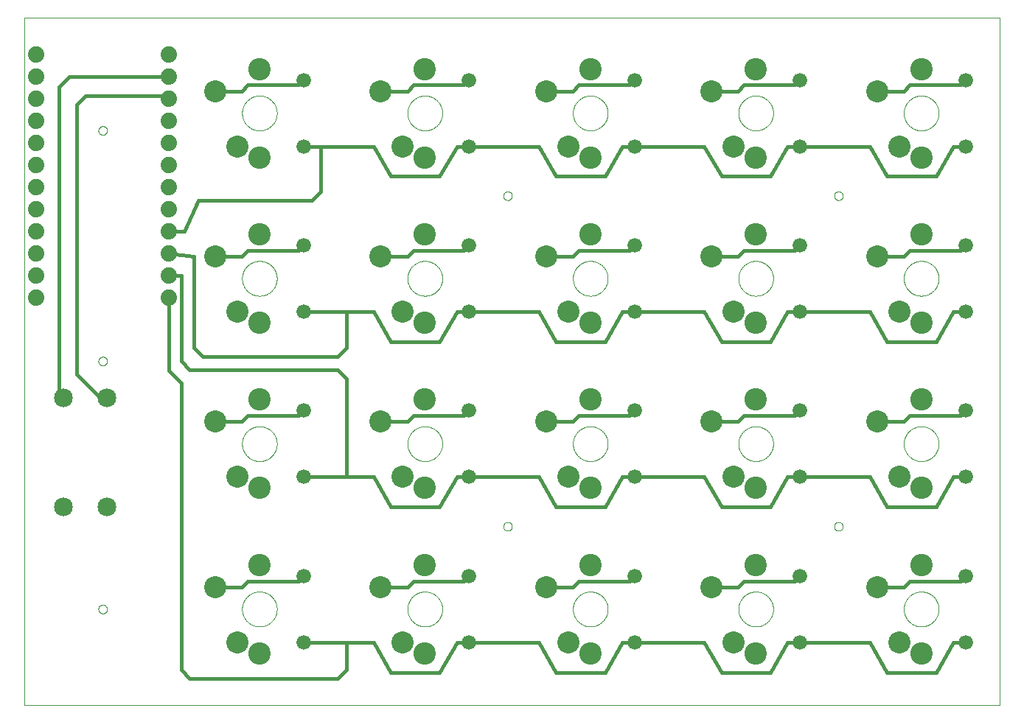
<source format=gbl>
G75*
%MOIN*%
%OFA0B0*%
%FSLAX25Y25*%
%IPPOS*%
%LPD*%
%AMOC8*
5,1,8,0,0,1.08239X$1,22.5*
%
%ADD10C,0.00000*%
%ADD11C,0.07400*%
%ADD12C,0.10000*%
%ADD13C,0.10124*%
%ADD14C,0.06600*%
%ADD15C,0.08500*%
%ADD16C,0.01600*%
D10*
X0001501Y0001000D02*
X0001501Y0312024D01*
X0442446Y0312024D01*
X0442446Y0001000D01*
X0001501Y0001000D01*
X0034965Y0044307D02*
X0034967Y0044395D01*
X0034973Y0044483D01*
X0034983Y0044571D01*
X0034997Y0044659D01*
X0035014Y0044745D01*
X0035036Y0044831D01*
X0035061Y0044915D01*
X0035091Y0044999D01*
X0035123Y0045081D01*
X0035160Y0045161D01*
X0035200Y0045240D01*
X0035244Y0045317D01*
X0035291Y0045392D01*
X0035341Y0045464D01*
X0035395Y0045535D01*
X0035451Y0045602D01*
X0035511Y0045668D01*
X0035573Y0045730D01*
X0035639Y0045790D01*
X0035706Y0045846D01*
X0035777Y0045900D01*
X0035849Y0045950D01*
X0035924Y0045997D01*
X0036001Y0046041D01*
X0036080Y0046081D01*
X0036160Y0046118D01*
X0036242Y0046150D01*
X0036326Y0046180D01*
X0036410Y0046205D01*
X0036496Y0046227D01*
X0036582Y0046244D01*
X0036670Y0046258D01*
X0036758Y0046268D01*
X0036846Y0046274D01*
X0036934Y0046276D01*
X0037022Y0046274D01*
X0037110Y0046268D01*
X0037198Y0046258D01*
X0037286Y0046244D01*
X0037372Y0046227D01*
X0037458Y0046205D01*
X0037542Y0046180D01*
X0037626Y0046150D01*
X0037708Y0046118D01*
X0037788Y0046081D01*
X0037867Y0046041D01*
X0037944Y0045997D01*
X0038019Y0045950D01*
X0038091Y0045900D01*
X0038162Y0045846D01*
X0038229Y0045790D01*
X0038295Y0045730D01*
X0038357Y0045668D01*
X0038417Y0045602D01*
X0038473Y0045535D01*
X0038527Y0045464D01*
X0038577Y0045392D01*
X0038624Y0045317D01*
X0038668Y0045240D01*
X0038708Y0045161D01*
X0038745Y0045081D01*
X0038777Y0044999D01*
X0038807Y0044915D01*
X0038832Y0044831D01*
X0038854Y0044745D01*
X0038871Y0044659D01*
X0038885Y0044571D01*
X0038895Y0044483D01*
X0038901Y0044395D01*
X0038903Y0044307D01*
X0038901Y0044219D01*
X0038895Y0044131D01*
X0038885Y0044043D01*
X0038871Y0043955D01*
X0038854Y0043869D01*
X0038832Y0043783D01*
X0038807Y0043699D01*
X0038777Y0043615D01*
X0038745Y0043533D01*
X0038708Y0043453D01*
X0038668Y0043374D01*
X0038624Y0043297D01*
X0038577Y0043222D01*
X0038527Y0043150D01*
X0038473Y0043079D01*
X0038417Y0043012D01*
X0038357Y0042946D01*
X0038295Y0042884D01*
X0038229Y0042824D01*
X0038162Y0042768D01*
X0038091Y0042714D01*
X0038019Y0042664D01*
X0037944Y0042617D01*
X0037867Y0042573D01*
X0037788Y0042533D01*
X0037708Y0042496D01*
X0037626Y0042464D01*
X0037542Y0042434D01*
X0037458Y0042409D01*
X0037372Y0042387D01*
X0037286Y0042370D01*
X0037198Y0042356D01*
X0037110Y0042346D01*
X0037022Y0042340D01*
X0036934Y0042338D01*
X0036846Y0042340D01*
X0036758Y0042346D01*
X0036670Y0042356D01*
X0036582Y0042370D01*
X0036496Y0042387D01*
X0036410Y0042409D01*
X0036326Y0042434D01*
X0036242Y0042464D01*
X0036160Y0042496D01*
X0036080Y0042533D01*
X0036001Y0042573D01*
X0035924Y0042617D01*
X0035849Y0042664D01*
X0035777Y0042714D01*
X0035706Y0042768D01*
X0035639Y0042824D01*
X0035573Y0042884D01*
X0035511Y0042946D01*
X0035451Y0043012D01*
X0035395Y0043079D01*
X0035341Y0043150D01*
X0035291Y0043222D01*
X0035244Y0043297D01*
X0035200Y0043374D01*
X0035160Y0043453D01*
X0035123Y0043533D01*
X0035091Y0043615D01*
X0035061Y0043699D01*
X0035036Y0043783D01*
X0035014Y0043869D01*
X0034997Y0043955D01*
X0034983Y0044043D01*
X0034973Y0044131D01*
X0034967Y0044219D01*
X0034965Y0044307D01*
X0099925Y0044307D02*
X0099927Y0044500D01*
X0099934Y0044693D01*
X0099946Y0044886D01*
X0099963Y0045079D01*
X0099984Y0045271D01*
X0100010Y0045463D01*
X0100041Y0045653D01*
X0100076Y0045843D01*
X0100116Y0046032D01*
X0100161Y0046220D01*
X0100210Y0046407D01*
X0100264Y0046593D01*
X0100322Y0046777D01*
X0100385Y0046960D01*
X0100453Y0047141D01*
X0100524Y0047321D01*
X0100601Y0047498D01*
X0100681Y0047674D01*
X0100766Y0047848D01*
X0100855Y0048019D01*
X0100948Y0048189D01*
X0101045Y0048356D01*
X0101147Y0048520D01*
X0101252Y0048682D01*
X0101362Y0048841D01*
X0101475Y0048998D01*
X0101592Y0049152D01*
X0101713Y0049303D01*
X0101837Y0049451D01*
X0101965Y0049596D01*
X0102097Y0049737D01*
X0102232Y0049875D01*
X0102370Y0050010D01*
X0102511Y0050142D01*
X0102656Y0050270D01*
X0102804Y0050394D01*
X0102955Y0050515D01*
X0103109Y0050632D01*
X0103266Y0050745D01*
X0103425Y0050855D01*
X0103587Y0050960D01*
X0103751Y0051062D01*
X0103918Y0051159D01*
X0104088Y0051252D01*
X0104259Y0051341D01*
X0104433Y0051426D01*
X0104609Y0051506D01*
X0104786Y0051583D01*
X0104966Y0051654D01*
X0105147Y0051722D01*
X0105330Y0051785D01*
X0105514Y0051843D01*
X0105700Y0051897D01*
X0105887Y0051946D01*
X0106075Y0051991D01*
X0106264Y0052031D01*
X0106454Y0052066D01*
X0106644Y0052097D01*
X0106836Y0052123D01*
X0107028Y0052144D01*
X0107221Y0052161D01*
X0107414Y0052173D01*
X0107607Y0052180D01*
X0107800Y0052182D01*
X0107993Y0052180D01*
X0108186Y0052173D01*
X0108379Y0052161D01*
X0108572Y0052144D01*
X0108764Y0052123D01*
X0108956Y0052097D01*
X0109146Y0052066D01*
X0109336Y0052031D01*
X0109525Y0051991D01*
X0109713Y0051946D01*
X0109900Y0051897D01*
X0110086Y0051843D01*
X0110270Y0051785D01*
X0110453Y0051722D01*
X0110634Y0051654D01*
X0110814Y0051583D01*
X0110991Y0051506D01*
X0111167Y0051426D01*
X0111341Y0051341D01*
X0111512Y0051252D01*
X0111682Y0051159D01*
X0111849Y0051062D01*
X0112013Y0050960D01*
X0112175Y0050855D01*
X0112334Y0050745D01*
X0112491Y0050632D01*
X0112645Y0050515D01*
X0112796Y0050394D01*
X0112944Y0050270D01*
X0113089Y0050142D01*
X0113230Y0050010D01*
X0113368Y0049875D01*
X0113503Y0049737D01*
X0113635Y0049596D01*
X0113763Y0049451D01*
X0113887Y0049303D01*
X0114008Y0049152D01*
X0114125Y0048998D01*
X0114238Y0048841D01*
X0114348Y0048682D01*
X0114453Y0048520D01*
X0114555Y0048356D01*
X0114652Y0048189D01*
X0114745Y0048019D01*
X0114834Y0047848D01*
X0114919Y0047674D01*
X0114999Y0047498D01*
X0115076Y0047321D01*
X0115147Y0047141D01*
X0115215Y0046960D01*
X0115278Y0046777D01*
X0115336Y0046593D01*
X0115390Y0046407D01*
X0115439Y0046220D01*
X0115484Y0046032D01*
X0115524Y0045843D01*
X0115559Y0045653D01*
X0115590Y0045463D01*
X0115616Y0045271D01*
X0115637Y0045079D01*
X0115654Y0044886D01*
X0115666Y0044693D01*
X0115673Y0044500D01*
X0115675Y0044307D01*
X0115673Y0044114D01*
X0115666Y0043921D01*
X0115654Y0043728D01*
X0115637Y0043535D01*
X0115616Y0043343D01*
X0115590Y0043151D01*
X0115559Y0042961D01*
X0115524Y0042771D01*
X0115484Y0042582D01*
X0115439Y0042394D01*
X0115390Y0042207D01*
X0115336Y0042021D01*
X0115278Y0041837D01*
X0115215Y0041654D01*
X0115147Y0041473D01*
X0115076Y0041293D01*
X0114999Y0041116D01*
X0114919Y0040940D01*
X0114834Y0040766D01*
X0114745Y0040595D01*
X0114652Y0040425D01*
X0114555Y0040258D01*
X0114453Y0040094D01*
X0114348Y0039932D01*
X0114238Y0039773D01*
X0114125Y0039616D01*
X0114008Y0039462D01*
X0113887Y0039311D01*
X0113763Y0039163D01*
X0113635Y0039018D01*
X0113503Y0038877D01*
X0113368Y0038739D01*
X0113230Y0038604D01*
X0113089Y0038472D01*
X0112944Y0038344D01*
X0112796Y0038220D01*
X0112645Y0038099D01*
X0112491Y0037982D01*
X0112334Y0037869D01*
X0112175Y0037759D01*
X0112013Y0037654D01*
X0111849Y0037552D01*
X0111682Y0037455D01*
X0111512Y0037362D01*
X0111341Y0037273D01*
X0111167Y0037188D01*
X0110991Y0037108D01*
X0110814Y0037031D01*
X0110634Y0036960D01*
X0110453Y0036892D01*
X0110270Y0036829D01*
X0110086Y0036771D01*
X0109900Y0036717D01*
X0109713Y0036668D01*
X0109525Y0036623D01*
X0109336Y0036583D01*
X0109146Y0036548D01*
X0108956Y0036517D01*
X0108764Y0036491D01*
X0108572Y0036470D01*
X0108379Y0036453D01*
X0108186Y0036441D01*
X0107993Y0036434D01*
X0107800Y0036432D01*
X0107607Y0036434D01*
X0107414Y0036441D01*
X0107221Y0036453D01*
X0107028Y0036470D01*
X0106836Y0036491D01*
X0106644Y0036517D01*
X0106454Y0036548D01*
X0106264Y0036583D01*
X0106075Y0036623D01*
X0105887Y0036668D01*
X0105700Y0036717D01*
X0105514Y0036771D01*
X0105330Y0036829D01*
X0105147Y0036892D01*
X0104966Y0036960D01*
X0104786Y0037031D01*
X0104609Y0037108D01*
X0104433Y0037188D01*
X0104259Y0037273D01*
X0104088Y0037362D01*
X0103918Y0037455D01*
X0103751Y0037552D01*
X0103587Y0037654D01*
X0103425Y0037759D01*
X0103266Y0037869D01*
X0103109Y0037982D01*
X0102955Y0038099D01*
X0102804Y0038220D01*
X0102656Y0038344D01*
X0102511Y0038472D01*
X0102370Y0038604D01*
X0102232Y0038739D01*
X0102097Y0038877D01*
X0101965Y0039018D01*
X0101837Y0039163D01*
X0101713Y0039311D01*
X0101592Y0039462D01*
X0101475Y0039616D01*
X0101362Y0039773D01*
X0101252Y0039932D01*
X0101147Y0040094D01*
X0101045Y0040258D01*
X0100948Y0040425D01*
X0100855Y0040595D01*
X0100766Y0040766D01*
X0100681Y0040940D01*
X0100601Y0041116D01*
X0100524Y0041293D01*
X0100453Y0041473D01*
X0100385Y0041654D01*
X0100322Y0041837D01*
X0100264Y0042021D01*
X0100210Y0042207D01*
X0100161Y0042394D01*
X0100116Y0042582D01*
X0100076Y0042771D01*
X0100041Y0042961D01*
X0100010Y0043151D01*
X0099984Y0043343D01*
X0099963Y0043535D01*
X0099946Y0043728D01*
X0099934Y0043921D01*
X0099927Y0044114D01*
X0099925Y0044307D01*
X0174728Y0044307D02*
X0174730Y0044500D01*
X0174737Y0044693D01*
X0174749Y0044886D01*
X0174766Y0045079D01*
X0174787Y0045271D01*
X0174813Y0045463D01*
X0174844Y0045653D01*
X0174879Y0045843D01*
X0174919Y0046032D01*
X0174964Y0046220D01*
X0175013Y0046407D01*
X0175067Y0046593D01*
X0175125Y0046777D01*
X0175188Y0046960D01*
X0175256Y0047141D01*
X0175327Y0047321D01*
X0175404Y0047498D01*
X0175484Y0047674D01*
X0175569Y0047848D01*
X0175658Y0048019D01*
X0175751Y0048189D01*
X0175848Y0048356D01*
X0175950Y0048520D01*
X0176055Y0048682D01*
X0176165Y0048841D01*
X0176278Y0048998D01*
X0176395Y0049152D01*
X0176516Y0049303D01*
X0176640Y0049451D01*
X0176768Y0049596D01*
X0176900Y0049737D01*
X0177035Y0049875D01*
X0177173Y0050010D01*
X0177314Y0050142D01*
X0177459Y0050270D01*
X0177607Y0050394D01*
X0177758Y0050515D01*
X0177912Y0050632D01*
X0178069Y0050745D01*
X0178228Y0050855D01*
X0178390Y0050960D01*
X0178554Y0051062D01*
X0178721Y0051159D01*
X0178891Y0051252D01*
X0179062Y0051341D01*
X0179236Y0051426D01*
X0179412Y0051506D01*
X0179589Y0051583D01*
X0179769Y0051654D01*
X0179950Y0051722D01*
X0180133Y0051785D01*
X0180317Y0051843D01*
X0180503Y0051897D01*
X0180690Y0051946D01*
X0180878Y0051991D01*
X0181067Y0052031D01*
X0181257Y0052066D01*
X0181447Y0052097D01*
X0181639Y0052123D01*
X0181831Y0052144D01*
X0182024Y0052161D01*
X0182217Y0052173D01*
X0182410Y0052180D01*
X0182603Y0052182D01*
X0182796Y0052180D01*
X0182989Y0052173D01*
X0183182Y0052161D01*
X0183375Y0052144D01*
X0183567Y0052123D01*
X0183759Y0052097D01*
X0183949Y0052066D01*
X0184139Y0052031D01*
X0184328Y0051991D01*
X0184516Y0051946D01*
X0184703Y0051897D01*
X0184889Y0051843D01*
X0185073Y0051785D01*
X0185256Y0051722D01*
X0185437Y0051654D01*
X0185617Y0051583D01*
X0185794Y0051506D01*
X0185970Y0051426D01*
X0186144Y0051341D01*
X0186315Y0051252D01*
X0186485Y0051159D01*
X0186652Y0051062D01*
X0186816Y0050960D01*
X0186978Y0050855D01*
X0187137Y0050745D01*
X0187294Y0050632D01*
X0187448Y0050515D01*
X0187599Y0050394D01*
X0187747Y0050270D01*
X0187892Y0050142D01*
X0188033Y0050010D01*
X0188171Y0049875D01*
X0188306Y0049737D01*
X0188438Y0049596D01*
X0188566Y0049451D01*
X0188690Y0049303D01*
X0188811Y0049152D01*
X0188928Y0048998D01*
X0189041Y0048841D01*
X0189151Y0048682D01*
X0189256Y0048520D01*
X0189358Y0048356D01*
X0189455Y0048189D01*
X0189548Y0048019D01*
X0189637Y0047848D01*
X0189722Y0047674D01*
X0189802Y0047498D01*
X0189879Y0047321D01*
X0189950Y0047141D01*
X0190018Y0046960D01*
X0190081Y0046777D01*
X0190139Y0046593D01*
X0190193Y0046407D01*
X0190242Y0046220D01*
X0190287Y0046032D01*
X0190327Y0045843D01*
X0190362Y0045653D01*
X0190393Y0045463D01*
X0190419Y0045271D01*
X0190440Y0045079D01*
X0190457Y0044886D01*
X0190469Y0044693D01*
X0190476Y0044500D01*
X0190478Y0044307D01*
X0190476Y0044114D01*
X0190469Y0043921D01*
X0190457Y0043728D01*
X0190440Y0043535D01*
X0190419Y0043343D01*
X0190393Y0043151D01*
X0190362Y0042961D01*
X0190327Y0042771D01*
X0190287Y0042582D01*
X0190242Y0042394D01*
X0190193Y0042207D01*
X0190139Y0042021D01*
X0190081Y0041837D01*
X0190018Y0041654D01*
X0189950Y0041473D01*
X0189879Y0041293D01*
X0189802Y0041116D01*
X0189722Y0040940D01*
X0189637Y0040766D01*
X0189548Y0040595D01*
X0189455Y0040425D01*
X0189358Y0040258D01*
X0189256Y0040094D01*
X0189151Y0039932D01*
X0189041Y0039773D01*
X0188928Y0039616D01*
X0188811Y0039462D01*
X0188690Y0039311D01*
X0188566Y0039163D01*
X0188438Y0039018D01*
X0188306Y0038877D01*
X0188171Y0038739D01*
X0188033Y0038604D01*
X0187892Y0038472D01*
X0187747Y0038344D01*
X0187599Y0038220D01*
X0187448Y0038099D01*
X0187294Y0037982D01*
X0187137Y0037869D01*
X0186978Y0037759D01*
X0186816Y0037654D01*
X0186652Y0037552D01*
X0186485Y0037455D01*
X0186315Y0037362D01*
X0186144Y0037273D01*
X0185970Y0037188D01*
X0185794Y0037108D01*
X0185617Y0037031D01*
X0185437Y0036960D01*
X0185256Y0036892D01*
X0185073Y0036829D01*
X0184889Y0036771D01*
X0184703Y0036717D01*
X0184516Y0036668D01*
X0184328Y0036623D01*
X0184139Y0036583D01*
X0183949Y0036548D01*
X0183759Y0036517D01*
X0183567Y0036491D01*
X0183375Y0036470D01*
X0183182Y0036453D01*
X0182989Y0036441D01*
X0182796Y0036434D01*
X0182603Y0036432D01*
X0182410Y0036434D01*
X0182217Y0036441D01*
X0182024Y0036453D01*
X0181831Y0036470D01*
X0181639Y0036491D01*
X0181447Y0036517D01*
X0181257Y0036548D01*
X0181067Y0036583D01*
X0180878Y0036623D01*
X0180690Y0036668D01*
X0180503Y0036717D01*
X0180317Y0036771D01*
X0180133Y0036829D01*
X0179950Y0036892D01*
X0179769Y0036960D01*
X0179589Y0037031D01*
X0179412Y0037108D01*
X0179236Y0037188D01*
X0179062Y0037273D01*
X0178891Y0037362D01*
X0178721Y0037455D01*
X0178554Y0037552D01*
X0178390Y0037654D01*
X0178228Y0037759D01*
X0178069Y0037869D01*
X0177912Y0037982D01*
X0177758Y0038099D01*
X0177607Y0038220D01*
X0177459Y0038344D01*
X0177314Y0038472D01*
X0177173Y0038604D01*
X0177035Y0038739D01*
X0176900Y0038877D01*
X0176768Y0039018D01*
X0176640Y0039163D01*
X0176516Y0039311D01*
X0176395Y0039462D01*
X0176278Y0039616D01*
X0176165Y0039773D01*
X0176055Y0039932D01*
X0175950Y0040094D01*
X0175848Y0040258D01*
X0175751Y0040425D01*
X0175658Y0040595D01*
X0175569Y0040766D01*
X0175484Y0040940D01*
X0175404Y0041116D01*
X0175327Y0041293D01*
X0175256Y0041473D01*
X0175188Y0041654D01*
X0175125Y0041837D01*
X0175067Y0042021D01*
X0175013Y0042207D01*
X0174964Y0042394D01*
X0174919Y0042582D01*
X0174879Y0042771D01*
X0174844Y0042961D01*
X0174813Y0043151D01*
X0174787Y0043343D01*
X0174766Y0043535D01*
X0174749Y0043728D01*
X0174737Y0043921D01*
X0174730Y0044114D01*
X0174728Y0044307D01*
X0218036Y0081709D02*
X0218038Y0081797D01*
X0218044Y0081885D01*
X0218054Y0081973D01*
X0218068Y0082061D01*
X0218085Y0082147D01*
X0218107Y0082233D01*
X0218132Y0082317D01*
X0218162Y0082401D01*
X0218194Y0082483D01*
X0218231Y0082563D01*
X0218271Y0082642D01*
X0218315Y0082719D01*
X0218362Y0082794D01*
X0218412Y0082866D01*
X0218466Y0082937D01*
X0218522Y0083004D01*
X0218582Y0083070D01*
X0218644Y0083132D01*
X0218710Y0083192D01*
X0218777Y0083248D01*
X0218848Y0083302D01*
X0218920Y0083352D01*
X0218995Y0083399D01*
X0219072Y0083443D01*
X0219151Y0083483D01*
X0219231Y0083520D01*
X0219313Y0083552D01*
X0219397Y0083582D01*
X0219481Y0083607D01*
X0219567Y0083629D01*
X0219653Y0083646D01*
X0219741Y0083660D01*
X0219829Y0083670D01*
X0219917Y0083676D01*
X0220005Y0083678D01*
X0220093Y0083676D01*
X0220181Y0083670D01*
X0220269Y0083660D01*
X0220357Y0083646D01*
X0220443Y0083629D01*
X0220529Y0083607D01*
X0220613Y0083582D01*
X0220697Y0083552D01*
X0220779Y0083520D01*
X0220859Y0083483D01*
X0220938Y0083443D01*
X0221015Y0083399D01*
X0221090Y0083352D01*
X0221162Y0083302D01*
X0221233Y0083248D01*
X0221300Y0083192D01*
X0221366Y0083132D01*
X0221428Y0083070D01*
X0221488Y0083004D01*
X0221544Y0082937D01*
X0221598Y0082866D01*
X0221648Y0082794D01*
X0221695Y0082719D01*
X0221739Y0082642D01*
X0221779Y0082563D01*
X0221816Y0082483D01*
X0221848Y0082401D01*
X0221878Y0082317D01*
X0221903Y0082233D01*
X0221925Y0082147D01*
X0221942Y0082061D01*
X0221956Y0081973D01*
X0221966Y0081885D01*
X0221972Y0081797D01*
X0221974Y0081709D01*
X0221972Y0081621D01*
X0221966Y0081533D01*
X0221956Y0081445D01*
X0221942Y0081357D01*
X0221925Y0081271D01*
X0221903Y0081185D01*
X0221878Y0081101D01*
X0221848Y0081017D01*
X0221816Y0080935D01*
X0221779Y0080855D01*
X0221739Y0080776D01*
X0221695Y0080699D01*
X0221648Y0080624D01*
X0221598Y0080552D01*
X0221544Y0080481D01*
X0221488Y0080414D01*
X0221428Y0080348D01*
X0221366Y0080286D01*
X0221300Y0080226D01*
X0221233Y0080170D01*
X0221162Y0080116D01*
X0221090Y0080066D01*
X0221015Y0080019D01*
X0220938Y0079975D01*
X0220859Y0079935D01*
X0220779Y0079898D01*
X0220697Y0079866D01*
X0220613Y0079836D01*
X0220529Y0079811D01*
X0220443Y0079789D01*
X0220357Y0079772D01*
X0220269Y0079758D01*
X0220181Y0079748D01*
X0220093Y0079742D01*
X0220005Y0079740D01*
X0219917Y0079742D01*
X0219829Y0079748D01*
X0219741Y0079758D01*
X0219653Y0079772D01*
X0219567Y0079789D01*
X0219481Y0079811D01*
X0219397Y0079836D01*
X0219313Y0079866D01*
X0219231Y0079898D01*
X0219151Y0079935D01*
X0219072Y0079975D01*
X0218995Y0080019D01*
X0218920Y0080066D01*
X0218848Y0080116D01*
X0218777Y0080170D01*
X0218710Y0080226D01*
X0218644Y0080286D01*
X0218582Y0080348D01*
X0218522Y0080414D01*
X0218466Y0080481D01*
X0218412Y0080552D01*
X0218362Y0080624D01*
X0218315Y0080699D01*
X0218271Y0080776D01*
X0218231Y0080855D01*
X0218194Y0080935D01*
X0218162Y0081017D01*
X0218132Y0081101D01*
X0218107Y0081185D01*
X0218085Y0081271D01*
X0218068Y0081357D01*
X0218054Y0081445D01*
X0218044Y0081533D01*
X0218038Y0081621D01*
X0218036Y0081709D01*
X0174728Y0119110D02*
X0174730Y0119303D01*
X0174737Y0119496D01*
X0174749Y0119689D01*
X0174766Y0119882D01*
X0174787Y0120074D01*
X0174813Y0120266D01*
X0174844Y0120456D01*
X0174879Y0120646D01*
X0174919Y0120835D01*
X0174964Y0121023D01*
X0175013Y0121210D01*
X0175067Y0121396D01*
X0175125Y0121580D01*
X0175188Y0121763D01*
X0175256Y0121944D01*
X0175327Y0122124D01*
X0175404Y0122301D01*
X0175484Y0122477D01*
X0175569Y0122651D01*
X0175658Y0122822D01*
X0175751Y0122992D01*
X0175848Y0123159D01*
X0175950Y0123323D01*
X0176055Y0123485D01*
X0176165Y0123644D01*
X0176278Y0123801D01*
X0176395Y0123955D01*
X0176516Y0124106D01*
X0176640Y0124254D01*
X0176768Y0124399D01*
X0176900Y0124540D01*
X0177035Y0124678D01*
X0177173Y0124813D01*
X0177314Y0124945D01*
X0177459Y0125073D01*
X0177607Y0125197D01*
X0177758Y0125318D01*
X0177912Y0125435D01*
X0178069Y0125548D01*
X0178228Y0125658D01*
X0178390Y0125763D01*
X0178554Y0125865D01*
X0178721Y0125962D01*
X0178891Y0126055D01*
X0179062Y0126144D01*
X0179236Y0126229D01*
X0179412Y0126309D01*
X0179589Y0126386D01*
X0179769Y0126457D01*
X0179950Y0126525D01*
X0180133Y0126588D01*
X0180317Y0126646D01*
X0180503Y0126700D01*
X0180690Y0126749D01*
X0180878Y0126794D01*
X0181067Y0126834D01*
X0181257Y0126869D01*
X0181447Y0126900D01*
X0181639Y0126926D01*
X0181831Y0126947D01*
X0182024Y0126964D01*
X0182217Y0126976D01*
X0182410Y0126983D01*
X0182603Y0126985D01*
X0182796Y0126983D01*
X0182989Y0126976D01*
X0183182Y0126964D01*
X0183375Y0126947D01*
X0183567Y0126926D01*
X0183759Y0126900D01*
X0183949Y0126869D01*
X0184139Y0126834D01*
X0184328Y0126794D01*
X0184516Y0126749D01*
X0184703Y0126700D01*
X0184889Y0126646D01*
X0185073Y0126588D01*
X0185256Y0126525D01*
X0185437Y0126457D01*
X0185617Y0126386D01*
X0185794Y0126309D01*
X0185970Y0126229D01*
X0186144Y0126144D01*
X0186315Y0126055D01*
X0186485Y0125962D01*
X0186652Y0125865D01*
X0186816Y0125763D01*
X0186978Y0125658D01*
X0187137Y0125548D01*
X0187294Y0125435D01*
X0187448Y0125318D01*
X0187599Y0125197D01*
X0187747Y0125073D01*
X0187892Y0124945D01*
X0188033Y0124813D01*
X0188171Y0124678D01*
X0188306Y0124540D01*
X0188438Y0124399D01*
X0188566Y0124254D01*
X0188690Y0124106D01*
X0188811Y0123955D01*
X0188928Y0123801D01*
X0189041Y0123644D01*
X0189151Y0123485D01*
X0189256Y0123323D01*
X0189358Y0123159D01*
X0189455Y0122992D01*
X0189548Y0122822D01*
X0189637Y0122651D01*
X0189722Y0122477D01*
X0189802Y0122301D01*
X0189879Y0122124D01*
X0189950Y0121944D01*
X0190018Y0121763D01*
X0190081Y0121580D01*
X0190139Y0121396D01*
X0190193Y0121210D01*
X0190242Y0121023D01*
X0190287Y0120835D01*
X0190327Y0120646D01*
X0190362Y0120456D01*
X0190393Y0120266D01*
X0190419Y0120074D01*
X0190440Y0119882D01*
X0190457Y0119689D01*
X0190469Y0119496D01*
X0190476Y0119303D01*
X0190478Y0119110D01*
X0190476Y0118917D01*
X0190469Y0118724D01*
X0190457Y0118531D01*
X0190440Y0118338D01*
X0190419Y0118146D01*
X0190393Y0117954D01*
X0190362Y0117764D01*
X0190327Y0117574D01*
X0190287Y0117385D01*
X0190242Y0117197D01*
X0190193Y0117010D01*
X0190139Y0116824D01*
X0190081Y0116640D01*
X0190018Y0116457D01*
X0189950Y0116276D01*
X0189879Y0116096D01*
X0189802Y0115919D01*
X0189722Y0115743D01*
X0189637Y0115569D01*
X0189548Y0115398D01*
X0189455Y0115228D01*
X0189358Y0115061D01*
X0189256Y0114897D01*
X0189151Y0114735D01*
X0189041Y0114576D01*
X0188928Y0114419D01*
X0188811Y0114265D01*
X0188690Y0114114D01*
X0188566Y0113966D01*
X0188438Y0113821D01*
X0188306Y0113680D01*
X0188171Y0113542D01*
X0188033Y0113407D01*
X0187892Y0113275D01*
X0187747Y0113147D01*
X0187599Y0113023D01*
X0187448Y0112902D01*
X0187294Y0112785D01*
X0187137Y0112672D01*
X0186978Y0112562D01*
X0186816Y0112457D01*
X0186652Y0112355D01*
X0186485Y0112258D01*
X0186315Y0112165D01*
X0186144Y0112076D01*
X0185970Y0111991D01*
X0185794Y0111911D01*
X0185617Y0111834D01*
X0185437Y0111763D01*
X0185256Y0111695D01*
X0185073Y0111632D01*
X0184889Y0111574D01*
X0184703Y0111520D01*
X0184516Y0111471D01*
X0184328Y0111426D01*
X0184139Y0111386D01*
X0183949Y0111351D01*
X0183759Y0111320D01*
X0183567Y0111294D01*
X0183375Y0111273D01*
X0183182Y0111256D01*
X0182989Y0111244D01*
X0182796Y0111237D01*
X0182603Y0111235D01*
X0182410Y0111237D01*
X0182217Y0111244D01*
X0182024Y0111256D01*
X0181831Y0111273D01*
X0181639Y0111294D01*
X0181447Y0111320D01*
X0181257Y0111351D01*
X0181067Y0111386D01*
X0180878Y0111426D01*
X0180690Y0111471D01*
X0180503Y0111520D01*
X0180317Y0111574D01*
X0180133Y0111632D01*
X0179950Y0111695D01*
X0179769Y0111763D01*
X0179589Y0111834D01*
X0179412Y0111911D01*
X0179236Y0111991D01*
X0179062Y0112076D01*
X0178891Y0112165D01*
X0178721Y0112258D01*
X0178554Y0112355D01*
X0178390Y0112457D01*
X0178228Y0112562D01*
X0178069Y0112672D01*
X0177912Y0112785D01*
X0177758Y0112902D01*
X0177607Y0113023D01*
X0177459Y0113147D01*
X0177314Y0113275D01*
X0177173Y0113407D01*
X0177035Y0113542D01*
X0176900Y0113680D01*
X0176768Y0113821D01*
X0176640Y0113966D01*
X0176516Y0114114D01*
X0176395Y0114265D01*
X0176278Y0114419D01*
X0176165Y0114576D01*
X0176055Y0114735D01*
X0175950Y0114897D01*
X0175848Y0115061D01*
X0175751Y0115228D01*
X0175658Y0115398D01*
X0175569Y0115569D01*
X0175484Y0115743D01*
X0175404Y0115919D01*
X0175327Y0116096D01*
X0175256Y0116276D01*
X0175188Y0116457D01*
X0175125Y0116640D01*
X0175067Y0116824D01*
X0175013Y0117010D01*
X0174964Y0117197D01*
X0174919Y0117385D01*
X0174879Y0117574D01*
X0174844Y0117764D01*
X0174813Y0117954D01*
X0174787Y0118146D01*
X0174766Y0118338D01*
X0174749Y0118531D01*
X0174737Y0118724D01*
X0174730Y0118917D01*
X0174728Y0119110D01*
X0099925Y0119110D02*
X0099927Y0119303D01*
X0099934Y0119496D01*
X0099946Y0119689D01*
X0099963Y0119882D01*
X0099984Y0120074D01*
X0100010Y0120266D01*
X0100041Y0120456D01*
X0100076Y0120646D01*
X0100116Y0120835D01*
X0100161Y0121023D01*
X0100210Y0121210D01*
X0100264Y0121396D01*
X0100322Y0121580D01*
X0100385Y0121763D01*
X0100453Y0121944D01*
X0100524Y0122124D01*
X0100601Y0122301D01*
X0100681Y0122477D01*
X0100766Y0122651D01*
X0100855Y0122822D01*
X0100948Y0122992D01*
X0101045Y0123159D01*
X0101147Y0123323D01*
X0101252Y0123485D01*
X0101362Y0123644D01*
X0101475Y0123801D01*
X0101592Y0123955D01*
X0101713Y0124106D01*
X0101837Y0124254D01*
X0101965Y0124399D01*
X0102097Y0124540D01*
X0102232Y0124678D01*
X0102370Y0124813D01*
X0102511Y0124945D01*
X0102656Y0125073D01*
X0102804Y0125197D01*
X0102955Y0125318D01*
X0103109Y0125435D01*
X0103266Y0125548D01*
X0103425Y0125658D01*
X0103587Y0125763D01*
X0103751Y0125865D01*
X0103918Y0125962D01*
X0104088Y0126055D01*
X0104259Y0126144D01*
X0104433Y0126229D01*
X0104609Y0126309D01*
X0104786Y0126386D01*
X0104966Y0126457D01*
X0105147Y0126525D01*
X0105330Y0126588D01*
X0105514Y0126646D01*
X0105700Y0126700D01*
X0105887Y0126749D01*
X0106075Y0126794D01*
X0106264Y0126834D01*
X0106454Y0126869D01*
X0106644Y0126900D01*
X0106836Y0126926D01*
X0107028Y0126947D01*
X0107221Y0126964D01*
X0107414Y0126976D01*
X0107607Y0126983D01*
X0107800Y0126985D01*
X0107993Y0126983D01*
X0108186Y0126976D01*
X0108379Y0126964D01*
X0108572Y0126947D01*
X0108764Y0126926D01*
X0108956Y0126900D01*
X0109146Y0126869D01*
X0109336Y0126834D01*
X0109525Y0126794D01*
X0109713Y0126749D01*
X0109900Y0126700D01*
X0110086Y0126646D01*
X0110270Y0126588D01*
X0110453Y0126525D01*
X0110634Y0126457D01*
X0110814Y0126386D01*
X0110991Y0126309D01*
X0111167Y0126229D01*
X0111341Y0126144D01*
X0111512Y0126055D01*
X0111682Y0125962D01*
X0111849Y0125865D01*
X0112013Y0125763D01*
X0112175Y0125658D01*
X0112334Y0125548D01*
X0112491Y0125435D01*
X0112645Y0125318D01*
X0112796Y0125197D01*
X0112944Y0125073D01*
X0113089Y0124945D01*
X0113230Y0124813D01*
X0113368Y0124678D01*
X0113503Y0124540D01*
X0113635Y0124399D01*
X0113763Y0124254D01*
X0113887Y0124106D01*
X0114008Y0123955D01*
X0114125Y0123801D01*
X0114238Y0123644D01*
X0114348Y0123485D01*
X0114453Y0123323D01*
X0114555Y0123159D01*
X0114652Y0122992D01*
X0114745Y0122822D01*
X0114834Y0122651D01*
X0114919Y0122477D01*
X0114999Y0122301D01*
X0115076Y0122124D01*
X0115147Y0121944D01*
X0115215Y0121763D01*
X0115278Y0121580D01*
X0115336Y0121396D01*
X0115390Y0121210D01*
X0115439Y0121023D01*
X0115484Y0120835D01*
X0115524Y0120646D01*
X0115559Y0120456D01*
X0115590Y0120266D01*
X0115616Y0120074D01*
X0115637Y0119882D01*
X0115654Y0119689D01*
X0115666Y0119496D01*
X0115673Y0119303D01*
X0115675Y0119110D01*
X0115673Y0118917D01*
X0115666Y0118724D01*
X0115654Y0118531D01*
X0115637Y0118338D01*
X0115616Y0118146D01*
X0115590Y0117954D01*
X0115559Y0117764D01*
X0115524Y0117574D01*
X0115484Y0117385D01*
X0115439Y0117197D01*
X0115390Y0117010D01*
X0115336Y0116824D01*
X0115278Y0116640D01*
X0115215Y0116457D01*
X0115147Y0116276D01*
X0115076Y0116096D01*
X0114999Y0115919D01*
X0114919Y0115743D01*
X0114834Y0115569D01*
X0114745Y0115398D01*
X0114652Y0115228D01*
X0114555Y0115061D01*
X0114453Y0114897D01*
X0114348Y0114735D01*
X0114238Y0114576D01*
X0114125Y0114419D01*
X0114008Y0114265D01*
X0113887Y0114114D01*
X0113763Y0113966D01*
X0113635Y0113821D01*
X0113503Y0113680D01*
X0113368Y0113542D01*
X0113230Y0113407D01*
X0113089Y0113275D01*
X0112944Y0113147D01*
X0112796Y0113023D01*
X0112645Y0112902D01*
X0112491Y0112785D01*
X0112334Y0112672D01*
X0112175Y0112562D01*
X0112013Y0112457D01*
X0111849Y0112355D01*
X0111682Y0112258D01*
X0111512Y0112165D01*
X0111341Y0112076D01*
X0111167Y0111991D01*
X0110991Y0111911D01*
X0110814Y0111834D01*
X0110634Y0111763D01*
X0110453Y0111695D01*
X0110270Y0111632D01*
X0110086Y0111574D01*
X0109900Y0111520D01*
X0109713Y0111471D01*
X0109525Y0111426D01*
X0109336Y0111386D01*
X0109146Y0111351D01*
X0108956Y0111320D01*
X0108764Y0111294D01*
X0108572Y0111273D01*
X0108379Y0111256D01*
X0108186Y0111244D01*
X0107993Y0111237D01*
X0107800Y0111235D01*
X0107607Y0111237D01*
X0107414Y0111244D01*
X0107221Y0111256D01*
X0107028Y0111273D01*
X0106836Y0111294D01*
X0106644Y0111320D01*
X0106454Y0111351D01*
X0106264Y0111386D01*
X0106075Y0111426D01*
X0105887Y0111471D01*
X0105700Y0111520D01*
X0105514Y0111574D01*
X0105330Y0111632D01*
X0105147Y0111695D01*
X0104966Y0111763D01*
X0104786Y0111834D01*
X0104609Y0111911D01*
X0104433Y0111991D01*
X0104259Y0112076D01*
X0104088Y0112165D01*
X0103918Y0112258D01*
X0103751Y0112355D01*
X0103587Y0112457D01*
X0103425Y0112562D01*
X0103266Y0112672D01*
X0103109Y0112785D01*
X0102955Y0112902D01*
X0102804Y0113023D01*
X0102656Y0113147D01*
X0102511Y0113275D01*
X0102370Y0113407D01*
X0102232Y0113542D01*
X0102097Y0113680D01*
X0101965Y0113821D01*
X0101837Y0113966D01*
X0101713Y0114114D01*
X0101592Y0114265D01*
X0101475Y0114419D01*
X0101362Y0114576D01*
X0101252Y0114735D01*
X0101147Y0114897D01*
X0101045Y0115061D01*
X0100948Y0115228D01*
X0100855Y0115398D01*
X0100766Y0115569D01*
X0100681Y0115743D01*
X0100601Y0115919D01*
X0100524Y0116096D01*
X0100453Y0116276D01*
X0100385Y0116457D01*
X0100322Y0116640D01*
X0100264Y0116824D01*
X0100210Y0117010D01*
X0100161Y0117197D01*
X0100116Y0117385D01*
X0100076Y0117574D01*
X0100041Y0117764D01*
X0100010Y0117954D01*
X0099984Y0118146D01*
X0099963Y0118338D01*
X0099946Y0118531D01*
X0099934Y0118724D01*
X0099927Y0118917D01*
X0099925Y0119110D01*
X0034965Y0156512D02*
X0034967Y0156600D01*
X0034973Y0156688D01*
X0034983Y0156776D01*
X0034997Y0156864D01*
X0035014Y0156950D01*
X0035036Y0157036D01*
X0035061Y0157120D01*
X0035091Y0157204D01*
X0035123Y0157286D01*
X0035160Y0157366D01*
X0035200Y0157445D01*
X0035244Y0157522D01*
X0035291Y0157597D01*
X0035341Y0157669D01*
X0035395Y0157740D01*
X0035451Y0157807D01*
X0035511Y0157873D01*
X0035573Y0157935D01*
X0035639Y0157995D01*
X0035706Y0158051D01*
X0035777Y0158105D01*
X0035849Y0158155D01*
X0035924Y0158202D01*
X0036001Y0158246D01*
X0036080Y0158286D01*
X0036160Y0158323D01*
X0036242Y0158355D01*
X0036326Y0158385D01*
X0036410Y0158410D01*
X0036496Y0158432D01*
X0036582Y0158449D01*
X0036670Y0158463D01*
X0036758Y0158473D01*
X0036846Y0158479D01*
X0036934Y0158481D01*
X0037022Y0158479D01*
X0037110Y0158473D01*
X0037198Y0158463D01*
X0037286Y0158449D01*
X0037372Y0158432D01*
X0037458Y0158410D01*
X0037542Y0158385D01*
X0037626Y0158355D01*
X0037708Y0158323D01*
X0037788Y0158286D01*
X0037867Y0158246D01*
X0037944Y0158202D01*
X0038019Y0158155D01*
X0038091Y0158105D01*
X0038162Y0158051D01*
X0038229Y0157995D01*
X0038295Y0157935D01*
X0038357Y0157873D01*
X0038417Y0157807D01*
X0038473Y0157740D01*
X0038527Y0157669D01*
X0038577Y0157597D01*
X0038624Y0157522D01*
X0038668Y0157445D01*
X0038708Y0157366D01*
X0038745Y0157286D01*
X0038777Y0157204D01*
X0038807Y0157120D01*
X0038832Y0157036D01*
X0038854Y0156950D01*
X0038871Y0156864D01*
X0038885Y0156776D01*
X0038895Y0156688D01*
X0038901Y0156600D01*
X0038903Y0156512D01*
X0038901Y0156424D01*
X0038895Y0156336D01*
X0038885Y0156248D01*
X0038871Y0156160D01*
X0038854Y0156074D01*
X0038832Y0155988D01*
X0038807Y0155904D01*
X0038777Y0155820D01*
X0038745Y0155738D01*
X0038708Y0155658D01*
X0038668Y0155579D01*
X0038624Y0155502D01*
X0038577Y0155427D01*
X0038527Y0155355D01*
X0038473Y0155284D01*
X0038417Y0155217D01*
X0038357Y0155151D01*
X0038295Y0155089D01*
X0038229Y0155029D01*
X0038162Y0154973D01*
X0038091Y0154919D01*
X0038019Y0154869D01*
X0037944Y0154822D01*
X0037867Y0154778D01*
X0037788Y0154738D01*
X0037708Y0154701D01*
X0037626Y0154669D01*
X0037542Y0154639D01*
X0037458Y0154614D01*
X0037372Y0154592D01*
X0037286Y0154575D01*
X0037198Y0154561D01*
X0037110Y0154551D01*
X0037022Y0154545D01*
X0036934Y0154543D01*
X0036846Y0154545D01*
X0036758Y0154551D01*
X0036670Y0154561D01*
X0036582Y0154575D01*
X0036496Y0154592D01*
X0036410Y0154614D01*
X0036326Y0154639D01*
X0036242Y0154669D01*
X0036160Y0154701D01*
X0036080Y0154738D01*
X0036001Y0154778D01*
X0035924Y0154822D01*
X0035849Y0154869D01*
X0035777Y0154919D01*
X0035706Y0154973D01*
X0035639Y0155029D01*
X0035573Y0155089D01*
X0035511Y0155151D01*
X0035451Y0155217D01*
X0035395Y0155284D01*
X0035341Y0155355D01*
X0035291Y0155427D01*
X0035244Y0155502D01*
X0035200Y0155579D01*
X0035160Y0155658D01*
X0035123Y0155738D01*
X0035091Y0155820D01*
X0035061Y0155904D01*
X0035036Y0155988D01*
X0035014Y0156074D01*
X0034997Y0156160D01*
X0034983Y0156248D01*
X0034973Y0156336D01*
X0034967Y0156424D01*
X0034965Y0156512D01*
X0099925Y0193913D02*
X0099927Y0194106D01*
X0099934Y0194299D01*
X0099946Y0194492D01*
X0099963Y0194685D01*
X0099984Y0194877D01*
X0100010Y0195069D01*
X0100041Y0195259D01*
X0100076Y0195449D01*
X0100116Y0195638D01*
X0100161Y0195826D01*
X0100210Y0196013D01*
X0100264Y0196199D01*
X0100322Y0196383D01*
X0100385Y0196566D01*
X0100453Y0196747D01*
X0100524Y0196927D01*
X0100601Y0197104D01*
X0100681Y0197280D01*
X0100766Y0197454D01*
X0100855Y0197625D01*
X0100948Y0197795D01*
X0101045Y0197962D01*
X0101147Y0198126D01*
X0101252Y0198288D01*
X0101362Y0198447D01*
X0101475Y0198604D01*
X0101592Y0198758D01*
X0101713Y0198909D01*
X0101837Y0199057D01*
X0101965Y0199202D01*
X0102097Y0199343D01*
X0102232Y0199481D01*
X0102370Y0199616D01*
X0102511Y0199748D01*
X0102656Y0199876D01*
X0102804Y0200000D01*
X0102955Y0200121D01*
X0103109Y0200238D01*
X0103266Y0200351D01*
X0103425Y0200461D01*
X0103587Y0200566D01*
X0103751Y0200668D01*
X0103918Y0200765D01*
X0104088Y0200858D01*
X0104259Y0200947D01*
X0104433Y0201032D01*
X0104609Y0201112D01*
X0104786Y0201189D01*
X0104966Y0201260D01*
X0105147Y0201328D01*
X0105330Y0201391D01*
X0105514Y0201449D01*
X0105700Y0201503D01*
X0105887Y0201552D01*
X0106075Y0201597D01*
X0106264Y0201637D01*
X0106454Y0201672D01*
X0106644Y0201703D01*
X0106836Y0201729D01*
X0107028Y0201750D01*
X0107221Y0201767D01*
X0107414Y0201779D01*
X0107607Y0201786D01*
X0107800Y0201788D01*
X0107993Y0201786D01*
X0108186Y0201779D01*
X0108379Y0201767D01*
X0108572Y0201750D01*
X0108764Y0201729D01*
X0108956Y0201703D01*
X0109146Y0201672D01*
X0109336Y0201637D01*
X0109525Y0201597D01*
X0109713Y0201552D01*
X0109900Y0201503D01*
X0110086Y0201449D01*
X0110270Y0201391D01*
X0110453Y0201328D01*
X0110634Y0201260D01*
X0110814Y0201189D01*
X0110991Y0201112D01*
X0111167Y0201032D01*
X0111341Y0200947D01*
X0111512Y0200858D01*
X0111682Y0200765D01*
X0111849Y0200668D01*
X0112013Y0200566D01*
X0112175Y0200461D01*
X0112334Y0200351D01*
X0112491Y0200238D01*
X0112645Y0200121D01*
X0112796Y0200000D01*
X0112944Y0199876D01*
X0113089Y0199748D01*
X0113230Y0199616D01*
X0113368Y0199481D01*
X0113503Y0199343D01*
X0113635Y0199202D01*
X0113763Y0199057D01*
X0113887Y0198909D01*
X0114008Y0198758D01*
X0114125Y0198604D01*
X0114238Y0198447D01*
X0114348Y0198288D01*
X0114453Y0198126D01*
X0114555Y0197962D01*
X0114652Y0197795D01*
X0114745Y0197625D01*
X0114834Y0197454D01*
X0114919Y0197280D01*
X0114999Y0197104D01*
X0115076Y0196927D01*
X0115147Y0196747D01*
X0115215Y0196566D01*
X0115278Y0196383D01*
X0115336Y0196199D01*
X0115390Y0196013D01*
X0115439Y0195826D01*
X0115484Y0195638D01*
X0115524Y0195449D01*
X0115559Y0195259D01*
X0115590Y0195069D01*
X0115616Y0194877D01*
X0115637Y0194685D01*
X0115654Y0194492D01*
X0115666Y0194299D01*
X0115673Y0194106D01*
X0115675Y0193913D01*
X0115673Y0193720D01*
X0115666Y0193527D01*
X0115654Y0193334D01*
X0115637Y0193141D01*
X0115616Y0192949D01*
X0115590Y0192757D01*
X0115559Y0192567D01*
X0115524Y0192377D01*
X0115484Y0192188D01*
X0115439Y0192000D01*
X0115390Y0191813D01*
X0115336Y0191627D01*
X0115278Y0191443D01*
X0115215Y0191260D01*
X0115147Y0191079D01*
X0115076Y0190899D01*
X0114999Y0190722D01*
X0114919Y0190546D01*
X0114834Y0190372D01*
X0114745Y0190201D01*
X0114652Y0190031D01*
X0114555Y0189864D01*
X0114453Y0189700D01*
X0114348Y0189538D01*
X0114238Y0189379D01*
X0114125Y0189222D01*
X0114008Y0189068D01*
X0113887Y0188917D01*
X0113763Y0188769D01*
X0113635Y0188624D01*
X0113503Y0188483D01*
X0113368Y0188345D01*
X0113230Y0188210D01*
X0113089Y0188078D01*
X0112944Y0187950D01*
X0112796Y0187826D01*
X0112645Y0187705D01*
X0112491Y0187588D01*
X0112334Y0187475D01*
X0112175Y0187365D01*
X0112013Y0187260D01*
X0111849Y0187158D01*
X0111682Y0187061D01*
X0111512Y0186968D01*
X0111341Y0186879D01*
X0111167Y0186794D01*
X0110991Y0186714D01*
X0110814Y0186637D01*
X0110634Y0186566D01*
X0110453Y0186498D01*
X0110270Y0186435D01*
X0110086Y0186377D01*
X0109900Y0186323D01*
X0109713Y0186274D01*
X0109525Y0186229D01*
X0109336Y0186189D01*
X0109146Y0186154D01*
X0108956Y0186123D01*
X0108764Y0186097D01*
X0108572Y0186076D01*
X0108379Y0186059D01*
X0108186Y0186047D01*
X0107993Y0186040D01*
X0107800Y0186038D01*
X0107607Y0186040D01*
X0107414Y0186047D01*
X0107221Y0186059D01*
X0107028Y0186076D01*
X0106836Y0186097D01*
X0106644Y0186123D01*
X0106454Y0186154D01*
X0106264Y0186189D01*
X0106075Y0186229D01*
X0105887Y0186274D01*
X0105700Y0186323D01*
X0105514Y0186377D01*
X0105330Y0186435D01*
X0105147Y0186498D01*
X0104966Y0186566D01*
X0104786Y0186637D01*
X0104609Y0186714D01*
X0104433Y0186794D01*
X0104259Y0186879D01*
X0104088Y0186968D01*
X0103918Y0187061D01*
X0103751Y0187158D01*
X0103587Y0187260D01*
X0103425Y0187365D01*
X0103266Y0187475D01*
X0103109Y0187588D01*
X0102955Y0187705D01*
X0102804Y0187826D01*
X0102656Y0187950D01*
X0102511Y0188078D01*
X0102370Y0188210D01*
X0102232Y0188345D01*
X0102097Y0188483D01*
X0101965Y0188624D01*
X0101837Y0188769D01*
X0101713Y0188917D01*
X0101592Y0189068D01*
X0101475Y0189222D01*
X0101362Y0189379D01*
X0101252Y0189538D01*
X0101147Y0189700D01*
X0101045Y0189864D01*
X0100948Y0190031D01*
X0100855Y0190201D01*
X0100766Y0190372D01*
X0100681Y0190546D01*
X0100601Y0190722D01*
X0100524Y0190899D01*
X0100453Y0191079D01*
X0100385Y0191260D01*
X0100322Y0191443D01*
X0100264Y0191627D01*
X0100210Y0191813D01*
X0100161Y0192000D01*
X0100116Y0192188D01*
X0100076Y0192377D01*
X0100041Y0192567D01*
X0100010Y0192757D01*
X0099984Y0192949D01*
X0099963Y0193141D01*
X0099946Y0193334D01*
X0099934Y0193527D01*
X0099927Y0193720D01*
X0099925Y0193913D01*
X0174728Y0193913D02*
X0174730Y0194106D01*
X0174737Y0194299D01*
X0174749Y0194492D01*
X0174766Y0194685D01*
X0174787Y0194877D01*
X0174813Y0195069D01*
X0174844Y0195259D01*
X0174879Y0195449D01*
X0174919Y0195638D01*
X0174964Y0195826D01*
X0175013Y0196013D01*
X0175067Y0196199D01*
X0175125Y0196383D01*
X0175188Y0196566D01*
X0175256Y0196747D01*
X0175327Y0196927D01*
X0175404Y0197104D01*
X0175484Y0197280D01*
X0175569Y0197454D01*
X0175658Y0197625D01*
X0175751Y0197795D01*
X0175848Y0197962D01*
X0175950Y0198126D01*
X0176055Y0198288D01*
X0176165Y0198447D01*
X0176278Y0198604D01*
X0176395Y0198758D01*
X0176516Y0198909D01*
X0176640Y0199057D01*
X0176768Y0199202D01*
X0176900Y0199343D01*
X0177035Y0199481D01*
X0177173Y0199616D01*
X0177314Y0199748D01*
X0177459Y0199876D01*
X0177607Y0200000D01*
X0177758Y0200121D01*
X0177912Y0200238D01*
X0178069Y0200351D01*
X0178228Y0200461D01*
X0178390Y0200566D01*
X0178554Y0200668D01*
X0178721Y0200765D01*
X0178891Y0200858D01*
X0179062Y0200947D01*
X0179236Y0201032D01*
X0179412Y0201112D01*
X0179589Y0201189D01*
X0179769Y0201260D01*
X0179950Y0201328D01*
X0180133Y0201391D01*
X0180317Y0201449D01*
X0180503Y0201503D01*
X0180690Y0201552D01*
X0180878Y0201597D01*
X0181067Y0201637D01*
X0181257Y0201672D01*
X0181447Y0201703D01*
X0181639Y0201729D01*
X0181831Y0201750D01*
X0182024Y0201767D01*
X0182217Y0201779D01*
X0182410Y0201786D01*
X0182603Y0201788D01*
X0182796Y0201786D01*
X0182989Y0201779D01*
X0183182Y0201767D01*
X0183375Y0201750D01*
X0183567Y0201729D01*
X0183759Y0201703D01*
X0183949Y0201672D01*
X0184139Y0201637D01*
X0184328Y0201597D01*
X0184516Y0201552D01*
X0184703Y0201503D01*
X0184889Y0201449D01*
X0185073Y0201391D01*
X0185256Y0201328D01*
X0185437Y0201260D01*
X0185617Y0201189D01*
X0185794Y0201112D01*
X0185970Y0201032D01*
X0186144Y0200947D01*
X0186315Y0200858D01*
X0186485Y0200765D01*
X0186652Y0200668D01*
X0186816Y0200566D01*
X0186978Y0200461D01*
X0187137Y0200351D01*
X0187294Y0200238D01*
X0187448Y0200121D01*
X0187599Y0200000D01*
X0187747Y0199876D01*
X0187892Y0199748D01*
X0188033Y0199616D01*
X0188171Y0199481D01*
X0188306Y0199343D01*
X0188438Y0199202D01*
X0188566Y0199057D01*
X0188690Y0198909D01*
X0188811Y0198758D01*
X0188928Y0198604D01*
X0189041Y0198447D01*
X0189151Y0198288D01*
X0189256Y0198126D01*
X0189358Y0197962D01*
X0189455Y0197795D01*
X0189548Y0197625D01*
X0189637Y0197454D01*
X0189722Y0197280D01*
X0189802Y0197104D01*
X0189879Y0196927D01*
X0189950Y0196747D01*
X0190018Y0196566D01*
X0190081Y0196383D01*
X0190139Y0196199D01*
X0190193Y0196013D01*
X0190242Y0195826D01*
X0190287Y0195638D01*
X0190327Y0195449D01*
X0190362Y0195259D01*
X0190393Y0195069D01*
X0190419Y0194877D01*
X0190440Y0194685D01*
X0190457Y0194492D01*
X0190469Y0194299D01*
X0190476Y0194106D01*
X0190478Y0193913D01*
X0190476Y0193720D01*
X0190469Y0193527D01*
X0190457Y0193334D01*
X0190440Y0193141D01*
X0190419Y0192949D01*
X0190393Y0192757D01*
X0190362Y0192567D01*
X0190327Y0192377D01*
X0190287Y0192188D01*
X0190242Y0192000D01*
X0190193Y0191813D01*
X0190139Y0191627D01*
X0190081Y0191443D01*
X0190018Y0191260D01*
X0189950Y0191079D01*
X0189879Y0190899D01*
X0189802Y0190722D01*
X0189722Y0190546D01*
X0189637Y0190372D01*
X0189548Y0190201D01*
X0189455Y0190031D01*
X0189358Y0189864D01*
X0189256Y0189700D01*
X0189151Y0189538D01*
X0189041Y0189379D01*
X0188928Y0189222D01*
X0188811Y0189068D01*
X0188690Y0188917D01*
X0188566Y0188769D01*
X0188438Y0188624D01*
X0188306Y0188483D01*
X0188171Y0188345D01*
X0188033Y0188210D01*
X0187892Y0188078D01*
X0187747Y0187950D01*
X0187599Y0187826D01*
X0187448Y0187705D01*
X0187294Y0187588D01*
X0187137Y0187475D01*
X0186978Y0187365D01*
X0186816Y0187260D01*
X0186652Y0187158D01*
X0186485Y0187061D01*
X0186315Y0186968D01*
X0186144Y0186879D01*
X0185970Y0186794D01*
X0185794Y0186714D01*
X0185617Y0186637D01*
X0185437Y0186566D01*
X0185256Y0186498D01*
X0185073Y0186435D01*
X0184889Y0186377D01*
X0184703Y0186323D01*
X0184516Y0186274D01*
X0184328Y0186229D01*
X0184139Y0186189D01*
X0183949Y0186154D01*
X0183759Y0186123D01*
X0183567Y0186097D01*
X0183375Y0186076D01*
X0183182Y0186059D01*
X0182989Y0186047D01*
X0182796Y0186040D01*
X0182603Y0186038D01*
X0182410Y0186040D01*
X0182217Y0186047D01*
X0182024Y0186059D01*
X0181831Y0186076D01*
X0181639Y0186097D01*
X0181447Y0186123D01*
X0181257Y0186154D01*
X0181067Y0186189D01*
X0180878Y0186229D01*
X0180690Y0186274D01*
X0180503Y0186323D01*
X0180317Y0186377D01*
X0180133Y0186435D01*
X0179950Y0186498D01*
X0179769Y0186566D01*
X0179589Y0186637D01*
X0179412Y0186714D01*
X0179236Y0186794D01*
X0179062Y0186879D01*
X0178891Y0186968D01*
X0178721Y0187061D01*
X0178554Y0187158D01*
X0178390Y0187260D01*
X0178228Y0187365D01*
X0178069Y0187475D01*
X0177912Y0187588D01*
X0177758Y0187705D01*
X0177607Y0187826D01*
X0177459Y0187950D01*
X0177314Y0188078D01*
X0177173Y0188210D01*
X0177035Y0188345D01*
X0176900Y0188483D01*
X0176768Y0188624D01*
X0176640Y0188769D01*
X0176516Y0188917D01*
X0176395Y0189068D01*
X0176278Y0189222D01*
X0176165Y0189379D01*
X0176055Y0189538D01*
X0175950Y0189700D01*
X0175848Y0189864D01*
X0175751Y0190031D01*
X0175658Y0190201D01*
X0175569Y0190372D01*
X0175484Y0190546D01*
X0175404Y0190722D01*
X0175327Y0190899D01*
X0175256Y0191079D01*
X0175188Y0191260D01*
X0175125Y0191443D01*
X0175067Y0191627D01*
X0175013Y0191813D01*
X0174964Y0192000D01*
X0174919Y0192188D01*
X0174879Y0192377D01*
X0174844Y0192567D01*
X0174813Y0192757D01*
X0174787Y0192949D01*
X0174766Y0193141D01*
X0174749Y0193334D01*
X0174737Y0193527D01*
X0174730Y0193720D01*
X0174728Y0193913D01*
X0218036Y0231315D02*
X0218038Y0231403D01*
X0218044Y0231491D01*
X0218054Y0231579D01*
X0218068Y0231667D01*
X0218085Y0231753D01*
X0218107Y0231839D01*
X0218132Y0231923D01*
X0218162Y0232007D01*
X0218194Y0232089D01*
X0218231Y0232169D01*
X0218271Y0232248D01*
X0218315Y0232325D01*
X0218362Y0232400D01*
X0218412Y0232472D01*
X0218466Y0232543D01*
X0218522Y0232610D01*
X0218582Y0232676D01*
X0218644Y0232738D01*
X0218710Y0232798D01*
X0218777Y0232854D01*
X0218848Y0232908D01*
X0218920Y0232958D01*
X0218995Y0233005D01*
X0219072Y0233049D01*
X0219151Y0233089D01*
X0219231Y0233126D01*
X0219313Y0233158D01*
X0219397Y0233188D01*
X0219481Y0233213D01*
X0219567Y0233235D01*
X0219653Y0233252D01*
X0219741Y0233266D01*
X0219829Y0233276D01*
X0219917Y0233282D01*
X0220005Y0233284D01*
X0220093Y0233282D01*
X0220181Y0233276D01*
X0220269Y0233266D01*
X0220357Y0233252D01*
X0220443Y0233235D01*
X0220529Y0233213D01*
X0220613Y0233188D01*
X0220697Y0233158D01*
X0220779Y0233126D01*
X0220859Y0233089D01*
X0220938Y0233049D01*
X0221015Y0233005D01*
X0221090Y0232958D01*
X0221162Y0232908D01*
X0221233Y0232854D01*
X0221300Y0232798D01*
X0221366Y0232738D01*
X0221428Y0232676D01*
X0221488Y0232610D01*
X0221544Y0232543D01*
X0221598Y0232472D01*
X0221648Y0232400D01*
X0221695Y0232325D01*
X0221739Y0232248D01*
X0221779Y0232169D01*
X0221816Y0232089D01*
X0221848Y0232007D01*
X0221878Y0231923D01*
X0221903Y0231839D01*
X0221925Y0231753D01*
X0221942Y0231667D01*
X0221956Y0231579D01*
X0221966Y0231491D01*
X0221972Y0231403D01*
X0221974Y0231315D01*
X0221972Y0231227D01*
X0221966Y0231139D01*
X0221956Y0231051D01*
X0221942Y0230963D01*
X0221925Y0230877D01*
X0221903Y0230791D01*
X0221878Y0230707D01*
X0221848Y0230623D01*
X0221816Y0230541D01*
X0221779Y0230461D01*
X0221739Y0230382D01*
X0221695Y0230305D01*
X0221648Y0230230D01*
X0221598Y0230158D01*
X0221544Y0230087D01*
X0221488Y0230020D01*
X0221428Y0229954D01*
X0221366Y0229892D01*
X0221300Y0229832D01*
X0221233Y0229776D01*
X0221162Y0229722D01*
X0221090Y0229672D01*
X0221015Y0229625D01*
X0220938Y0229581D01*
X0220859Y0229541D01*
X0220779Y0229504D01*
X0220697Y0229472D01*
X0220613Y0229442D01*
X0220529Y0229417D01*
X0220443Y0229395D01*
X0220357Y0229378D01*
X0220269Y0229364D01*
X0220181Y0229354D01*
X0220093Y0229348D01*
X0220005Y0229346D01*
X0219917Y0229348D01*
X0219829Y0229354D01*
X0219741Y0229364D01*
X0219653Y0229378D01*
X0219567Y0229395D01*
X0219481Y0229417D01*
X0219397Y0229442D01*
X0219313Y0229472D01*
X0219231Y0229504D01*
X0219151Y0229541D01*
X0219072Y0229581D01*
X0218995Y0229625D01*
X0218920Y0229672D01*
X0218848Y0229722D01*
X0218777Y0229776D01*
X0218710Y0229832D01*
X0218644Y0229892D01*
X0218582Y0229954D01*
X0218522Y0230020D01*
X0218466Y0230087D01*
X0218412Y0230158D01*
X0218362Y0230230D01*
X0218315Y0230305D01*
X0218271Y0230382D01*
X0218231Y0230461D01*
X0218194Y0230541D01*
X0218162Y0230623D01*
X0218132Y0230707D01*
X0218107Y0230791D01*
X0218085Y0230877D01*
X0218068Y0230963D01*
X0218054Y0231051D01*
X0218044Y0231139D01*
X0218038Y0231227D01*
X0218036Y0231315D01*
X0174728Y0268717D02*
X0174730Y0268910D01*
X0174737Y0269103D01*
X0174749Y0269296D01*
X0174766Y0269489D01*
X0174787Y0269681D01*
X0174813Y0269873D01*
X0174844Y0270063D01*
X0174879Y0270253D01*
X0174919Y0270442D01*
X0174964Y0270630D01*
X0175013Y0270817D01*
X0175067Y0271003D01*
X0175125Y0271187D01*
X0175188Y0271370D01*
X0175256Y0271551D01*
X0175327Y0271731D01*
X0175404Y0271908D01*
X0175484Y0272084D01*
X0175569Y0272258D01*
X0175658Y0272429D01*
X0175751Y0272599D01*
X0175848Y0272766D01*
X0175950Y0272930D01*
X0176055Y0273092D01*
X0176165Y0273251D01*
X0176278Y0273408D01*
X0176395Y0273562D01*
X0176516Y0273713D01*
X0176640Y0273861D01*
X0176768Y0274006D01*
X0176900Y0274147D01*
X0177035Y0274285D01*
X0177173Y0274420D01*
X0177314Y0274552D01*
X0177459Y0274680D01*
X0177607Y0274804D01*
X0177758Y0274925D01*
X0177912Y0275042D01*
X0178069Y0275155D01*
X0178228Y0275265D01*
X0178390Y0275370D01*
X0178554Y0275472D01*
X0178721Y0275569D01*
X0178891Y0275662D01*
X0179062Y0275751D01*
X0179236Y0275836D01*
X0179412Y0275916D01*
X0179589Y0275993D01*
X0179769Y0276064D01*
X0179950Y0276132D01*
X0180133Y0276195D01*
X0180317Y0276253D01*
X0180503Y0276307D01*
X0180690Y0276356D01*
X0180878Y0276401D01*
X0181067Y0276441D01*
X0181257Y0276476D01*
X0181447Y0276507D01*
X0181639Y0276533D01*
X0181831Y0276554D01*
X0182024Y0276571D01*
X0182217Y0276583D01*
X0182410Y0276590D01*
X0182603Y0276592D01*
X0182796Y0276590D01*
X0182989Y0276583D01*
X0183182Y0276571D01*
X0183375Y0276554D01*
X0183567Y0276533D01*
X0183759Y0276507D01*
X0183949Y0276476D01*
X0184139Y0276441D01*
X0184328Y0276401D01*
X0184516Y0276356D01*
X0184703Y0276307D01*
X0184889Y0276253D01*
X0185073Y0276195D01*
X0185256Y0276132D01*
X0185437Y0276064D01*
X0185617Y0275993D01*
X0185794Y0275916D01*
X0185970Y0275836D01*
X0186144Y0275751D01*
X0186315Y0275662D01*
X0186485Y0275569D01*
X0186652Y0275472D01*
X0186816Y0275370D01*
X0186978Y0275265D01*
X0187137Y0275155D01*
X0187294Y0275042D01*
X0187448Y0274925D01*
X0187599Y0274804D01*
X0187747Y0274680D01*
X0187892Y0274552D01*
X0188033Y0274420D01*
X0188171Y0274285D01*
X0188306Y0274147D01*
X0188438Y0274006D01*
X0188566Y0273861D01*
X0188690Y0273713D01*
X0188811Y0273562D01*
X0188928Y0273408D01*
X0189041Y0273251D01*
X0189151Y0273092D01*
X0189256Y0272930D01*
X0189358Y0272766D01*
X0189455Y0272599D01*
X0189548Y0272429D01*
X0189637Y0272258D01*
X0189722Y0272084D01*
X0189802Y0271908D01*
X0189879Y0271731D01*
X0189950Y0271551D01*
X0190018Y0271370D01*
X0190081Y0271187D01*
X0190139Y0271003D01*
X0190193Y0270817D01*
X0190242Y0270630D01*
X0190287Y0270442D01*
X0190327Y0270253D01*
X0190362Y0270063D01*
X0190393Y0269873D01*
X0190419Y0269681D01*
X0190440Y0269489D01*
X0190457Y0269296D01*
X0190469Y0269103D01*
X0190476Y0268910D01*
X0190478Y0268717D01*
X0190476Y0268524D01*
X0190469Y0268331D01*
X0190457Y0268138D01*
X0190440Y0267945D01*
X0190419Y0267753D01*
X0190393Y0267561D01*
X0190362Y0267371D01*
X0190327Y0267181D01*
X0190287Y0266992D01*
X0190242Y0266804D01*
X0190193Y0266617D01*
X0190139Y0266431D01*
X0190081Y0266247D01*
X0190018Y0266064D01*
X0189950Y0265883D01*
X0189879Y0265703D01*
X0189802Y0265526D01*
X0189722Y0265350D01*
X0189637Y0265176D01*
X0189548Y0265005D01*
X0189455Y0264835D01*
X0189358Y0264668D01*
X0189256Y0264504D01*
X0189151Y0264342D01*
X0189041Y0264183D01*
X0188928Y0264026D01*
X0188811Y0263872D01*
X0188690Y0263721D01*
X0188566Y0263573D01*
X0188438Y0263428D01*
X0188306Y0263287D01*
X0188171Y0263149D01*
X0188033Y0263014D01*
X0187892Y0262882D01*
X0187747Y0262754D01*
X0187599Y0262630D01*
X0187448Y0262509D01*
X0187294Y0262392D01*
X0187137Y0262279D01*
X0186978Y0262169D01*
X0186816Y0262064D01*
X0186652Y0261962D01*
X0186485Y0261865D01*
X0186315Y0261772D01*
X0186144Y0261683D01*
X0185970Y0261598D01*
X0185794Y0261518D01*
X0185617Y0261441D01*
X0185437Y0261370D01*
X0185256Y0261302D01*
X0185073Y0261239D01*
X0184889Y0261181D01*
X0184703Y0261127D01*
X0184516Y0261078D01*
X0184328Y0261033D01*
X0184139Y0260993D01*
X0183949Y0260958D01*
X0183759Y0260927D01*
X0183567Y0260901D01*
X0183375Y0260880D01*
X0183182Y0260863D01*
X0182989Y0260851D01*
X0182796Y0260844D01*
X0182603Y0260842D01*
X0182410Y0260844D01*
X0182217Y0260851D01*
X0182024Y0260863D01*
X0181831Y0260880D01*
X0181639Y0260901D01*
X0181447Y0260927D01*
X0181257Y0260958D01*
X0181067Y0260993D01*
X0180878Y0261033D01*
X0180690Y0261078D01*
X0180503Y0261127D01*
X0180317Y0261181D01*
X0180133Y0261239D01*
X0179950Y0261302D01*
X0179769Y0261370D01*
X0179589Y0261441D01*
X0179412Y0261518D01*
X0179236Y0261598D01*
X0179062Y0261683D01*
X0178891Y0261772D01*
X0178721Y0261865D01*
X0178554Y0261962D01*
X0178390Y0262064D01*
X0178228Y0262169D01*
X0178069Y0262279D01*
X0177912Y0262392D01*
X0177758Y0262509D01*
X0177607Y0262630D01*
X0177459Y0262754D01*
X0177314Y0262882D01*
X0177173Y0263014D01*
X0177035Y0263149D01*
X0176900Y0263287D01*
X0176768Y0263428D01*
X0176640Y0263573D01*
X0176516Y0263721D01*
X0176395Y0263872D01*
X0176278Y0264026D01*
X0176165Y0264183D01*
X0176055Y0264342D01*
X0175950Y0264504D01*
X0175848Y0264668D01*
X0175751Y0264835D01*
X0175658Y0265005D01*
X0175569Y0265176D01*
X0175484Y0265350D01*
X0175404Y0265526D01*
X0175327Y0265703D01*
X0175256Y0265883D01*
X0175188Y0266064D01*
X0175125Y0266247D01*
X0175067Y0266431D01*
X0175013Y0266617D01*
X0174964Y0266804D01*
X0174919Y0266992D01*
X0174879Y0267181D01*
X0174844Y0267371D01*
X0174813Y0267561D01*
X0174787Y0267753D01*
X0174766Y0267945D01*
X0174749Y0268138D01*
X0174737Y0268331D01*
X0174730Y0268524D01*
X0174728Y0268717D01*
X0099925Y0268717D02*
X0099927Y0268910D01*
X0099934Y0269103D01*
X0099946Y0269296D01*
X0099963Y0269489D01*
X0099984Y0269681D01*
X0100010Y0269873D01*
X0100041Y0270063D01*
X0100076Y0270253D01*
X0100116Y0270442D01*
X0100161Y0270630D01*
X0100210Y0270817D01*
X0100264Y0271003D01*
X0100322Y0271187D01*
X0100385Y0271370D01*
X0100453Y0271551D01*
X0100524Y0271731D01*
X0100601Y0271908D01*
X0100681Y0272084D01*
X0100766Y0272258D01*
X0100855Y0272429D01*
X0100948Y0272599D01*
X0101045Y0272766D01*
X0101147Y0272930D01*
X0101252Y0273092D01*
X0101362Y0273251D01*
X0101475Y0273408D01*
X0101592Y0273562D01*
X0101713Y0273713D01*
X0101837Y0273861D01*
X0101965Y0274006D01*
X0102097Y0274147D01*
X0102232Y0274285D01*
X0102370Y0274420D01*
X0102511Y0274552D01*
X0102656Y0274680D01*
X0102804Y0274804D01*
X0102955Y0274925D01*
X0103109Y0275042D01*
X0103266Y0275155D01*
X0103425Y0275265D01*
X0103587Y0275370D01*
X0103751Y0275472D01*
X0103918Y0275569D01*
X0104088Y0275662D01*
X0104259Y0275751D01*
X0104433Y0275836D01*
X0104609Y0275916D01*
X0104786Y0275993D01*
X0104966Y0276064D01*
X0105147Y0276132D01*
X0105330Y0276195D01*
X0105514Y0276253D01*
X0105700Y0276307D01*
X0105887Y0276356D01*
X0106075Y0276401D01*
X0106264Y0276441D01*
X0106454Y0276476D01*
X0106644Y0276507D01*
X0106836Y0276533D01*
X0107028Y0276554D01*
X0107221Y0276571D01*
X0107414Y0276583D01*
X0107607Y0276590D01*
X0107800Y0276592D01*
X0107993Y0276590D01*
X0108186Y0276583D01*
X0108379Y0276571D01*
X0108572Y0276554D01*
X0108764Y0276533D01*
X0108956Y0276507D01*
X0109146Y0276476D01*
X0109336Y0276441D01*
X0109525Y0276401D01*
X0109713Y0276356D01*
X0109900Y0276307D01*
X0110086Y0276253D01*
X0110270Y0276195D01*
X0110453Y0276132D01*
X0110634Y0276064D01*
X0110814Y0275993D01*
X0110991Y0275916D01*
X0111167Y0275836D01*
X0111341Y0275751D01*
X0111512Y0275662D01*
X0111682Y0275569D01*
X0111849Y0275472D01*
X0112013Y0275370D01*
X0112175Y0275265D01*
X0112334Y0275155D01*
X0112491Y0275042D01*
X0112645Y0274925D01*
X0112796Y0274804D01*
X0112944Y0274680D01*
X0113089Y0274552D01*
X0113230Y0274420D01*
X0113368Y0274285D01*
X0113503Y0274147D01*
X0113635Y0274006D01*
X0113763Y0273861D01*
X0113887Y0273713D01*
X0114008Y0273562D01*
X0114125Y0273408D01*
X0114238Y0273251D01*
X0114348Y0273092D01*
X0114453Y0272930D01*
X0114555Y0272766D01*
X0114652Y0272599D01*
X0114745Y0272429D01*
X0114834Y0272258D01*
X0114919Y0272084D01*
X0114999Y0271908D01*
X0115076Y0271731D01*
X0115147Y0271551D01*
X0115215Y0271370D01*
X0115278Y0271187D01*
X0115336Y0271003D01*
X0115390Y0270817D01*
X0115439Y0270630D01*
X0115484Y0270442D01*
X0115524Y0270253D01*
X0115559Y0270063D01*
X0115590Y0269873D01*
X0115616Y0269681D01*
X0115637Y0269489D01*
X0115654Y0269296D01*
X0115666Y0269103D01*
X0115673Y0268910D01*
X0115675Y0268717D01*
X0115673Y0268524D01*
X0115666Y0268331D01*
X0115654Y0268138D01*
X0115637Y0267945D01*
X0115616Y0267753D01*
X0115590Y0267561D01*
X0115559Y0267371D01*
X0115524Y0267181D01*
X0115484Y0266992D01*
X0115439Y0266804D01*
X0115390Y0266617D01*
X0115336Y0266431D01*
X0115278Y0266247D01*
X0115215Y0266064D01*
X0115147Y0265883D01*
X0115076Y0265703D01*
X0114999Y0265526D01*
X0114919Y0265350D01*
X0114834Y0265176D01*
X0114745Y0265005D01*
X0114652Y0264835D01*
X0114555Y0264668D01*
X0114453Y0264504D01*
X0114348Y0264342D01*
X0114238Y0264183D01*
X0114125Y0264026D01*
X0114008Y0263872D01*
X0113887Y0263721D01*
X0113763Y0263573D01*
X0113635Y0263428D01*
X0113503Y0263287D01*
X0113368Y0263149D01*
X0113230Y0263014D01*
X0113089Y0262882D01*
X0112944Y0262754D01*
X0112796Y0262630D01*
X0112645Y0262509D01*
X0112491Y0262392D01*
X0112334Y0262279D01*
X0112175Y0262169D01*
X0112013Y0262064D01*
X0111849Y0261962D01*
X0111682Y0261865D01*
X0111512Y0261772D01*
X0111341Y0261683D01*
X0111167Y0261598D01*
X0110991Y0261518D01*
X0110814Y0261441D01*
X0110634Y0261370D01*
X0110453Y0261302D01*
X0110270Y0261239D01*
X0110086Y0261181D01*
X0109900Y0261127D01*
X0109713Y0261078D01*
X0109525Y0261033D01*
X0109336Y0260993D01*
X0109146Y0260958D01*
X0108956Y0260927D01*
X0108764Y0260901D01*
X0108572Y0260880D01*
X0108379Y0260863D01*
X0108186Y0260851D01*
X0107993Y0260844D01*
X0107800Y0260842D01*
X0107607Y0260844D01*
X0107414Y0260851D01*
X0107221Y0260863D01*
X0107028Y0260880D01*
X0106836Y0260901D01*
X0106644Y0260927D01*
X0106454Y0260958D01*
X0106264Y0260993D01*
X0106075Y0261033D01*
X0105887Y0261078D01*
X0105700Y0261127D01*
X0105514Y0261181D01*
X0105330Y0261239D01*
X0105147Y0261302D01*
X0104966Y0261370D01*
X0104786Y0261441D01*
X0104609Y0261518D01*
X0104433Y0261598D01*
X0104259Y0261683D01*
X0104088Y0261772D01*
X0103918Y0261865D01*
X0103751Y0261962D01*
X0103587Y0262064D01*
X0103425Y0262169D01*
X0103266Y0262279D01*
X0103109Y0262392D01*
X0102955Y0262509D01*
X0102804Y0262630D01*
X0102656Y0262754D01*
X0102511Y0262882D01*
X0102370Y0263014D01*
X0102232Y0263149D01*
X0102097Y0263287D01*
X0101965Y0263428D01*
X0101837Y0263573D01*
X0101713Y0263721D01*
X0101592Y0263872D01*
X0101475Y0264026D01*
X0101362Y0264183D01*
X0101252Y0264342D01*
X0101147Y0264504D01*
X0101045Y0264668D01*
X0100948Y0264835D01*
X0100855Y0265005D01*
X0100766Y0265176D01*
X0100681Y0265350D01*
X0100601Y0265526D01*
X0100524Y0265703D01*
X0100453Y0265883D01*
X0100385Y0266064D01*
X0100322Y0266247D01*
X0100264Y0266431D01*
X0100210Y0266617D01*
X0100161Y0266804D01*
X0100116Y0266992D01*
X0100076Y0267181D01*
X0100041Y0267371D01*
X0100010Y0267561D01*
X0099984Y0267753D01*
X0099963Y0267945D01*
X0099946Y0268138D01*
X0099934Y0268331D01*
X0099927Y0268524D01*
X0099925Y0268717D01*
X0034965Y0260843D02*
X0034967Y0260931D01*
X0034973Y0261019D01*
X0034983Y0261107D01*
X0034997Y0261195D01*
X0035014Y0261281D01*
X0035036Y0261367D01*
X0035061Y0261451D01*
X0035091Y0261535D01*
X0035123Y0261617D01*
X0035160Y0261697D01*
X0035200Y0261776D01*
X0035244Y0261853D01*
X0035291Y0261928D01*
X0035341Y0262000D01*
X0035395Y0262071D01*
X0035451Y0262138D01*
X0035511Y0262204D01*
X0035573Y0262266D01*
X0035639Y0262326D01*
X0035706Y0262382D01*
X0035777Y0262436D01*
X0035849Y0262486D01*
X0035924Y0262533D01*
X0036001Y0262577D01*
X0036080Y0262617D01*
X0036160Y0262654D01*
X0036242Y0262686D01*
X0036326Y0262716D01*
X0036410Y0262741D01*
X0036496Y0262763D01*
X0036582Y0262780D01*
X0036670Y0262794D01*
X0036758Y0262804D01*
X0036846Y0262810D01*
X0036934Y0262812D01*
X0037022Y0262810D01*
X0037110Y0262804D01*
X0037198Y0262794D01*
X0037286Y0262780D01*
X0037372Y0262763D01*
X0037458Y0262741D01*
X0037542Y0262716D01*
X0037626Y0262686D01*
X0037708Y0262654D01*
X0037788Y0262617D01*
X0037867Y0262577D01*
X0037944Y0262533D01*
X0038019Y0262486D01*
X0038091Y0262436D01*
X0038162Y0262382D01*
X0038229Y0262326D01*
X0038295Y0262266D01*
X0038357Y0262204D01*
X0038417Y0262138D01*
X0038473Y0262071D01*
X0038527Y0262000D01*
X0038577Y0261928D01*
X0038624Y0261853D01*
X0038668Y0261776D01*
X0038708Y0261697D01*
X0038745Y0261617D01*
X0038777Y0261535D01*
X0038807Y0261451D01*
X0038832Y0261367D01*
X0038854Y0261281D01*
X0038871Y0261195D01*
X0038885Y0261107D01*
X0038895Y0261019D01*
X0038901Y0260931D01*
X0038903Y0260843D01*
X0038901Y0260755D01*
X0038895Y0260667D01*
X0038885Y0260579D01*
X0038871Y0260491D01*
X0038854Y0260405D01*
X0038832Y0260319D01*
X0038807Y0260235D01*
X0038777Y0260151D01*
X0038745Y0260069D01*
X0038708Y0259989D01*
X0038668Y0259910D01*
X0038624Y0259833D01*
X0038577Y0259758D01*
X0038527Y0259686D01*
X0038473Y0259615D01*
X0038417Y0259548D01*
X0038357Y0259482D01*
X0038295Y0259420D01*
X0038229Y0259360D01*
X0038162Y0259304D01*
X0038091Y0259250D01*
X0038019Y0259200D01*
X0037944Y0259153D01*
X0037867Y0259109D01*
X0037788Y0259069D01*
X0037708Y0259032D01*
X0037626Y0259000D01*
X0037542Y0258970D01*
X0037458Y0258945D01*
X0037372Y0258923D01*
X0037286Y0258906D01*
X0037198Y0258892D01*
X0037110Y0258882D01*
X0037022Y0258876D01*
X0036934Y0258874D01*
X0036846Y0258876D01*
X0036758Y0258882D01*
X0036670Y0258892D01*
X0036582Y0258906D01*
X0036496Y0258923D01*
X0036410Y0258945D01*
X0036326Y0258970D01*
X0036242Y0259000D01*
X0036160Y0259032D01*
X0036080Y0259069D01*
X0036001Y0259109D01*
X0035924Y0259153D01*
X0035849Y0259200D01*
X0035777Y0259250D01*
X0035706Y0259304D01*
X0035639Y0259360D01*
X0035573Y0259420D01*
X0035511Y0259482D01*
X0035451Y0259548D01*
X0035395Y0259615D01*
X0035341Y0259686D01*
X0035291Y0259758D01*
X0035244Y0259833D01*
X0035200Y0259910D01*
X0035160Y0259989D01*
X0035123Y0260069D01*
X0035091Y0260151D01*
X0035061Y0260235D01*
X0035036Y0260319D01*
X0035014Y0260405D01*
X0034997Y0260491D01*
X0034983Y0260579D01*
X0034973Y0260667D01*
X0034967Y0260755D01*
X0034965Y0260843D01*
X0249531Y0268717D02*
X0249533Y0268910D01*
X0249540Y0269103D01*
X0249552Y0269296D01*
X0249569Y0269489D01*
X0249590Y0269681D01*
X0249616Y0269873D01*
X0249647Y0270063D01*
X0249682Y0270253D01*
X0249722Y0270442D01*
X0249767Y0270630D01*
X0249816Y0270817D01*
X0249870Y0271003D01*
X0249928Y0271187D01*
X0249991Y0271370D01*
X0250059Y0271551D01*
X0250130Y0271731D01*
X0250207Y0271908D01*
X0250287Y0272084D01*
X0250372Y0272258D01*
X0250461Y0272429D01*
X0250554Y0272599D01*
X0250651Y0272766D01*
X0250753Y0272930D01*
X0250858Y0273092D01*
X0250968Y0273251D01*
X0251081Y0273408D01*
X0251198Y0273562D01*
X0251319Y0273713D01*
X0251443Y0273861D01*
X0251571Y0274006D01*
X0251703Y0274147D01*
X0251838Y0274285D01*
X0251976Y0274420D01*
X0252117Y0274552D01*
X0252262Y0274680D01*
X0252410Y0274804D01*
X0252561Y0274925D01*
X0252715Y0275042D01*
X0252872Y0275155D01*
X0253031Y0275265D01*
X0253193Y0275370D01*
X0253357Y0275472D01*
X0253524Y0275569D01*
X0253694Y0275662D01*
X0253865Y0275751D01*
X0254039Y0275836D01*
X0254215Y0275916D01*
X0254392Y0275993D01*
X0254572Y0276064D01*
X0254753Y0276132D01*
X0254936Y0276195D01*
X0255120Y0276253D01*
X0255306Y0276307D01*
X0255493Y0276356D01*
X0255681Y0276401D01*
X0255870Y0276441D01*
X0256060Y0276476D01*
X0256250Y0276507D01*
X0256442Y0276533D01*
X0256634Y0276554D01*
X0256827Y0276571D01*
X0257020Y0276583D01*
X0257213Y0276590D01*
X0257406Y0276592D01*
X0257599Y0276590D01*
X0257792Y0276583D01*
X0257985Y0276571D01*
X0258178Y0276554D01*
X0258370Y0276533D01*
X0258562Y0276507D01*
X0258752Y0276476D01*
X0258942Y0276441D01*
X0259131Y0276401D01*
X0259319Y0276356D01*
X0259506Y0276307D01*
X0259692Y0276253D01*
X0259876Y0276195D01*
X0260059Y0276132D01*
X0260240Y0276064D01*
X0260420Y0275993D01*
X0260597Y0275916D01*
X0260773Y0275836D01*
X0260947Y0275751D01*
X0261118Y0275662D01*
X0261288Y0275569D01*
X0261455Y0275472D01*
X0261619Y0275370D01*
X0261781Y0275265D01*
X0261940Y0275155D01*
X0262097Y0275042D01*
X0262251Y0274925D01*
X0262402Y0274804D01*
X0262550Y0274680D01*
X0262695Y0274552D01*
X0262836Y0274420D01*
X0262974Y0274285D01*
X0263109Y0274147D01*
X0263241Y0274006D01*
X0263369Y0273861D01*
X0263493Y0273713D01*
X0263614Y0273562D01*
X0263731Y0273408D01*
X0263844Y0273251D01*
X0263954Y0273092D01*
X0264059Y0272930D01*
X0264161Y0272766D01*
X0264258Y0272599D01*
X0264351Y0272429D01*
X0264440Y0272258D01*
X0264525Y0272084D01*
X0264605Y0271908D01*
X0264682Y0271731D01*
X0264753Y0271551D01*
X0264821Y0271370D01*
X0264884Y0271187D01*
X0264942Y0271003D01*
X0264996Y0270817D01*
X0265045Y0270630D01*
X0265090Y0270442D01*
X0265130Y0270253D01*
X0265165Y0270063D01*
X0265196Y0269873D01*
X0265222Y0269681D01*
X0265243Y0269489D01*
X0265260Y0269296D01*
X0265272Y0269103D01*
X0265279Y0268910D01*
X0265281Y0268717D01*
X0265279Y0268524D01*
X0265272Y0268331D01*
X0265260Y0268138D01*
X0265243Y0267945D01*
X0265222Y0267753D01*
X0265196Y0267561D01*
X0265165Y0267371D01*
X0265130Y0267181D01*
X0265090Y0266992D01*
X0265045Y0266804D01*
X0264996Y0266617D01*
X0264942Y0266431D01*
X0264884Y0266247D01*
X0264821Y0266064D01*
X0264753Y0265883D01*
X0264682Y0265703D01*
X0264605Y0265526D01*
X0264525Y0265350D01*
X0264440Y0265176D01*
X0264351Y0265005D01*
X0264258Y0264835D01*
X0264161Y0264668D01*
X0264059Y0264504D01*
X0263954Y0264342D01*
X0263844Y0264183D01*
X0263731Y0264026D01*
X0263614Y0263872D01*
X0263493Y0263721D01*
X0263369Y0263573D01*
X0263241Y0263428D01*
X0263109Y0263287D01*
X0262974Y0263149D01*
X0262836Y0263014D01*
X0262695Y0262882D01*
X0262550Y0262754D01*
X0262402Y0262630D01*
X0262251Y0262509D01*
X0262097Y0262392D01*
X0261940Y0262279D01*
X0261781Y0262169D01*
X0261619Y0262064D01*
X0261455Y0261962D01*
X0261288Y0261865D01*
X0261118Y0261772D01*
X0260947Y0261683D01*
X0260773Y0261598D01*
X0260597Y0261518D01*
X0260420Y0261441D01*
X0260240Y0261370D01*
X0260059Y0261302D01*
X0259876Y0261239D01*
X0259692Y0261181D01*
X0259506Y0261127D01*
X0259319Y0261078D01*
X0259131Y0261033D01*
X0258942Y0260993D01*
X0258752Y0260958D01*
X0258562Y0260927D01*
X0258370Y0260901D01*
X0258178Y0260880D01*
X0257985Y0260863D01*
X0257792Y0260851D01*
X0257599Y0260844D01*
X0257406Y0260842D01*
X0257213Y0260844D01*
X0257020Y0260851D01*
X0256827Y0260863D01*
X0256634Y0260880D01*
X0256442Y0260901D01*
X0256250Y0260927D01*
X0256060Y0260958D01*
X0255870Y0260993D01*
X0255681Y0261033D01*
X0255493Y0261078D01*
X0255306Y0261127D01*
X0255120Y0261181D01*
X0254936Y0261239D01*
X0254753Y0261302D01*
X0254572Y0261370D01*
X0254392Y0261441D01*
X0254215Y0261518D01*
X0254039Y0261598D01*
X0253865Y0261683D01*
X0253694Y0261772D01*
X0253524Y0261865D01*
X0253357Y0261962D01*
X0253193Y0262064D01*
X0253031Y0262169D01*
X0252872Y0262279D01*
X0252715Y0262392D01*
X0252561Y0262509D01*
X0252410Y0262630D01*
X0252262Y0262754D01*
X0252117Y0262882D01*
X0251976Y0263014D01*
X0251838Y0263149D01*
X0251703Y0263287D01*
X0251571Y0263428D01*
X0251443Y0263573D01*
X0251319Y0263721D01*
X0251198Y0263872D01*
X0251081Y0264026D01*
X0250968Y0264183D01*
X0250858Y0264342D01*
X0250753Y0264504D01*
X0250651Y0264668D01*
X0250554Y0264835D01*
X0250461Y0265005D01*
X0250372Y0265176D01*
X0250287Y0265350D01*
X0250207Y0265526D01*
X0250130Y0265703D01*
X0250059Y0265883D01*
X0249991Y0266064D01*
X0249928Y0266247D01*
X0249870Y0266431D01*
X0249816Y0266617D01*
X0249767Y0266804D01*
X0249722Y0266992D01*
X0249682Y0267181D01*
X0249647Y0267371D01*
X0249616Y0267561D01*
X0249590Y0267753D01*
X0249569Y0267945D01*
X0249552Y0268138D01*
X0249540Y0268331D01*
X0249533Y0268524D01*
X0249531Y0268717D01*
X0324335Y0268717D02*
X0324337Y0268910D01*
X0324344Y0269103D01*
X0324356Y0269296D01*
X0324373Y0269489D01*
X0324394Y0269681D01*
X0324420Y0269873D01*
X0324451Y0270063D01*
X0324486Y0270253D01*
X0324526Y0270442D01*
X0324571Y0270630D01*
X0324620Y0270817D01*
X0324674Y0271003D01*
X0324732Y0271187D01*
X0324795Y0271370D01*
X0324863Y0271551D01*
X0324934Y0271731D01*
X0325011Y0271908D01*
X0325091Y0272084D01*
X0325176Y0272258D01*
X0325265Y0272429D01*
X0325358Y0272599D01*
X0325455Y0272766D01*
X0325557Y0272930D01*
X0325662Y0273092D01*
X0325772Y0273251D01*
X0325885Y0273408D01*
X0326002Y0273562D01*
X0326123Y0273713D01*
X0326247Y0273861D01*
X0326375Y0274006D01*
X0326507Y0274147D01*
X0326642Y0274285D01*
X0326780Y0274420D01*
X0326921Y0274552D01*
X0327066Y0274680D01*
X0327214Y0274804D01*
X0327365Y0274925D01*
X0327519Y0275042D01*
X0327676Y0275155D01*
X0327835Y0275265D01*
X0327997Y0275370D01*
X0328161Y0275472D01*
X0328328Y0275569D01*
X0328498Y0275662D01*
X0328669Y0275751D01*
X0328843Y0275836D01*
X0329019Y0275916D01*
X0329196Y0275993D01*
X0329376Y0276064D01*
X0329557Y0276132D01*
X0329740Y0276195D01*
X0329924Y0276253D01*
X0330110Y0276307D01*
X0330297Y0276356D01*
X0330485Y0276401D01*
X0330674Y0276441D01*
X0330864Y0276476D01*
X0331054Y0276507D01*
X0331246Y0276533D01*
X0331438Y0276554D01*
X0331631Y0276571D01*
X0331824Y0276583D01*
X0332017Y0276590D01*
X0332210Y0276592D01*
X0332403Y0276590D01*
X0332596Y0276583D01*
X0332789Y0276571D01*
X0332982Y0276554D01*
X0333174Y0276533D01*
X0333366Y0276507D01*
X0333556Y0276476D01*
X0333746Y0276441D01*
X0333935Y0276401D01*
X0334123Y0276356D01*
X0334310Y0276307D01*
X0334496Y0276253D01*
X0334680Y0276195D01*
X0334863Y0276132D01*
X0335044Y0276064D01*
X0335224Y0275993D01*
X0335401Y0275916D01*
X0335577Y0275836D01*
X0335751Y0275751D01*
X0335922Y0275662D01*
X0336092Y0275569D01*
X0336259Y0275472D01*
X0336423Y0275370D01*
X0336585Y0275265D01*
X0336744Y0275155D01*
X0336901Y0275042D01*
X0337055Y0274925D01*
X0337206Y0274804D01*
X0337354Y0274680D01*
X0337499Y0274552D01*
X0337640Y0274420D01*
X0337778Y0274285D01*
X0337913Y0274147D01*
X0338045Y0274006D01*
X0338173Y0273861D01*
X0338297Y0273713D01*
X0338418Y0273562D01*
X0338535Y0273408D01*
X0338648Y0273251D01*
X0338758Y0273092D01*
X0338863Y0272930D01*
X0338965Y0272766D01*
X0339062Y0272599D01*
X0339155Y0272429D01*
X0339244Y0272258D01*
X0339329Y0272084D01*
X0339409Y0271908D01*
X0339486Y0271731D01*
X0339557Y0271551D01*
X0339625Y0271370D01*
X0339688Y0271187D01*
X0339746Y0271003D01*
X0339800Y0270817D01*
X0339849Y0270630D01*
X0339894Y0270442D01*
X0339934Y0270253D01*
X0339969Y0270063D01*
X0340000Y0269873D01*
X0340026Y0269681D01*
X0340047Y0269489D01*
X0340064Y0269296D01*
X0340076Y0269103D01*
X0340083Y0268910D01*
X0340085Y0268717D01*
X0340083Y0268524D01*
X0340076Y0268331D01*
X0340064Y0268138D01*
X0340047Y0267945D01*
X0340026Y0267753D01*
X0340000Y0267561D01*
X0339969Y0267371D01*
X0339934Y0267181D01*
X0339894Y0266992D01*
X0339849Y0266804D01*
X0339800Y0266617D01*
X0339746Y0266431D01*
X0339688Y0266247D01*
X0339625Y0266064D01*
X0339557Y0265883D01*
X0339486Y0265703D01*
X0339409Y0265526D01*
X0339329Y0265350D01*
X0339244Y0265176D01*
X0339155Y0265005D01*
X0339062Y0264835D01*
X0338965Y0264668D01*
X0338863Y0264504D01*
X0338758Y0264342D01*
X0338648Y0264183D01*
X0338535Y0264026D01*
X0338418Y0263872D01*
X0338297Y0263721D01*
X0338173Y0263573D01*
X0338045Y0263428D01*
X0337913Y0263287D01*
X0337778Y0263149D01*
X0337640Y0263014D01*
X0337499Y0262882D01*
X0337354Y0262754D01*
X0337206Y0262630D01*
X0337055Y0262509D01*
X0336901Y0262392D01*
X0336744Y0262279D01*
X0336585Y0262169D01*
X0336423Y0262064D01*
X0336259Y0261962D01*
X0336092Y0261865D01*
X0335922Y0261772D01*
X0335751Y0261683D01*
X0335577Y0261598D01*
X0335401Y0261518D01*
X0335224Y0261441D01*
X0335044Y0261370D01*
X0334863Y0261302D01*
X0334680Y0261239D01*
X0334496Y0261181D01*
X0334310Y0261127D01*
X0334123Y0261078D01*
X0333935Y0261033D01*
X0333746Y0260993D01*
X0333556Y0260958D01*
X0333366Y0260927D01*
X0333174Y0260901D01*
X0332982Y0260880D01*
X0332789Y0260863D01*
X0332596Y0260851D01*
X0332403Y0260844D01*
X0332210Y0260842D01*
X0332017Y0260844D01*
X0331824Y0260851D01*
X0331631Y0260863D01*
X0331438Y0260880D01*
X0331246Y0260901D01*
X0331054Y0260927D01*
X0330864Y0260958D01*
X0330674Y0260993D01*
X0330485Y0261033D01*
X0330297Y0261078D01*
X0330110Y0261127D01*
X0329924Y0261181D01*
X0329740Y0261239D01*
X0329557Y0261302D01*
X0329376Y0261370D01*
X0329196Y0261441D01*
X0329019Y0261518D01*
X0328843Y0261598D01*
X0328669Y0261683D01*
X0328498Y0261772D01*
X0328328Y0261865D01*
X0328161Y0261962D01*
X0327997Y0262064D01*
X0327835Y0262169D01*
X0327676Y0262279D01*
X0327519Y0262392D01*
X0327365Y0262509D01*
X0327214Y0262630D01*
X0327066Y0262754D01*
X0326921Y0262882D01*
X0326780Y0263014D01*
X0326642Y0263149D01*
X0326507Y0263287D01*
X0326375Y0263428D01*
X0326247Y0263573D01*
X0326123Y0263721D01*
X0326002Y0263872D01*
X0325885Y0264026D01*
X0325772Y0264183D01*
X0325662Y0264342D01*
X0325557Y0264504D01*
X0325455Y0264668D01*
X0325358Y0264835D01*
X0325265Y0265005D01*
X0325176Y0265176D01*
X0325091Y0265350D01*
X0325011Y0265526D01*
X0324934Y0265703D01*
X0324863Y0265883D01*
X0324795Y0266064D01*
X0324732Y0266247D01*
X0324674Y0266431D01*
X0324620Y0266617D01*
X0324571Y0266804D01*
X0324526Y0266992D01*
X0324486Y0267181D01*
X0324451Y0267371D01*
X0324420Y0267561D01*
X0324394Y0267753D01*
X0324373Y0267945D01*
X0324356Y0268138D01*
X0324344Y0268331D01*
X0324337Y0268524D01*
X0324335Y0268717D01*
X0367642Y0231315D02*
X0367644Y0231403D01*
X0367650Y0231491D01*
X0367660Y0231579D01*
X0367674Y0231667D01*
X0367691Y0231753D01*
X0367713Y0231839D01*
X0367738Y0231923D01*
X0367768Y0232007D01*
X0367800Y0232089D01*
X0367837Y0232169D01*
X0367877Y0232248D01*
X0367921Y0232325D01*
X0367968Y0232400D01*
X0368018Y0232472D01*
X0368072Y0232543D01*
X0368128Y0232610D01*
X0368188Y0232676D01*
X0368250Y0232738D01*
X0368316Y0232798D01*
X0368383Y0232854D01*
X0368454Y0232908D01*
X0368526Y0232958D01*
X0368601Y0233005D01*
X0368678Y0233049D01*
X0368757Y0233089D01*
X0368837Y0233126D01*
X0368919Y0233158D01*
X0369003Y0233188D01*
X0369087Y0233213D01*
X0369173Y0233235D01*
X0369259Y0233252D01*
X0369347Y0233266D01*
X0369435Y0233276D01*
X0369523Y0233282D01*
X0369611Y0233284D01*
X0369699Y0233282D01*
X0369787Y0233276D01*
X0369875Y0233266D01*
X0369963Y0233252D01*
X0370049Y0233235D01*
X0370135Y0233213D01*
X0370219Y0233188D01*
X0370303Y0233158D01*
X0370385Y0233126D01*
X0370465Y0233089D01*
X0370544Y0233049D01*
X0370621Y0233005D01*
X0370696Y0232958D01*
X0370768Y0232908D01*
X0370839Y0232854D01*
X0370906Y0232798D01*
X0370972Y0232738D01*
X0371034Y0232676D01*
X0371094Y0232610D01*
X0371150Y0232543D01*
X0371204Y0232472D01*
X0371254Y0232400D01*
X0371301Y0232325D01*
X0371345Y0232248D01*
X0371385Y0232169D01*
X0371422Y0232089D01*
X0371454Y0232007D01*
X0371484Y0231923D01*
X0371509Y0231839D01*
X0371531Y0231753D01*
X0371548Y0231667D01*
X0371562Y0231579D01*
X0371572Y0231491D01*
X0371578Y0231403D01*
X0371580Y0231315D01*
X0371578Y0231227D01*
X0371572Y0231139D01*
X0371562Y0231051D01*
X0371548Y0230963D01*
X0371531Y0230877D01*
X0371509Y0230791D01*
X0371484Y0230707D01*
X0371454Y0230623D01*
X0371422Y0230541D01*
X0371385Y0230461D01*
X0371345Y0230382D01*
X0371301Y0230305D01*
X0371254Y0230230D01*
X0371204Y0230158D01*
X0371150Y0230087D01*
X0371094Y0230020D01*
X0371034Y0229954D01*
X0370972Y0229892D01*
X0370906Y0229832D01*
X0370839Y0229776D01*
X0370768Y0229722D01*
X0370696Y0229672D01*
X0370621Y0229625D01*
X0370544Y0229581D01*
X0370465Y0229541D01*
X0370385Y0229504D01*
X0370303Y0229472D01*
X0370219Y0229442D01*
X0370135Y0229417D01*
X0370049Y0229395D01*
X0369963Y0229378D01*
X0369875Y0229364D01*
X0369787Y0229354D01*
X0369699Y0229348D01*
X0369611Y0229346D01*
X0369523Y0229348D01*
X0369435Y0229354D01*
X0369347Y0229364D01*
X0369259Y0229378D01*
X0369173Y0229395D01*
X0369087Y0229417D01*
X0369003Y0229442D01*
X0368919Y0229472D01*
X0368837Y0229504D01*
X0368757Y0229541D01*
X0368678Y0229581D01*
X0368601Y0229625D01*
X0368526Y0229672D01*
X0368454Y0229722D01*
X0368383Y0229776D01*
X0368316Y0229832D01*
X0368250Y0229892D01*
X0368188Y0229954D01*
X0368128Y0230020D01*
X0368072Y0230087D01*
X0368018Y0230158D01*
X0367968Y0230230D01*
X0367921Y0230305D01*
X0367877Y0230382D01*
X0367837Y0230461D01*
X0367800Y0230541D01*
X0367768Y0230623D01*
X0367738Y0230707D01*
X0367713Y0230791D01*
X0367691Y0230877D01*
X0367674Y0230963D01*
X0367660Y0231051D01*
X0367650Y0231139D01*
X0367644Y0231227D01*
X0367642Y0231315D01*
X0399138Y0268717D02*
X0399140Y0268910D01*
X0399147Y0269103D01*
X0399159Y0269296D01*
X0399176Y0269489D01*
X0399197Y0269681D01*
X0399223Y0269873D01*
X0399254Y0270063D01*
X0399289Y0270253D01*
X0399329Y0270442D01*
X0399374Y0270630D01*
X0399423Y0270817D01*
X0399477Y0271003D01*
X0399535Y0271187D01*
X0399598Y0271370D01*
X0399666Y0271551D01*
X0399737Y0271731D01*
X0399814Y0271908D01*
X0399894Y0272084D01*
X0399979Y0272258D01*
X0400068Y0272429D01*
X0400161Y0272599D01*
X0400258Y0272766D01*
X0400360Y0272930D01*
X0400465Y0273092D01*
X0400575Y0273251D01*
X0400688Y0273408D01*
X0400805Y0273562D01*
X0400926Y0273713D01*
X0401050Y0273861D01*
X0401178Y0274006D01*
X0401310Y0274147D01*
X0401445Y0274285D01*
X0401583Y0274420D01*
X0401724Y0274552D01*
X0401869Y0274680D01*
X0402017Y0274804D01*
X0402168Y0274925D01*
X0402322Y0275042D01*
X0402479Y0275155D01*
X0402638Y0275265D01*
X0402800Y0275370D01*
X0402964Y0275472D01*
X0403131Y0275569D01*
X0403301Y0275662D01*
X0403472Y0275751D01*
X0403646Y0275836D01*
X0403822Y0275916D01*
X0403999Y0275993D01*
X0404179Y0276064D01*
X0404360Y0276132D01*
X0404543Y0276195D01*
X0404727Y0276253D01*
X0404913Y0276307D01*
X0405100Y0276356D01*
X0405288Y0276401D01*
X0405477Y0276441D01*
X0405667Y0276476D01*
X0405857Y0276507D01*
X0406049Y0276533D01*
X0406241Y0276554D01*
X0406434Y0276571D01*
X0406627Y0276583D01*
X0406820Y0276590D01*
X0407013Y0276592D01*
X0407206Y0276590D01*
X0407399Y0276583D01*
X0407592Y0276571D01*
X0407785Y0276554D01*
X0407977Y0276533D01*
X0408169Y0276507D01*
X0408359Y0276476D01*
X0408549Y0276441D01*
X0408738Y0276401D01*
X0408926Y0276356D01*
X0409113Y0276307D01*
X0409299Y0276253D01*
X0409483Y0276195D01*
X0409666Y0276132D01*
X0409847Y0276064D01*
X0410027Y0275993D01*
X0410204Y0275916D01*
X0410380Y0275836D01*
X0410554Y0275751D01*
X0410725Y0275662D01*
X0410895Y0275569D01*
X0411062Y0275472D01*
X0411226Y0275370D01*
X0411388Y0275265D01*
X0411547Y0275155D01*
X0411704Y0275042D01*
X0411858Y0274925D01*
X0412009Y0274804D01*
X0412157Y0274680D01*
X0412302Y0274552D01*
X0412443Y0274420D01*
X0412581Y0274285D01*
X0412716Y0274147D01*
X0412848Y0274006D01*
X0412976Y0273861D01*
X0413100Y0273713D01*
X0413221Y0273562D01*
X0413338Y0273408D01*
X0413451Y0273251D01*
X0413561Y0273092D01*
X0413666Y0272930D01*
X0413768Y0272766D01*
X0413865Y0272599D01*
X0413958Y0272429D01*
X0414047Y0272258D01*
X0414132Y0272084D01*
X0414212Y0271908D01*
X0414289Y0271731D01*
X0414360Y0271551D01*
X0414428Y0271370D01*
X0414491Y0271187D01*
X0414549Y0271003D01*
X0414603Y0270817D01*
X0414652Y0270630D01*
X0414697Y0270442D01*
X0414737Y0270253D01*
X0414772Y0270063D01*
X0414803Y0269873D01*
X0414829Y0269681D01*
X0414850Y0269489D01*
X0414867Y0269296D01*
X0414879Y0269103D01*
X0414886Y0268910D01*
X0414888Y0268717D01*
X0414886Y0268524D01*
X0414879Y0268331D01*
X0414867Y0268138D01*
X0414850Y0267945D01*
X0414829Y0267753D01*
X0414803Y0267561D01*
X0414772Y0267371D01*
X0414737Y0267181D01*
X0414697Y0266992D01*
X0414652Y0266804D01*
X0414603Y0266617D01*
X0414549Y0266431D01*
X0414491Y0266247D01*
X0414428Y0266064D01*
X0414360Y0265883D01*
X0414289Y0265703D01*
X0414212Y0265526D01*
X0414132Y0265350D01*
X0414047Y0265176D01*
X0413958Y0265005D01*
X0413865Y0264835D01*
X0413768Y0264668D01*
X0413666Y0264504D01*
X0413561Y0264342D01*
X0413451Y0264183D01*
X0413338Y0264026D01*
X0413221Y0263872D01*
X0413100Y0263721D01*
X0412976Y0263573D01*
X0412848Y0263428D01*
X0412716Y0263287D01*
X0412581Y0263149D01*
X0412443Y0263014D01*
X0412302Y0262882D01*
X0412157Y0262754D01*
X0412009Y0262630D01*
X0411858Y0262509D01*
X0411704Y0262392D01*
X0411547Y0262279D01*
X0411388Y0262169D01*
X0411226Y0262064D01*
X0411062Y0261962D01*
X0410895Y0261865D01*
X0410725Y0261772D01*
X0410554Y0261683D01*
X0410380Y0261598D01*
X0410204Y0261518D01*
X0410027Y0261441D01*
X0409847Y0261370D01*
X0409666Y0261302D01*
X0409483Y0261239D01*
X0409299Y0261181D01*
X0409113Y0261127D01*
X0408926Y0261078D01*
X0408738Y0261033D01*
X0408549Y0260993D01*
X0408359Y0260958D01*
X0408169Y0260927D01*
X0407977Y0260901D01*
X0407785Y0260880D01*
X0407592Y0260863D01*
X0407399Y0260851D01*
X0407206Y0260844D01*
X0407013Y0260842D01*
X0406820Y0260844D01*
X0406627Y0260851D01*
X0406434Y0260863D01*
X0406241Y0260880D01*
X0406049Y0260901D01*
X0405857Y0260927D01*
X0405667Y0260958D01*
X0405477Y0260993D01*
X0405288Y0261033D01*
X0405100Y0261078D01*
X0404913Y0261127D01*
X0404727Y0261181D01*
X0404543Y0261239D01*
X0404360Y0261302D01*
X0404179Y0261370D01*
X0403999Y0261441D01*
X0403822Y0261518D01*
X0403646Y0261598D01*
X0403472Y0261683D01*
X0403301Y0261772D01*
X0403131Y0261865D01*
X0402964Y0261962D01*
X0402800Y0262064D01*
X0402638Y0262169D01*
X0402479Y0262279D01*
X0402322Y0262392D01*
X0402168Y0262509D01*
X0402017Y0262630D01*
X0401869Y0262754D01*
X0401724Y0262882D01*
X0401583Y0263014D01*
X0401445Y0263149D01*
X0401310Y0263287D01*
X0401178Y0263428D01*
X0401050Y0263573D01*
X0400926Y0263721D01*
X0400805Y0263872D01*
X0400688Y0264026D01*
X0400575Y0264183D01*
X0400465Y0264342D01*
X0400360Y0264504D01*
X0400258Y0264668D01*
X0400161Y0264835D01*
X0400068Y0265005D01*
X0399979Y0265176D01*
X0399894Y0265350D01*
X0399814Y0265526D01*
X0399737Y0265703D01*
X0399666Y0265883D01*
X0399598Y0266064D01*
X0399535Y0266247D01*
X0399477Y0266431D01*
X0399423Y0266617D01*
X0399374Y0266804D01*
X0399329Y0266992D01*
X0399289Y0267181D01*
X0399254Y0267371D01*
X0399223Y0267561D01*
X0399197Y0267753D01*
X0399176Y0267945D01*
X0399159Y0268138D01*
X0399147Y0268331D01*
X0399140Y0268524D01*
X0399138Y0268717D01*
X0399138Y0193913D02*
X0399140Y0194106D01*
X0399147Y0194299D01*
X0399159Y0194492D01*
X0399176Y0194685D01*
X0399197Y0194877D01*
X0399223Y0195069D01*
X0399254Y0195259D01*
X0399289Y0195449D01*
X0399329Y0195638D01*
X0399374Y0195826D01*
X0399423Y0196013D01*
X0399477Y0196199D01*
X0399535Y0196383D01*
X0399598Y0196566D01*
X0399666Y0196747D01*
X0399737Y0196927D01*
X0399814Y0197104D01*
X0399894Y0197280D01*
X0399979Y0197454D01*
X0400068Y0197625D01*
X0400161Y0197795D01*
X0400258Y0197962D01*
X0400360Y0198126D01*
X0400465Y0198288D01*
X0400575Y0198447D01*
X0400688Y0198604D01*
X0400805Y0198758D01*
X0400926Y0198909D01*
X0401050Y0199057D01*
X0401178Y0199202D01*
X0401310Y0199343D01*
X0401445Y0199481D01*
X0401583Y0199616D01*
X0401724Y0199748D01*
X0401869Y0199876D01*
X0402017Y0200000D01*
X0402168Y0200121D01*
X0402322Y0200238D01*
X0402479Y0200351D01*
X0402638Y0200461D01*
X0402800Y0200566D01*
X0402964Y0200668D01*
X0403131Y0200765D01*
X0403301Y0200858D01*
X0403472Y0200947D01*
X0403646Y0201032D01*
X0403822Y0201112D01*
X0403999Y0201189D01*
X0404179Y0201260D01*
X0404360Y0201328D01*
X0404543Y0201391D01*
X0404727Y0201449D01*
X0404913Y0201503D01*
X0405100Y0201552D01*
X0405288Y0201597D01*
X0405477Y0201637D01*
X0405667Y0201672D01*
X0405857Y0201703D01*
X0406049Y0201729D01*
X0406241Y0201750D01*
X0406434Y0201767D01*
X0406627Y0201779D01*
X0406820Y0201786D01*
X0407013Y0201788D01*
X0407206Y0201786D01*
X0407399Y0201779D01*
X0407592Y0201767D01*
X0407785Y0201750D01*
X0407977Y0201729D01*
X0408169Y0201703D01*
X0408359Y0201672D01*
X0408549Y0201637D01*
X0408738Y0201597D01*
X0408926Y0201552D01*
X0409113Y0201503D01*
X0409299Y0201449D01*
X0409483Y0201391D01*
X0409666Y0201328D01*
X0409847Y0201260D01*
X0410027Y0201189D01*
X0410204Y0201112D01*
X0410380Y0201032D01*
X0410554Y0200947D01*
X0410725Y0200858D01*
X0410895Y0200765D01*
X0411062Y0200668D01*
X0411226Y0200566D01*
X0411388Y0200461D01*
X0411547Y0200351D01*
X0411704Y0200238D01*
X0411858Y0200121D01*
X0412009Y0200000D01*
X0412157Y0199876D01*
X0412302Y0199748D01*
X0412443Y0199616D01*
X0412581Y0199481D01*
X0412716Y0199343D01*
X0412848Y0199202D01*
X0412976Y0199057D01*
X0413100Y0198909D01*
X0413221Y0198758D01*
X0413338Y0198604D01*
X0413451Y0198447D01*
X0413561Y0198288D01*
X0413666Y0198126D01*
X0413768Y0197962D01*
X0413865Y0197795D01*
X0413958Y0197625D01*
X0414047Y0197454D01*
X0414132Y0197280D01*
X0414212Y0197104D01*
X0414289Y0196927D01*
X0414360Y0196747D01*
X0414428Y0196566D01*
X0414491Y0196383D01*
X0414549Y0196199D01*
X0414603Y0196013D01*
X0414652Y0195826D01*
X0414697Y0195638D01*
X0414737Y0195449D01*
X0414772Y0195259D01*
X0414803Y0195069D01*
X0414829Y0194877D01*
X0414850Y0194685D01*
X0414867Y0194492D01*
X0414879Y0194299D01*
X0414886Y0194106D01*
X0414888Y0193913D01*
X0414886Y0193720D01*
X0414879Y0193527D01*
X0414867Y0193334D01*
X0414850Y0193141D01*
X0414829Y0192949D01*
X0414803Y0192757D01*
X0414772Y0192567D01*
X0414737Y0192377D01*
X0414697Y0192188D01*
X0414652Y0192000D01*
X0414603Y0191813D01*
X0414549Y0191627D01*
X0414491Y0191443D01*
X0414428Y0191260D01*
X0414360Y0191079D01*
X0414289Y0190899D01*
X0414212Y0190722D01*
X0414132Y0190546D01*
X0414047Y0190372D01*
X0413958Y0190201D01*
X0413865Y0190031D01*
X0413768Y0189864D01*
X0413666Y0189700D01*
X0413561Y0189538D01*
X0413451Y0189379D01*
X0413338Y0189222D01*
X0413221Y0189068D01*
X0413100Y0188917D01*
X0412976Y0188769D01*
X0412848Y0188624D01*
X0412716Y0188483D01*
X0412581Y0188345D01*
X0412443Y0188210D01*
X0412302Y0188078D01*
X0412157Y0187950D01*
X0412009Y0187826D01*
X0411858Y0187705D01*
X0411704Y0187588D01*
X0411547Y0187475D01*
X0411388Y0187365D01*
X0411226Y0187260D01*
X0411062Y0187158D01*
X0410895Y0187061D01*
X0410725Y0186968D01*
X0410554Y0186879D01*
X0410380Y0186794D01*
X0410204Y0186714D01*
X0410027Y0186637D01*
X0409847Y0186566D01*
X0409666Y0186498D01*
X0409483Y0186435D01*
X0409299Y0186377D01*
X0409113Y0186323D01*
X0408926Y0186274D01*
X0408738Y0186229D01*
X0408549Y0186189D01*
X0408359Y0186154D01*
X0408169Y0186123D01*
X0407977Y0186097D01*
X0407785Y0186076D01*
X0407592Y0186059D01*
X0407399Y0186047D01*
X0407206Y0186040D01*
X0407013Y0186038D01*
X0406820Y0186040D01*
X0406627Y0186047D01*
X0406434Y0186059D01*
X0406241Y0186076D01*
X0406049Y0186097D01*
X0405857Y0186123D01*
X0405667Y0186154D01*
X0405477Y0186189D01*
X0405288Y0186229D01*
X0405100Y0186274D01*
X0404913Y0186323D01*
X0404727Y0186377D01*
X0404543Y0186435D01*
X0404360Y0186498D01*
X0404179Y0186566D01*
X0403999Y0186637D01*
X0403822Y0186714D01*
X0403646Y0186794D01*
X0403472Y0186879D01*
X0403301Y0186968D01*
X0403131Y0187061D01*
X0402964Y0187158D01*
X0402800Y0187260D01*
X0402638Y0187365D01*
X0402479Y0187475D01*
X0402322Y0187588D01*
X0402168Y0187705D01*
X0402017Y0187826D01*
X0401869Y0187950D01*
X0401724Y0188078D01*
X0401583Y0188210D01*
X0401445Y0188345D01*
X0401310Y0188483D01*
X0401178Y0188624D01*
X0401050Y0188769D01*
X0400926Y0188917D01*
X0400805Y0189068D01*
X0400688Y0189222D01*
X0400575Y0189379D01*
X0400465Y0189538D01*
X0400360Y0189700D01*
X0400258Y0189864D01*
X0400161Y0190031D01*
X0400068Y0190201D01*
X0399979Y0190372D01*
X0399894Y0190546D01*
X0399814Y0190722D01*
X0399737Y0190899D01*
X0399666Y0191079D01*
X0399598Y0191260D01*
X0399535Y0191443D01*
X0399477Y0191627D01*
X0399423Y0191813D01*
X0399374Y0192000D01*
X0399329Y0192188D01*
X0399289Y0192377D01*
X0399254Y0192567D01*
X0399223Y0192757D01*
X0399197Y0192949D01*
X0399176Y0193141D01*
X0399159Y0193334D01*
X0399147Y0193527D01*
X0399140Y0193720D01*
X0399138Y0193913D01*
X0324335Y0193913D02*
X0324337Y0194106D01*
X0324344Y0194299D01*
X0324356Y0194492D01*
X0324373Y0194685D01*
X0324394Y0194877D01*
X0324420Y0195069D01*
X0324451Y0195259D01*
X0324486Y0195449D01*
X0324526Y0195638D01*
X0324571Y0195826D01*
X0324620Y0196013D01*
X0324674Y0196199D01*
X0324732Y0196383D01*
X0324795Y0196566D01*
X0324863Y0196747D01*
X0324934Y0196927D01*
X0325011Y0197104D01*
X0325091Y0197280D01*
X0325176Y0197454D01*
X0325265Y0197625D01*
X0325358Y0197795D01*
X0325455Y0197962D01*
X0325557Y0198126D01*
X0325662Y0198288D01*
X0325772Y0198447D01*
X0325885Y0198604D01*
X0326002Y0198758D01*
X0326123Y0198909D01*
X0326247Y0199057D01*
X0326375Y0199202D01*
X0326507Y0199343D01*
X0326642Y0199481D01*
X0326780Y0199616D01*
X0326921Y0199748D01*
X0327066Y0199876D01*
X0327214Y0200000D01*
X0327365Y0200121D01*
X0327519Y0200238D01*
X0327676Y0200351D01*
X0327835Y0200461D01*
X0327997Y0200566D01*
X0328161Y0200668D01*
X0328328Y0200765D01*
X0328498Y0200858D01*
X0328669Y0200947D01*
X0328843Y0201032D01*
X0329019Y0201112D01*
X0329196Y0201189D01*
X0329376Y0201260D01*
X0329557Y0201328D01*
X0329740Y0201391D01*
X0329924Y0201449D01*
X0330110Y0201503D01*
X0330297Y0201552D01*
X0330485Y0201597D01*
X0330674Y0201637D01*
X0330864Y0201672D01*
X0331054Y0201703D01*
X0331246Y0201729D01*
X0331438Y0201750D01*
X0331631Y0201767D01*
X0331824Y0201779D01*
X0332017Y0201786D01*
X0332210Y0201788D01*
X0332403Y0201786D01*
X0332596Y0201779D01*
X0332789Y0201767D01*
X0332982Y0201750D01*
X0333174Y0201729D01*
X0333366Y0201703D01*
X0333556Y0201672D01*
X0333746Y0201637D01*
X0333935Y0201597D01*
X0334123Y0201552D01*
X0334310Y0201503D01*
X0334496Y0201449D01*
X0334680Y0201391D01*
X0334863Y0201328D01*
X0335044Y0201260D01*
X0335224Y0201189D01*
X0335401Y0201112D01*
X0335577Y0201032D01*
X0335751Y0200947D01*
X0335922Y0200858D01*
X0336092Y0200765D01*
X0336259Y0200668D01*
X0336423Y0200566D01*
X0336585Y0200461D01*
X0336744Y0200351D01*
X0336901Y0200238D01*
X0337055Y0200121D01*
X0337206Y0200000D01*
X0337354Y0199876D01*
X0337499Y0199748D01*
X0337640Y0199616D01*
X0337778Y0199481D01*
X0337913Y0199343D01*
X0338045Y0199202D01*
X0338173Y0199057D01*
X0338297Y0198909D01*
X0338418Y0198758D01*
X0338535Y0198604D01*
X0338648Y0198447D01*
X0338758Y0198288D01*
X0338863Y0198126D01*
X0338965Y0197962D01*
X0339062Y0197795D01*
X0339155Y0197625D01*
X0339244Y0197454D01*
X0339329Y0197280D01*
X0339409Y0197104D01*
X0339486Y0196927D01*
X0339557Y0196747D01*
X0339625Y0196566D01*
X0339688Y0196383D01*
X0339746Y0196199D01*
X0339800Y0196013D01*
X0339849Y0195826D01*
X0339894Y0195638D01*
X0339934Y0195449D01*
X0339969Y0195259D01*
X0340000Y0195069D01*
X0340026Y0194877D01*
X0340047Y0194685D01*
X0340064Y0194492D01*
X0340076Y0194299D01*
X0340083Y0194106D01*
X0340085Y0193913D01*
X0340083Y0193720D01*
X0340076Y0193527D01*
X0340064Y0193334D01*
X0340047Y0193141D01*
X0340026Y0192949D01*
X0340000Y0192757D01*
X0339969Y0192567D01*
X0339934Y0192377D01*
X0339894Y0192188D01*
X0339849Y0192000D01*
X0339800Y0191813D01*
X0339746Y0191627D01*
X0339688Y0191443D01*
X0339625Y0191260D01*
X0339557Y0191079D01*
X0339486Y0190899D01*
X0339409Y0190722D01*
X0339329Y0190546D01*
X0339244Y0190372D01*
X0339155Y0190201D01*
X0339062Y0190031D01*
X0338965Y0189864D01*
X0338863Y0189700D01*
X0338758Y0189538D01*
X0338648Y0189379D01*
X0338535Y0189222D01*
X0338418Y0189068D01*
X0338297Y0188917D01*
X0338173Y0188769D01*
X0338045Y0188624D01*
X0337913Y0188483D01*
X0337778Y0188345D01*
X0337640Y0188210D01*
X0337499Y0188078D01*
X0337354Y0187950D01*
X0337206Y0187826D01*
X0337055Y0187705D01*
X0336901Y0187588D01*
X0336744Y0187475D01*
X0336585Y0187365D01*
X0336423Y0187260D01*
X0336259Y0187158D01*
X0336092Y0187061D01*
X0335922Y0186968D01*
X0335751Y0186879D01*
X0335577Y0186794D01*
X0335401Y0186714D01*
X0335224Y0186637D01*
X0335044Y0186566D01*
X0334863Y0186498D01*
X0334680Y0186435D01*
X0334496Y0186377D01*
X0334310Y0186323D01*
X0334123Y0186274D01*
X0333935Y0186229D01*
X0333746Y0186189D01*
X0333556Y0186154D01*
X0333366Y0186123D01*
X0333174Y0186097D01*
X0332982Y0186076D01*
X0332789Y0186059D01*
X0332596Y0186047D01*
X0332403Y0186040D01*
X0332210Y0186038D01*
X0332017Y0186040D01*
X0331824Y0186047D01*
X0331631Y0186059D01*
X0331438Y0186076D01*
X0331246Y0186097D01*
X0331054Y0186123D01*
X0330864Y0186154D01*
X0330674Y0186189D01*
X0330485Y0186229D01*
X0330297Y0186274D01*
X0330110Y0186323D01*
X0329924Y0186377D01*
X0329740Y0186435D01*
X0329557Y0186498D01*
X0329376Y0186566D01*
X0329196Y0186637D01*
X0329019Y0186714D01*
X0328843Y0186794D01*
X0328669Y0186879D01*
X0328498Y0186968D01*
X0328328Y0187061D01*
X0328161Y0187158D01*
X0327997Y0187260D01*
X0327835Y0187365D01*
X0327676Y0187475D01*
X0327519Y0187588D01*
X0327365Y0187705D01*
X0327214Y0187826D01*
X0327066Y0187950D01*
X0326921Y0188078D01*
X0326780Y0188210D01*
X0326642Y0188345D01*
X0326507Y0188483D01*
X0326375Y0188624D01*
X0326247Y0188769D01*
X0326123Y0188917D01*
X0326002Y0189068D01*
X0325885Y0189222D01*
X0325772Y0189379D01*
X0325662Y0189538D01*
X0325557Y0189700D01*
X0325455Y0189864D01*
X0325358Y0190031D01*
X0325265Y0190201D01*
X0325176Y0190372D01*
X0325091Y0190546D01*
X0325011Y0190722D01*
X0324934Y0190899D01*
X0324863Y0191079D01*
X0324795Y0191260D01*
X0324732Y0191443D01*
X0324674Y0191627D01*
X0324620Y0191813D01*
X0324571Y0192000D01*
X0324526Y0192188D01*
X0324486Y0192377D01*
X0324451Y0192567D01*
X0324420Y0192757D01*
X0324394Y0192949D01*
X0324373Y0193141D01*
X0324356Y0193334D01*
X0324344Y0193527D01*
X0324337Y0193720D01*
X0324335Y0193913D01*
X0249531Y0193913D02*
X0249533Y0194106D01*
X0249540Y0194299D01*
X0249552Y0194492D01*
X0249569Y0194685D01*
X0249590Y0194877D01*
X0249616Y0195069D01*
X0249647Y0195259D01*
X0249682Y0195449D01*
X0249722Y0195638D01*
X0249767Y0195826D01*
X0249816Y0196013D01*
X0249870Y0196199D01*
X0249928Y0196383D01*
X0249991Y0196566D01*
X0250059Y0196747D01*
X0250130Y0196927D01*
X0250207Y0197104D01*
X0250287Y0197280D01*
X0250372Y0197454D01*
X0250461Y0197625D01*
X0250554Y0197795D01*
X0250651Y0197962D01*
X0250753Y0198126D01*
X0250858Y0198288D01*
X0250968Y0198447D01*
X0251081Y0198604D01*
X0251198Y0198758D01*
X0251319Y0198909D01*
X0251443Y0199057D01*
X0251571Y0199202D01*
X0251703Y0199343D01*
X0251838Y0199481D01*
X0251976Y0199616D01*
X0252117Y0199748D01*
X0252262Y0199876D01*
X0252410Y0200000D01*
X0252561Y0200121D01*
X0252715Y0200238D01*
X0252872Y0200351D01*
X0253031Y0200461D01*
X0253193Y0200566D01*
X0253357Y0200668D01*
X0253524Y0200765D01*
X0253694Y0200858D01*
X0253865Y0200947D01*
X0254039Y0201032D01*
X0254215Y0201112D01*
X0254392Y0201189D01*
X0254572Y0201260D01*
X0254753Y0201328D01*
X0254936Y0201391D01*
X0255120Y0201449D01*
X0255306Y0201503D01*
X0255493Y0201552D01*
X0255681Y0201597D01*
X0255870Y0201637D01*
X0256060Y0201672D01*
X0256250Y0201703D01*
X0256442Y0201729D01*
X0256634Y0201750D01*
X0256827Y0201767D01*
X0257020Y0201779D01*
X0257213Y0201786D01*
X0257406Y0201788D01*
X0257599Y0201786D01*
X0257792Y0201779D01*
X0257985Y0201767D01*
X0258178Y0201750D01*
X0258370Y0201729D01*
X0258562Y0201703D01*
X0258752Y0201672D01*
X0258942Y0201637D01*
X0259131Y0201597D01*
X0259319Y0201552D01*
X0259506Y0201503D01*
X0259692Y0201449D01*
X0259876Y0201391D01*
X0260059Y0201328D01*
X0260240Y0201260D01*
X0260420Y0201189D01*
X0260597Y0201112D01*
X0260773Y0201032D01*
X0260947Y0200947D01*
X0261118Y0200858D01*
X0261288Y0200765D01*
X0261455Y0200668D01*
X0261619Y0200566D01*
X0261781Y0200461D01*
X0261940Y0200351D01*
X0262097Y0200238D01*
X0262251Y0200121D01*
X0262402Y0200000D01*
X0262550Y0199876D01*
X0262695Y0199748D01*
X0262836Y0199616D01*
X0262974Y0199481D01*
X0263109Y0199343D01*
X0263241Y0199202D01*
X0263369Y0199057D01*
X0263493Y0198909D01*
X0263614Y0198758D01*
X0263731Y0198604D01*
X0263844Y0198447D01*
X0263954Y0198288D01*
X0264059Y0198126D01*
X0264161Y0197962D01*
X0264258Y0197795D01*
X0264351Y0197625D01*
X0264440Y0197454D01*
X0264525Y0197280D01*
X0264605Y0197104D01*
X0264682Y0196927D01*
X0264753Y0196747D01*
X0264821Y0196566D01*
X0264884Y0196383D01*
X0264942Y0196199D01*
X0264996Y0196013D01*
X0265045Y0195826D01*
X0265090Y0195638D01*
X0265130Y0195449D01*
X0265165Y0195259D01*
X0265196Y0195069D01*
X0265222Y0194877D01*
X0265243Y0194685D01*
X0265260Y0194492D01*
X0265272Y0194299D01*
X0265279Y0194106D01*
X0265281Y0193913D01*
X0265279Y0193720D01*
X0265272Y0193527D01*
X0265260Y0193334D01*
X0265243Y0193141D01*
X0265222Y0192949D01*
X0265196Y0192757D01*
X0265165Y0192567D01*
X0265130Y0192377D01*
X0265090Y0192188D01*
X0265045Y0192000D01*
X0264996Y0191813D01*
X0264942Y0191627D01*
X0264884Y0191443D01*
X0264821Y0191260D01*
X0264753Y0191079D01*
X0264682Y0190899D01*
X0264605Y0190722D01*
X0264525Y0190546D01*
X0264440Y0190372D01*
X0264351Y0190201D01*
X0264258Y0190031D01*
X0264161Y0189864D01*
X0264059Y0189700D01*
X0263954Y0189538D01*
X0263844Y0189379D01*
X0263731Y0189222D01*
X0263614Y0189068D01*
X0263493Y0188917D01*
X0263369Y0188769D01*
X0263241Y0188624D01*
X0263109Y0188483D01*
X0262974Y0188345D01*
X0262836Y0188210D01*
X0262695Y0188078D01*
X0262550Y0187950D01*
X0262402Y0187826D01*
X0262251Y0187705D01*
X0262097Y0187588D01*
X0261940Y0187475D01*
X0261781Y0187365D01*
X0261619Y0187260D01*
X0261455Y0187158D01*
X0261288Y0187061D01*
X0261118Y0186968D01*
X0260947Y0186879D01*
X0260773Y0186794D01*
X0260597Y0186714D01*
X0260420Y0186637D01*
X0260240Y0186566D01*
X0260059Y0186498D01*
X0259876Y0186435D01*
X0259692Y0186377D01*
X0259506Y0186323D01*
X0259319Y0186274D01*
X0259131Y0186229D01*
X0258942Y0186189D01*
X0258752Y0186154D01*
X0258562Y0186123D01*
X0258370Y0186097D01*
X0258178Y0186076D01*
X0257985Y0186059D01*
X0257792Y0186047D01*
X0257599Y0186040D01*
X0257406Y0186038D01*
X0257213Y0186040D01*
X0257020Y0186047D01*
X0256827Y0186059D01*
X0256634Y0186076D01*
X0256442Y0186097D01*
X0256250Y0186123D01*
X0256060Y0186154D01*
X0255870Y0186189D01*
X0255681Y0186229D01*
X0255493Y0186274D01*
X0255306Y0186323D01*
X0255120Y0186377D01*
X0254936Y0186435D01*
X0254753Y0186498D01*
X0254572Y0186566D01*
X0254392Y0186637D01*
X0254215Y0186714D01*
X0254039Y0186794D01*
X0253865Y0186879D01*
X0253694Y0186968D01*
X0253524Y0187061D01*
X0253357Y0187158D01*
X0253193Y0187260D01*
X0253031Y0187365D01*
X0252872Y0187475D01*
X0252715Y0187588D01*
X0252561Y0187705D01*
X0252410Y0187826D01*
X0252262Y0187950D01*
X0252117Y0188078D01*
X0251976Y0188210D01*
X0251838Y0188345D01*
X0251703Y0188483D01*
X0251571Y0188624D01*
X0251443Y0188769D01*
X0251319Y0188917D01*
X0251198Y0189068D01*
X0251081Y0189222D01*
X0250968Y0189379D01*
X0250858Y0189538D01*
X0250753Y0189700D01*
X0250651Y0189864D01*
X0250554Y0190031D01*
X0250461Y0190201D01*
X0250372Y0190372D01*
X0250287Y0190546D01*
X0250207Y0190722D01*
X0250130Y0190899D01*
X0250059Y0191079D01*
X0249991Y0191260D01*
X0249928Y0191443D01*
X0249870Y0191627D01*
X0249816Y0191813D01*
X0249767Y0192000D01*
X0249722Y0192188D01*
X0249682Y0192377D01*
X0249647Y0192567D01*
X0249616Y0192757D01*
X0249590Y0192949D01*
X0249569Y0193141D01*
X0249552Y0193334D01*
X0249540Y0193527D01*
X0249533Y0193720D01*
X0249531Y0193913D01*
X0249531Y0119110D02*
X0249533Y0119303D01*
X0249540Y0119496D01*
X0249552Y0119689D01*
X0249569Y0119882D01*
X0249590Y0120074D01*
X0249616Y0120266D01*
X0249647Y0120456D01*
X0249682Y0120646D01*
X0249722Y0120835D01*
X0249767Y0121023D01*
X0249816Y0121210D01*
X0249870Y0121396D01*
X0249928Y0121580D01*
X0249991Y0121763D01*
X0250059Y0121944D01*
X0250130Y0122124D01*
X0250207Y0122301D01*
X0250287Y0122477D01*
X0250372Y0122651D01*
X0250461Y0122822D01*
X0250554Y0122992D01*
X0250651Y0123159D01*
X0250753Y0123323D01*
X0250858Y0123485D01*
X0250968Y0123644D01*
X0251081Y0123801D01*
X0251198Y0123955D01*
X0251319Y0124106D01*
X0251443Y0124254D01*
X0251571Y0124399D01*
X0251703Y0124540D01*
X0251838Y0124678D01*
X0251976Y0124813D01*
X0252117Y0124945D01*
X0252262Y0125073D01*
X0252410Y0125197D01*
X0252561Y0125318D01*
X0252715Y0125435D01*
X0252872Y0125548D01*
X0253031Y0125658D01*
X0253193Y0125763D01*
X0253357Y0125865D01*
X0253524Y0125962D01*
X0253694Y0126055D01*
X0253865Y0126144D01*
X0254039Y0126229D01*
X0254215Y0126309D01*
X0254392Y0126386D01*
X0254572Y0126457D01*
X0254753Y0126525D01*
X0254936Y0126588D01*
X0255120Y0126646D01*
X0255306Y0126700D01*
X0255493Y0126749D01*
X0255681Y0126794D01*
X0255870Y0126834D01*
X0256060Y0126869D01*
X0256250Y0126900D01*
X0256442Y0126926D01*
X0256634Y0126947D01*
X0256827Y0126964D01*
X0257020Y0126976D01*
X0257213Y0126983D01*
X0257406Y0126985D01*
X0257599Y0126983D01*
X0257792Y0126976D01*
X0257985Y0126964D01*
X0258178Y0126947D01*
X0258370Y0126926D01*
X0258562Y0126900D01*
X0258752Y0126869D01*
X0258942Y0126834D01*
X0259131Y0126794D01*
X0259319Y0126749D01*
X0259506Y0126700D01*
X0259692Y0126646D01*
X0259876Y0126588D01*
X0260059Y0126525D01*
X0260240Y0126457D01*
X0260420Y0126386D01*
X0260597Y0126309D01*
X0260773Y0126229D01*
X0260947Y0126144D01*
X0261118Y0126055D01*
X0261288Y0125962D01*
X0261455Y0125865D01*
X0261619Y0125763D01*
X0261781Y0125658D01*
X0261940Y0125548D01*
X0262097Y0125435D01*
X0262251Y0125318D01*
X0262402Y0125197D01*
X0262550Y0125073D01*
X0262695Y0124945D01*
X0262836Y0124813D01*
X0262974Y0124678D01*
X0263109Y0124540D01*
X0263241Y0124399D01*
X0263369Y0124254D01*
X0263493Y0124106D01*
X0263614Y0123955D01*
X0263731Y0123801D01*
X0263844Y0123644D01*
X0263954Y0123485D01*
X0264059Y0123323D01*
X0264161Y0123159D01*
X0264258Y0122992D01*
X0264351Y0122822D01*
X0264440Y0122651D01*
X0264525Y0122477D01*
X0264605Y0122301D01*
X0264682Y0122124D01*
X0264753Y0121944D01*
X0264821Y0121763D01*
X0264884Y0121580D01*
X0264942Y0121396D01*
X0264996Y0121210D01*
X0265045Y0121023D01*
X0265090Y0120835D01*
X0265130Y0120646D01*
X0265165Y0120456D01*
X0265196Y0120266D01*
X0265222Y0120074D01*
X0265243Y0119882D01*
X0265260Y0119689D01*
X0265272Y0119496D01*
X0265279Y0119303D01*
X0265281Y0119110D01*
X0265279Y0118917D01*
X0265272Y0118724D01*
X0265260Y0118531D01*
X0265243Y0118338D01*
X0265222Y0118146D01*
X0265196Y0117954D01*
X0265165Y0117764D01*
X0265130Y0117574D01*
X0265090Y0117385D01*
X0265045Y0117197D01*
X0264996Y0117010D01*
X0264942Y0116824D01*
X0264884Y0116640D01*
X0264821Y0116457D01*
X0264753Y0116276D01*
X0264682Y0116096D01*
X0264605Y0115919D01*
X0264525Y0115743D01*
X0264440Y0115569D01*
X0264351Y0115398D01*
X0264258Y0115228D01*
X0264161Y0115061D01*
X0264059Y0114897D01*
X0263954Y0114735D01*
X0263844Y0114576D01*
X0263731Y0114419D01*
X0263614Y0114265D01*
X0263493Y0114114D01*
X0263369Y0113966D01*
X0263241Y0113821D01*
X0263109Y0113680D01*
X0262974Y0113542D01*
X0262836Y0113407D01*
X0262695Y0113275D01*
X0262550Y0113147D01*
X0262402Y0113023D01*
X0262251Y0112902D01*
X0262097Y0112785D01*
X0261940Y0112672D01*
X0261781Y0112562D01*
X0261619Y0112457D01*
X0261455Y0112355D01*
X0261288Y0112258D01*
X0261118Y0112165D01*
X0260947Y0112076D01*
X0260773Y0111991D01*
X0260597Y0111911D01*
X0260420Y0111834D01*
X0260240Y0111763D01*
X0260059Y0111695D01*
X0259876Y0111632D01*
X0259692Y0111574D01*
X0259506Y0111520D01*
X0259319Y0111471D01*
X0259131Y0111426D01*
X0258942Y0111386D01*
X0258752Y0111351D01*
X0258562Y0111320D01*
X0258370Y0111294D01*
X0258178Y0111273D01*
X0257985Y0111256D01*
X0257792Y0111244D01*
X0257599Y0111237D01*
X0257406Y0111235D01*
X0257213Y0111237D01*
X0257020Y0111244D01*
X0256827Y0111256D01*
X0256634Y0111273D01*
X0256442Y0111294D01*
X0256250Y0111320D01*
X0256060Y0111351D01*
X0255870Y0111386D01*
X0255681Y0111426D01*
X0255493Y0111471D01*
X0255306Y0111520D01*
X0255120Y0111574D01*
X0254936Y0111632D01*
X0254753Y0111695D01*
X0254572Y0111763D01*
X0254392Y0111834D01*
X0254215Y0111911D01*
X0254039Y0111991D01*
X0253865Y0112076D01*
X0253694Y0112165D01*
X0253524Y0112258D01*
X0253357Y0112355D01*
X0253193Y0112457D01*
X0253031Y0112562D01*
X0252872Y0112672D01*
X0252715Y0112785D01*
X0252561Y0112902D01*
X0252410Y0113023D01*
X0252262Y0113147D01*
X0252117Y0113275D01*
X0251976Y0113407D01*
X0251838Y0113542D01*
X0251703Y0113680D01*
X0251571Y0113821D01*
X0251443Y0113966D01*
X0251319Y0114114D01*
X0251198Y0114265D01*
X0251081Y0114419D01*
X0250968Y0114576D01*
X0250858Y0114735D01*
X0250753Y0114897D01*
X0250651Y0115061D01*
X0250554Y0115228D01*
X0250461Y0115398D01*
X0250372Y0115569D01*
X0250287Y0115743D01*
X0250207Y0115919D01*
X0250130Y0116096D01*
X0250059Y0116276D01*
X0249991Y0116457D01*
X0249928Y0116640D01*
X0249870Y0116824D01*
X0249816Y0117010D01*
X0249767Y0117197D01*
X0249722Y0117385D01*
X0249682Y0117574D01*
X0249647Y0117764D01*
X0249616Y0117954D01*
X0249590Y0118146D01*
X0249569Y0118338D01*
X0249552Y0118531D01*
X0249540Y0118724D01*
X0249533Y0118917D01*
X0249531Y0119110D01*
X0324335Y0119110D02*
X0324337Y0119303D01*
X0324344Y0119496D01*
X0324356Y0119689D01*
X0324373Y0119882D01*
X0324394Y0120074D01*
X0324420Y0120266D01*
X0324451Y0120456D01*
X0324486Y0120646D01*
X0324526Y0120835D01*
X0324571Y0121023D01*
X0324620Y0121210D01*
X0324674Y0121396D01*
X0324732Y0121580D01*
X0324795Y0121763D01*
X0324863Y0121944D01*
X0324934Y0122124D01*
X0325011Y0122301D01*
X0325091Y0122477D01*
X0325176Y0122651D01*
X0325265Y0122822D01*
X0325358Y0122992D01*
X0325455Y0123159D01*
X0325557Y0123323D01*
X0325662Y0123485D01*
X0325772Y0123644D01*
X0325885Y0123801D01*
X0326002Y0123955D01*
X0326123Y0124106D01*
X0326247Y0124254D01*
X0326375Y0124399D01*
X0326507Y0124540D01*
X0326642Y0124678D01*
X0326780Y0124813D01*
X0326921Y0124945D01*
X0327066Y0125073D01*
X0327214Y0125197D01*
X0327365Y0125318D01*
X0327519Y0125435D01*
X0327676Y0125548D01*
X0327835Y0125658D01*
X0327997Y0125763D01*
X0328161Y0125865D01*
X0328328Y0125962D01*
X0328498Y0126055D01*
X0328669Y0126144D01*
X0328843Y0126229D01*
X0329019Y0126309D01*
X0329196Y0126386D01*
X0329376Y0126457D01*
X0329557Y0126525D01*
X0329740Y0126588D01*
X0329924Y0126646D01*
X0330110Y0126700D01*
X0330297Y0126749D01*
X0330485Y0126794D01*
X0330674Y0126834D01*
X0330864Y0126869D01*
X0331054Y0126900D01*
X0331246Y0126926D01*
X0331438Y0126947D01*
X0331631Y0126964D01*
X0331824Y0126976D01*
X0332017Y0126983D01*
X0332210Y0126985D01*
X0332403Y0126983D01*
X0332596Y0126976D01*
X0332789Y0126964D01*
X0332982Y0126947D01*
X0333174Y0126926D01*
X0333366Y0126900D01*
X0333556Y0126869D01*
X0333746Y0126834D01*
X0333935Y0126794D01*
X0334123Y0126749D01*
X0334310Y0126700D01*
X0334496Y0126646D01*
X0334680Y0126588D01*
X0334863Y0126525D01*
X0335044Y0126457D01*
X0335224Y0126386D01*
X0335401Y0126309D01*
X0335577Y0126229D01*
X0335751Y0126144D01*
X0335922Y0126055D01*
X0336092Y0125962D01*
X0336259Y0125865D01*
X0336423Y0125763D01*
X0336585Y0125658D01*
X0336744Y0125548D01*
X0336901Y0125435D01*
X0337055Y0125318D01*
X0337206Y0125197D01*
X0337354Y0125073D01*
X0337499Y0124945D01*
X0337640Y0124813D01*
X0337778Y0124678D01*
X0337913Y0124540D01*
X0338045Y0124399D01*
X0338173Y0124254D01*
X0338297Y0124106D01*
X0338418Y0123955D01*
X0338535Y0123801D01*
X0338648Y0123644D01*
X0338758Y0123485D01*
X0338863Y0123323D01*
X0338965Y0123159D01*
X0339062Y0122992D01*
X0339155Y0122822D01*
X0339244Y0122651D01*
X0339329Y0122477D01*
X0339409Y0122301D01*
X0339486Y0122124D01*
X0339557Y0121944D01*
X0339625Y0121763D01*
X0339688Y0121580D01*
X0339746Y0121396D01*
X0339800Y0121210D01*
X0339849Y0121023D01*
X0339894Y0120835D01*
X0339934Y0120646D01*
X0339969Y0120456D01*
X0340000Y0120266D01*
X0340026Y0120074D01*
X0340047Y0119882D01*
X0340064Y0119689D01*
X0340076Y0119496D01*
X0340083Y0119303D01*
X0340085Y0119110D01*
X0340083Y0118917D01*
X0340076Y0118724D01*
X0340064Y0118531D01*
X0340047Y0118338D01*
X0340026Y0118146D01*
X0340000Y0117954D01*
X0339969Y0117764D01*
X0339934Y0117574D01*
X0339894Y0117385D01*
X0339849Y0117197D01*
X0339800Y0117010D01*
X0339746Y0116824D01*
X0339688Y0116640D01*
X0339625Y0116457D01*
X0339557Y0116276D01*
X0339486Y0116096D01*
X0339409Y0115919D01*
X0339329Y0115743D01*
X0339244Y0115569D01*
X0339155Y0115398D01*
X0339062Y0115228D01*
X0338965Y0115061D01*
X0338863Y0114897D01*
X0338758Y0114735D01*
X0338648Y0114576D01*
X0338535Y0114419D01*
X0338418Y0114265D01*
X0338297Y0114114D01*
X0338173Y0113966D01*
X0338045Y0113821D01*
X0337913Y0113680D01*
X0337778Y0113542D01*
X0337640Y0113407D01*
X0337499Y0113275D01*
X0337354Y0113147D01*
X0337206Y0113023D01*
X0337055Y0112902D01*
X0336901Y0112785D01*
X0336744Y0112672D01*
X0336585Y0112562D01*
X0336423Y0112457D01*
X0336259Y0112355D01*
X0336092Y0112258D01*
X0335922Y0112165D01*
X0335751Y0112076D01*
X0335577Y0111991D01*
X0335401Y0111911D01*
X0335224Y0111834D01*
X0335044Y0111763D01*
X0334863Y0111695D01*
X0334680Y0111632D01*
X0334496Y0111574D01*
X0334310Y0111520D01*
X0334123Y0111471D01*
X0333935Y0111426D01*
X0333746Y0111386D01*
X0333556Y0111351D01*
X0333366Y0111320D01*
X0333174Y0111294D01*
X0332982Y0111273D01*
X0332789Y0111256D01*
X0332596Y0111244D01*
X0332403Y0111237D01*
X0332210Y0111235D01*
X0332017Y0111237D01*
X0331824Y0111244D01*
X0331631Y0111256D01*
X0331438Y0111273D01*
X0331246Y0111294D01*
X0331054Y0111320D01*
X0330864Y0111351D01*
X0330674Y0111386D01*
X0330485Y0111426D01*
X0330297Y0111471D01*
X0330110Y0111520D01*
X0329924Y0111574D01*
X0329740Y0111632D01*
X0329557Y0111695D01*
X0329376Y0111763D01*
X0329196Y0111834D01*
X0329019Y0111911D01*
X0328843Y0111991D01*
X0328669Y0112076D01*
X0328498Y0112165D01*
X0328328Y0112258D01*
X0328161Y0112355D01*
X0327997Y0112457D01*
X0327835Y0112562D01*
X0327676Y0112672D01*
X0327519Y0112785D01*
X0327365Y0112902D01*
X0327214Y0113023D01*
X0327066Y0113147D01*
X0326921Y0113275D01*
X0326780Y0113407D01*
X0326642Y0113542D01*
X0326507Y0113680D01*
X0326375Y0113821D01*
X0326247Y0113966D01*
X0326123Y0114114D01*
X0326002Y0114265D01*
X0325885Y0114419D01*
X0325772Y0114576D01*
X0325662Y0114735D01*
X0325557Y0114897D01*
X0325455Y0115061D01*
X0325358Y0115228D01*
X0325265Y0115398D01*
X0325176Y0115569D01*
X0325091Y0115743D01*
X0325011Y0115919D01*
X0324934Y0116096D01*
X0324863Y0116276D01*
X0324795Y0116457D01*
X0324732Y0116640D01*
X0324674Y0116824D01*
X0324620Y0117010D01*
X0324571Y0117197D01*
X0324526Y0117385D01*
X0324486Y0117574D01*
X0324451Y0117764D01*
X0324420Y0117954D01*
X0324394Y0118146D01*
X0324373Y0118338D01*
X0324356Y0118531D01*
X0324344Y0118724D01*
X0324337Y0118917D01*
X0324335Y0119110D01*
X0367642Y0081709D02*
X0367644Y0081797D01*
X0367650Y0081885D01*
X0367660Y0081973D01*
X0367674Y0082061D01*
X0367691Y0082147D01*
X0367713Y0082233D01*
X0367738Y0082317D01*
X0367768Y0082401D01*
X0367800Y0082483D01*
X0367837Y0082563D01*
X0367877Y0082642D01*
X0367921Y0082719D01*
X0367968Y0082794D01*
X0368018Y0082866D01*
X0368072Y0082937D01*
X0368128Y0083004D01*
X0368188Y0083070D01*
X0368250Y0083132D01*
X0368316Y0083192D01*
X0368383Y0083248D01*
X0368454Y0083302D01*
X0368526Y0083352D01*
X0368601Y0083399D01*
X0368678Y0083443D01*
X0368757Y0083483D01*
X0368837Y0083520D01*
X0368919Y0083552D01*
X0369003Y0083582D01*
X0369087Y0083607D01*
X0369173Y0083629D01*
X0369259Y0083646D01*
X0369347Y0083660D01*
X0369435Y0083670D01*
X0369523Y0083676D01*
X0369611Y0083678D01*
X0369699Y0083676D01*
X0369787Y0083670D01*
X0369875Y0083660D01*
X0369963Y0083646D01*
X0370049Y0083629D01*
X0370135Y0083607D01*
X0370219Y0083582D01*
X0370303Y0083552D01*
X0370385Y0083520D01*
X0370465Y0083483D01*
X0370544Y0083443D01*
X0370621Y0083399D01*
X0370696Y0083352D01*
X0370768Y0083302D01*
X0370839Y0083248D01*
X0370906Y0083192D01*
X0370972Y0083132D01*
X0371034Y0083070D01*
X0371094Y0083004D01*
X0371150Y0082937D01*
X0371204Y0082866D01*
X0371254Y0082794D01*
X0371301Y0082719D01*
X0371345Y0082642D01*
X0371385Y0082563D01*
X0371422Y0082483D01*
X0371454Y0082401D01*
X0371484Y0082317D01*
X0371509Y0082233D01*
X0371531Y0082147D01*
X0371548Y0082061D01*
X0371562Y0081973D01*
X0371572Y0081885D01*
X0371578Y0081797D01*
X0371580Y0081709D01*
X0371578Y0081621D01*
X0371572Y0081533D01*
X0371562Y0081445D01*
X0371548Y0081357D01*
X0371531Y0081271D01*
X0371509Y0081185D01*
X0371484Y0081101D01*
X0371454Y0081017D01*
X0371422Y0080935D01*
X0371385Y0080855D01*
X0371345Y0080776D01*
X0371301Y0080699D01*
X0371254Y0080624D01*
X0371204Y0080552D01*
X0371150Y0080481D01*
X0371094Y0080414D01*
X0371034Y0080348D01*
X0370972Y0080286D01*
X0370906Y0080226D01*
X0370839Y0080170D01*
X0370768Y0080116D01*
X0370696Y0080066D01*
X0370621Y0080019D01*
X0370544Y0079975D01*
X0370465Y0079935D01*
X0370385Y0079898D01*
X0370303Y0079866D01*
X0370219Y0079836D01*
X0370135Y0079811D01*
X0370049Y0079789D01*
X0369963Y0079772D01*
X0369875Y0079758D01*
X0369787Y0079748D01*
X0369699Y0079742D01*
X0369611Y0079740D01*
X0369523Y0079742D01*
X0369435Y0079748D01*
X0369347Y0079758D01*
X0369259Y0079772D01*
X0369173Y0079789D01*
X0369087Y0079811D01*
X0369003Y0079836D01*
X0368919Y0079866D01*
X0368837Y0079898D01*
X0368757Y0079935D01*
X0368678Y0079975D01*
X0368601Y0080019D01*
X0368526Y0080066D01*
X0368454Y0080116D01*
X0368383Y0080170D01*
X0368316Y0080226D01*
X0368250Y0080286D01*
X0368188Y0080348D01*
X0368128Y0080414D01*
X0368072Y0080481D01*
X0368018Y0080552D01*
X0367968Y0080624D01*
X0367921Y0080699D01*
X0367877Y0080776D01*
X0367837Y0080855D01*
X0367800Y0080935D01*
X0367768Y0081017D01*
X0367738Y0081101D01*
X0367713Y0081185D01*
X0367691Y0081271D01*
X0367674Y0081357D01*
X0367660Y0081445D01*
X0367650Y0081533D01*
X0367644Y0081621D01*
X0367642Y0081709D01*
X0324335Y0044307D02*
X0324337Y0044500D01*
X0324344Y0044693D01*
X0324356Y0044886D01*
X0324373Y0045079D01*
X0324394Y0045271D01*
X0324420Y0045463D01*
X0324451Y0045653D01*
X0324486Y0045843D01*
X0324526Y0046032D01*
X0324571Y0046220D01*
X0324620Y0046407D01*
X0324674Y0046593D01*
X0324732Y0046777D01*
X0324795Y0046960D01*
X0324863Y0047141D01*
X0324934Y0047321D01*
X0325011Y0047498D01*
X0325091Y0047674D01*
X0325176Y0047848D01*
X0325265Y0048019D01*
X0325358Y0048189D01*
X0325455Y0048356D01*
X0325557Y0048520D01*
X0325662Y0048682D01*
X0325772Y0048841D01*
X0325885Y0048998D01*
X0326002Y0049152D01*
X0326123Y0049303D01*
X0326247Y0049451D01*
X0326375Y0049596D01*
X0326507Y0049737D01*
X0326642Y0049875D01*
X0326780Y0050010D01*
X0326921Y0050142D01*
X0327066Y0050270D01*
X0327214Y0050394D01*
X0327365Y0050515D01*
X0327519Y0050632D01*
X0327676Y0050745D01*
X0327835Y0050855D01*
X0327997Y0050960D01*
X0328161Y0051062D01*
X0328328Y0051159D01*
X0328498Y0051252D01*
X0328669Y0051341D01*
X0328843Y0051426D01*
X0329019Y0051506D01*
X0329196Y0051583D01*
X0329376Y0051654D01*
X0329557Y0051722D01*
X0329740Y0051785D01*
X0329924Y0051843D01*
X0330110Y0051897D01*
X0330297Y0051946D01*
X0330485Y0051991D01*
X0330674Y0052031D01*
X0330864Y0052066D01*
X0331054Y0052097D01*
X0331246Y0052123D01*
X0331438Y0052144D01*
X0331631Y0052161D01*
X0331824Y0052173D01*
X0332017Y0052180D01*
X0332210Y0052182D01*
X0332403Y0052180D01*
X0332596Y0052173D01*
X0332789Y0052161D01*
X0332982Y0052144D01*
X0333174Y0052123D01*
X0333366Y0052097D01*
X0333556Y0052066D01*
X0333746Y0052031D01*
X0333935Y0051991D01*
X0334123Y0051946D01*
X0334310Y0051897D01*
X0334496Y0051843D01*
X0334680Y0051785D01*
X0334863Y0051722D01*
X0335044Y0051654D01*
X0335224Y0051583D01*
X0335401Y0051506D01*
X0335577Y0051426D01*
X0335751Y0051341D01*
X0335922Y0051252D01*
X0336092Y0051159D01*
X0336259Y0051062D01*
X0336423Y0050960D01*
X0336585Y0050855D01*
X0336744Y0050745D01*
X0336901Y0050632D01*
X0337055Y0050515D01*
X0337206Y0050394D01*
X0337354Y0050270D01*
X0337499Y0050142D01*
X0337640Y0050010D01*
X0337778Y0049875D01*
X0337913Y0049737D01*
X0338045Y0049596D01*
X0338173Y0049451D01*
X0338297Y0049303D01*
X0338418Y0049152D01*
X0338535Y0048998D01*
X0338648Y0048841D01*
X0338758Y0048682D01*
X0338863Y0048520D01*
X0338965Y0048356D01*
X0339062Y0048189D01*
X0339155Y0048019D01*
X0339244Y0047848D01*
X0339329Y0047674D01*
X0339409Y0047498D01*
X0339486Y0047321D01*
X0339557Y0047141D01*
X0339625Y0046960D01*
X0339688Y0046777D01*
X0339746Y0046593D01*
X0339800Y0046407D01*
X0339849Y0046220D01*
X0339894Y0046032D01*
X0339934Y0045843D01*
X0339969Y0045653D01*
X0340000Y0045463D01*
X0340026Y0045271D01*
X0340047Y0045079D01*
X0340064Y0044886D01*
X0340076Y0044693D01*
X0340083Y0044500D01*
X0340085Y0044307D01*
X0340083Y0044114D01*
X0340076Y0043921D01*
X0340064Y0043728D01*
X0340047Y0043535D01*
X0340026Y0043343D01*
X0340000Y0043151D01*
X0339969Y0042961D01*
X0339934Y0042771D01*
X0339894Y0042582D01*
X0339849Y0042394D01*
X0339800Y0042207D01*
X0339746Y0042021D01*
X0339688Y0041837D01*
X0339625Y0041654D01*
X0339557Y0041473D01*
X0339486Y0041293D01*
X0339409Y0041116D01*
X0339329Y0040940D01*
X0339244Y0040766D01*
X0339155Y0040595D01*
X0339062Y0040425D01*
X0338965Y0040258D01*
X0338863Y0040094D01*
X0338758Y0039932D01*
X0338648Y0039773D01*
X0338535Y0039616D01*
X0338418Y0039462D01*
X0338297Y0039311D01*
X0338173Y0039163D01*
X0338045Y0039018D01*
X0337913Y0038877D01*
X0337778Y0038739D01*
X0337640Y0038604D01*
X0337499Y0038472D01*
X0337354Y0038344D01*
X0337206Y0038220D01*
X0337055Y0038099D01*
X0336901Y0037982D01*
X0336744Y0037869D01*
X0336585Y0037759D01*
X0336423Y0037654D01*
X0336259Y0037552D01*
X0336092Y0037455D01*
X0335922Y0037362D01*
X0335751Y0037273D01*
X0335577Y0037188D01*
X0335401Y0037108D01*
X0335224Y0037031D01*
X0335044Y0036960D01*
X0334863Y0036892D01*
X0334680Y0036829D01*
X0334496Y0036771D01*
X0334310Y0036717D01*
X0334123Y0036668D01*
X0333935Y0036623D01*
X0333746Y0036583D01*
X0333556Y0036548D01*
X0333366Y0036517D01*
X0333174Y0036491D01*
X0332982Y0036470D01*
X0332789Y0036453D01*
X0332596Y0036441D01*
X0332403Y0036434D01*
X0332210Y0036432D01*
X0332017Y0036434D01*
X0331824Y0036441D01*
X0331631Y0036453D01*
X0331438Y0036470D01*
X0331246Y0036491D01*
X0331054Y0036517D01*
X0330864Y0036548D01*
X0330674Y0036583D01*
X0330485Y0036623D01*
X0330297Y0036668D01*
X0330110Y0036717D01*
X0329924Y0036771D01*
X0329740Y0036829D01*
X0329557Y0036892D01*
X0329376Y0036960D01*
X0329196Y0037031D01*
X0329019Y0037108D01*
X0328843Y0037188D01*
X0328669Y0037273D01*
X0328498Y0037362D01*
X0328328Y0037455D01*
X0328161Y0037552D01*
X0327997Y0037654D01*
X0327835Y0037759D01*
X0327676Y0037869D01*
X0327519Y0037982D01*
X0327365Y0038099D01*
X0327214Y0038220D01*
X0327066Y0038344D01*
X0326921Y0038472D01*
X0326780Y0038604D01*
X0326642Y0038739D01*
X0326507Y0038877D01*
X0326375Y0039018D01*
X0326247Y0039163D01*
X0326123Y0039311D01*
X0326002Y0039462D01*
X0325885Y0039616D01*
X0325772Y0039773D01*
X0325662Y0039932D01*
X0325557Y0040094D01*
X0325455Y0040258D01*
X0325358Y0040425D01*
X0325265Y0040595D01*
X0325176Y0040766D01*
X0325091Y0040940D01*
X0325011Y0041116D01*
X0324934Y0041293D01*
X0324863Y0041473D01*
X0324795Y0041654D01*
X0324732Y0041837D01*
X0324674Y0042021D01*
X0324620Y0042207D01*
X0324571Y0042394D01*
X0324526Y0042582D01*
X0324486Y0042771D01*
X0324451Y0042961D01*
X0324420Y0043151D01*
X0324394Y0043343D01*
X0324373Y0043535D01*
X0324356Y0043728D01*
X0324344Y0043921D01*
X0324337Y0044114D01*
X0324335Y0044307D01*
X0249531Y0044307D02*
X0249533Y0044500D01*
X0249540Y0044693D01*
X0249552Y0044886D01*
X0249569Y0045079D01*
X0249590Y0045271D01*
X0249616Y0045463D01*
X0249647Y0045653D01*
X0249682Y0045843D01*
X0249722Y0046032D01*
X0249767Y0046220D01*
X0249816Y0046407D01*
X0249870Y0046593D01*
X0249928Y0046777D01*
X0249991Y0046960D01*
X0250059Y0047141D01*
X0250130Y0047321D01*
X0250207Y0047498D01*
X0250287Y0047674D01*
X0250372Y0047848D01*
X0250461Y0048019D01*
X0250554Y0048189D01*
X0250651Y0048356D01*
X0250753Y0048520D01*
X0250858Y0048682D01*
X0250968Y0048841D01*
X0251081Y0048998D01*
X0251198Y0049152D01*
X0251319Y0049303D01*
X0251443Y0049451D01*
X0251571Y0049596D01*
X0251703Y0049737D01*
X0251838Y0049875D01*
X0251976Y0050010D01*
X0252117Y0050142D01*
X0252262Y0050270D01*
X0252410Y0050394D01*
X0252561Y0050515D01*
X0252715Y0050632D01*
X0252872Y0050745D01*
X0253031Y0050855D01*
X0253193Y0050960D01*
X0253357Y0051062D01*
X0253524Y0051159D01*
X0253694Y0051252D01*
X0253865Y0051341D01*
X0254039Y0051426D01*
X0254215Y0051506D01*
X0254392Y0051583D01*
X0254572Y0051654D01*
X0254753Y0051722D01*
X0254936Y0051785D01*
X0255120Y0051843D01*
X0255306Y0051897D01*
X0255493Y0051946D01*
X0255681Y0051991D01*
X0255870Y0052031D01*
X0256060Y0052066D01*
X0256250Y0052097D01*
X0256442Y0052123D01*
X0256634Y0052144D01*
X0256827Y0052161D01*
X0257020Y0052173D01*
X0257213Y0052180D01*
X0257406Y0052182D01*
X0257599Y0052180D01*
X0257792Y0052173D01*
X0257985Y0052161D01*
X0258178Y0052144D01*
X0258370Y0052123D01*
X0258562Y0052097D01*
X0258752Y0052066D01*
X0258942Y0052031D01*
X0259131Y0051991D01*
X0259319Y0051946D01*
X0259506Y0051897D01*
X0259692Y0051843D01*
X0259876Y0051785D01*
X0260059Y0051722D01*
X0260240Y0051654D01*
X0260420Y0051583D01*
X0260597Y0051506D01*
X0260773Y0051426D01*
X0260947Y0051341D01*
X0261118Y0051252D01*
X0261288Y0051159D01*
X0261455Y0051062D01*
X0261619Y0050960D01*
X0261781Y0050855D01*
X0261940Y0050745D01*
X0262097Y0050632D01*
X0262251Y0050515D01*
X0262402Y0050394D01*
X0262550Y0050270D01*
X0262695Y0050142D01*
X0262836Y0050010D01*
X0262974Y0049875D01*
X0263109Y0049737D01*
X0263241Y0049596D01*
X0263369Y0049451D01*
X0263493Y0049303D01*
X0263614Y0049152D01*
X0263731Y0048998D01*
X0263844Y0048841D01*
X0263954Y0048682D01*
X0264059Y0048520D01*
X0264161Y0048356D01*
X0264258Y0048189D01*
X0264351Y0048019D01*
X0264440Y0047848D01*
X0264525Y0047674D01*
X0264605Y0047498D01*
X0264682Y0047321D01*
X0264753Y0047141D01*
X0264821Y0046960D01*
X0264884Y0046777D01*
X0264942Y0046593D01*
X0264996Y0046407D01*
X0265045Y0046220D01*
X0265090Y0046032D01*
X0265130Y0045843D01*
X0265165Y0045653D01*
X0265196Y0045463D01*
X0265222Y0045271D01*
X0265243Y0045079D01*
X0265260Y0044886D01*
X0265272Y0044693D01*
X0265279Y0044500D01*
X0265281Y0044307D01*
X0265279Y0044114D01*
X0265272Y0043921D01*
X0265260Y0043728D01*
X0265243Y0043535D01*
X0265222Y0043343D01*
X0265196Y0043151D01*
X0265165Y0042961D01*
X0265130Y0042771D01*
X0265090Y0042582D01*
X0265045Y0042394D01*
X0264996Y0042207D01*
X0264942Y0042021D01*
X0264884Y0041837D01*
X0264821Y0041654D01*
X0264753Y0041473D01*
X0264682Y0041293D01*
X0264605Y0041116D01*
X0264525Y0040940D01*
X0264440Y0040766D01*
X0264351Y0040595D01*
X0264258Y0040425D01*
X0264161Y0040258D01*
X0264059Y0040094D01*
X0263954Y0039932D01*
X0263844Y0039773D01*
X0263731Y0039616D01*
X0263614Y0039462D01*
X0263493Y0039311D01*
X0263369Y0039163D01*
X0263241Y0039018D01*
X0263109Y0038877D01*
X0262974Y0038739D01*
X0262836Y0038604D01*
X0262695Y0038472D01*
X0262550Y0038344D01*
X0262402Y0038220D01*
X0262251Y0038099D01*
X0262097Y0037982D01*
X0261940Y0037869D01*
X0261781Y0037759D01*
X0261619Y0037654D01*
X0261455Y0037552D01*
X0261288Y0037455D01*
X0261118Y0037362D01*
X0260947Y0037273D01*
X0260773Y0037188D01*
X0260597Y0037108D01*
X0260420Y0037031D01*
X0260240Y0036960D01*
X0260059Y0036892D01*
X0259876Y0036829D01*
X0259692Y0036771D01*
X0259506Y0036717D01*
X0259319Y0036668D01*
X0259131Y0036623D01*
X0258942Y0036583D01*
X0258752Y0036548D01*
X0258562Y0036517D01*
X0258370Y0036491D01*
X0258178Y0036470D01*
X0257985Y0036453D01*
X0257792Y0036441D01*
X0257599Y0036434D01*
X0257406Y0036432D01*
X0257213Y0036434D01*
X0257020Y0036441D01*
X0256827Y0036453D01*
X0256634Y0036470D01*
X0256442Y0036491D01*
X0256250Y0036517D01*
X0256060Y0036548D01*
X0255870Y0036583D01*
X0255681Y0036623D01*
X0255493Y0036668D01*
X0255306Y0036717D01*
X0255120Y0036771D01*
X0254936Y0036829D01*
X0254753Y0036892D01*
X0254572Y0036960D01*
X0254392Y0037031D01*
X0254215Y0037108D01*
X0254039Y0037188D01*
X0253865Y0037273D01*
X0253694Y0037362D01*
X0253524Y0037455D01*
X0253357Y0037552D01*
X0253193Y0037654D01*
X0253031Y0037759D01*
X0252872Y0037869D01*
X0252715Y0037982D01*
X0252561Y0038099D01*
X0252410Y0038220D01*
X0252262Y0038344D01*
X0252117Y0038472D01*
X0251976Y0038604D01*
X0251838Y0038739D01*
X0251703Y0038877D01*
X0251571Y0039018D01*
X0251443Y0039163D01*
X0251319Y0039311D01*
X0251198Y0039462D01*
X0251081Y0039616D01*
X0250968Y0039773D01*
X0250858Y0039932D01*
X0250753Y0040094D01*
X0250651Y0040258D01*
X0250554Y0040425D01*
X0250461Y0040595D01*
X0250372Y0040766D01*
X0250287Y0040940D01*
X0250207Y0041116D01*
X0250130Y0041293D01*
X0250059Y0041473D01*
X0249991Y0041654D01*
X0249928Y0041837D01*
X0249870Y0042021D01*
X0249816Y0042207D01*
X0249767Y0042394D01*
X0249722Y0042582D01*
X0249682Y0042771D01*
X0249647Y0042961D01*
X0249616Y0043151D01*
X0249590Y0043343D01*
X0249569Y0043535D01*
X0249552Y0043728D01*
X0249540Y0043921D01*
X0249533Y0044114D01*
X0249531Y0044307D01*
X0399138Y0044307D02*
X0399140Y0044500D01*
X0399147Y0044693D01*
X0399159Y0044886D01*
X0399176Y0045079D01*
X0399197Y0045271D01*
X0399223Y0045463D01*
X0399254Y0045653D01*
X0399289Y0045843D01*
X0399329Y0046032D01*
X0399374Y0046220D01*
X0399423Y0046407D01*
X0399477Y0046593D01*
X0399535Y0046777D01*
X0399598Y0046960D01*
X0399666Y0047141D01*
X0399737Y0047321D01*
X0399814Y0047498D01*
X0399894Y0047674D01*
X0399979Y0047848D01*
X0400068Y0048019D01*
X0400161Y0048189D01*
X0400258Y0048356D01*
X0400360Y0048520D01*
X0400465Y0048682D01*
X0400575Y0048841D01*
X0400688Y0048998D01*
X0400805Y0049152D01*
X0400926Y0049303D01*
X0401050Y0049451D01*
X0401178Y0049596D01*
X0401310Y0049737D01*
X0401445Y0049875D01*
X0401583Y0050010D01*
X0401724Y0050142D01*
X0401869Y0050270D01*
X0402017Y0050394D01*
X0402168Y0050515D01*
X0402322Y0050632D01*
X0402479Y0050745D01*
X0402638Y0050855D01*
X0402800Y0050960D01*
X0402964Y0051062D01*
X0403131Y0051159D01*
X0403301Y0051252D01*
X0403472Y0051341D01*
X0403646Y0051426D01*
X0403822Y0051506D01*
X0403999Y0051583D01*
X0404179Y0051654D01*
X0404360Y0051722D01*
X0404543Y0051785D01*
X0404727Y0051843D01*
X0404913Y0051897D01*
X0405100Y0051946D01*
X0405288Y0051991D01*
X0405477Y0052031D01*
X0405667Y0052066D01*
X0405857Y0052097D01*
X0406049Y0052123D01*
X0406241Y0052144D01*
X0406434Y0052161D01*
X0406627Y0052173D01*
X0406820Y0052180D01*
X0407013Y0052182D01*
X0407206Y0052180D01*
X0407399Y0052173D01*
X0407592Y0052161D01*
X0407785Y0052144D01*
X0407977Y0052123D01*
X0408169Y0052097D01*
X0408359Y0052066D01*
X0408549Y0052031D01*
X0408738Y0051991D01*
X0408926Y0051946D01*
X0409113Y0051897D01*
X0409299Y0051843D01*
X0409483Y0051785D01*
X0409666Y0051722D01*
X0409847Y0051654D01*
X0410027Y0051583D01*
X0410204Y0051506D01*
X0410380Y0051426D01*
X0410554Y0051341D01*
X0410725Y0051252D01*
X0410895Y0051159D01*
X0411062Y0051062D01*
X0411226Y0050960D01*
X0411388Y0050855D01*
X0411547Y0050745D01*
X0411704Y0050632D01*
X0411858Y0050515D01*
X0412009Y0050394D01*
X0412157Y0050270D01*
X0412302Y0050142D01*
X0412443Y0050010D01*
X0412581Y0049875D01*
X0412716Y0049737D01*
X0412848Y0049596D01*
X0412976Y0049451D01*
X0413100Y0049303D01*
X0413221Y0049152D01*
X0413338Y0048998D01*
X0413451Y0048841D01*
X0413561Y0048682D01*
X0413666Y0048520D01*
X0413768Y0048356D01*
X0413865Y0048189D01*
X0413958Y0048019D01*
X0414047Y0047848D01*
X0414132Y0047674D01*
X0414212Y0047498D01*
X0414289Y0047321D01*
X0414360Y0047141D01*
X0414428Y0046960D01*
X0414491Y0046777D01*
X0414549Y0046593D01*
X0414603Y0046407D01*
X0414652Y0046220D01*
X0414697Y0046032D01*
X0414737Y0045843D01*
X0414772Y0045653D01*
X0414803Y0045463D01*
X0414829Y0045271D01*
X0414850Y0045079D01*
X0414867Y0044886D01*
X0414879Y0044693D01*
X0414886Y0044500D01*
X0414888Y0044307D01*
X0414886Y0044114D01*
X0414879Y0043921D01*
X0414867Y0043728D01*
X0414850Y0043535D01*
X0414829Y0043343D01*
X0414803Y0043151D01*
X0414772Y0042961D01*
X0414737Y0042771D01*
X0414697Y0042582D01*
X0414652Y0042394D01*
X0414603Y0042207D01*
X0414549Y0042021D01*
X0414491Y0041837D01*
X0414428Y0041654D01*
X0414360Y0041473D01*
X0414289Y0041293D01*
X0414212Y0041116D01*
X0414132Y0040940D01*
X0414047Y0040766D01*
X0413958Y0040595D01*
X0413865Y0040425D01*
X0413768Y0040258D01*
X0413666Y0040094D01*
X0413561Y0039932D01*
X0413451Y0039773D01*
X0413338Y0039616D01*
X0413221Y0039462D01*
X0413100Y0039311D01*
X0412976Y0039163D01*
X0412848Y0039018D01*
X0412716Y0038877D01*
X0412581Y0038739D01*
X0412443Y0038604D01*
X0412302Y0038472D01*
X0412157Y0038344D01*
X0412009Y0038220D01*
X0411858Y0038099D01*
X0411704Y0037982D01*
X0411547Y0037869D01*
X0411388Y0037759D01*
X0411226Y0037654D01*
X0411062Y0037552D01*
X0410895Y0037455D01*
X0410725Y0037362D01*
X0410554Y0037273D01*
X0410380Y0037188D01*
X0410204Y0037108D01*
X0410027Y0037031D01*
X0409847Y0036960D01*
X0409666Y0036892D01*
X0409483Y0036829D01*
X0409299Y0036771D01*
X0409113Y0036717D01*
X0408926Y0036668D01*
X0408738Y0036623D01*
X0408549Y0036583D01*
X0408359Y0036548D01*
X0408169Y0036517D01*
X0407977Y0036491D01*
X0407785Y0036470D01*
X0407592Y0036453D01*
X0407399Y0036441D01*
X0407206Y0036434D01*
X0407013Y0036432D01*
X0406820Y0036434D01*
X0406627Y0036441D01*
X0406434Y0036453D01*
X0406241Y0036470D01*
X0406049Y0036491D01*
X0405857Y0036517D01*
X0405667Y0036548D01*
X0405477Y0036583D01*
X0405288Y0036623D01*
X0405100Y0036668D01*
X0404913Y0036717D01*
X0404727Y0036771D01*
X0404543Y0036829D01*
X0404360Y0036892D01*
X0404179Y0036960D01*
X0403999Y0037031D01*
X0403822Y0037108D01*
X0403646Y0037188D01*
X0403472Y0037273D01*
X0403301Y0037362D01*
X0403131Y0037455D01*
X0402964Y0037552D01*
X0402800Y0037654D01*
X0402638Y0037759D01*
X0402479Y0037869D01*
X0402322Y0037982D01*
X0402168Y0038099D01*
X0402017Y0038220D01*
X0401869Y0038344D01*
X0401724Y0038472D01*
X0401583Y0038604D01*
X0401445Y0038739D01*
X0401310Y0038877D01*
X0401178Y0039018D01*
X0401050Y0039163D01*
X0400926Y0039311D01*
X0400805Y0039462D01*
X0400688Y0039616D01*
X0400575Y0039773D01*
X0400465Y0039932D01*
X0400360Y0040094D01*
X0400258Y0040258D01*
X0400161Y0040425D01*
X0400068Y0040595D01*
X0399979Y0040766D01*
X0399894Y0040940D01*
X0399814Y0041116D01*
X0399737Y0041293D01*
X0399666Y0041473D01*
X0399598Y0041654D01*
X0399535Y0041837D01*
X0399477Y0042021D01*
X0399423Y0042207D01*
X0399374Y0042394D01*
X0399329Y0042582D01*
X0399289Y0042771D01*
X0399254Y0042961D01*
X0399223Y0043151D01*
X0399197Y0043343D01*
X0399176Y0043535D01*
X0399159Y0043728D01*
X0399147Y0043921D01*
X0399140Y0044114D01*
X0399138Y0044307D01*
X0399138Y0119110D02*
X0399140Y0119303D01*
X0399147Y0119496D01*
X0399159Y0119689D01*
X0399176Y0119882D01*
X0399197Y0120074D01*
X0399223Y0120266D01*
X0399254Y0120456D01*
X0399289Y0120646D01*
X0399329Y0120835D01*
X0399374Y0121023D01*
X0399423Y0121210D01*
X0399477Y0121396D01*
X0399535Y0121580D01*
X0399598Y0121763D01*
X0399666Y0121944D01*
X0399737Y0122124D01*
X0399814Y0122301D01*
X0399894Y0122477D01*
X0399979Y0122651D01*
X0400068Y0122822D01*
X0400161Y0122992D01*
X0400258Y0123159D01*
X0400360Y0123323D01*
X0400465Y0123485D01*
X0400575Y0123644D01*
X0400688Y0123801D01*
X0400805Y0123955D01*
X0400926Y0124106D01*
X0401050Y0124254D01*
X0401178Y0124399D01*
X0401310Y0124540D01*
X0401445Y0124678D01*
X0401583Y0124813D01*
X0401724Y0124945D01*
X0401869Y0125073D01*
X0402017Y0125197D01*
X0402168Y0125318D01*
X0402322Y0125435D01*
X0402479Y0125548D01*
X0402638Y0125658D01*
X0402800Y0125763D01*
X0402964Y0125865D01*
X0403131Y0125962D01*
X0403301Y0126055D01*
X0403472Y0126144D01*
X0403646Y0126229D01*
X0403822Y0126309D01*
X0403999Y0126386D01*
X0404179Y0126457D01*
X0404360Y0126525D01*
X0404543Y0126588D01*
X0404727Y0126646D01*
X0404913Y0126700D01*
X0405100Y0126749D01*
X0405288Y0126794D01*
X0405477Y0126834D01*
X0405667Y0126869D01*
X0405857Y0126900D01*
X0406049Y0126926D01*
X0406241Y0126947D01*
X0406434Y0126964D01*
X0406627Y0126976D01*
X0406820Y0126983D01*
X0407013Y0126985D01*
X0407206Y0126983D01*
X0407399Y0126976D01*
X0407592Y0126964D01*
X0407785Y0126947D01*
X0407977Y0126926D01*
X0408169Y0126900D01*
X0408359Y0126869D01*
X0408549Y0126834D01*
X0408738Y0126794D01*
X0408926Y0126749D01*
X0409113Y0126700D01*
X0409299Y0126646D01*
X0409483Y0126588D01*
X0409666Y0126525D01*
X0409847Y0126457D01*
X0410027Y0126386D01*
X0410204Y0126309D01*
X0410380Y0126229D01*
X0410554Y0126144D01*
X0410725Y0126055D01*
X0410895Y0125962D01*
X0411062Y0125865D01*
X0411226Y0125763D01*
X0411388Y0125658D01*
X0411547Y0125548D01*
X0411704Y0125435D01*
X0411858Y0125318D01*
X0412009Y0125197D01*
X0412157Y0125073D01*
X0412302Y0124945D01*
X0412443Y0124813D01*
X0412581Y0124678D01*
X0412716Y0124540D01*
X0412848Y0124399D01*
X0412976Y0124254D01*
X0413100Y0124106D01*
X0413221Y0123955D01*
X0413338Y0123801D01*
X0413451Y0123644D01*
X0413561Y0123485D01*
X0413666Y0123323D01*
X0413768Y0123159D01*
X0413865Y0122992D01*
X0413958Y0122822D01*
X0414047Y0122651D01*
X0414132Y0122477D01*
X0414212Y0122301D01*
X0414289Y0122124D01*
X0414360Y0121944D01*
X0414428Y0121763D01*
X0414491Y0121580D01*
X0414549Y0121396D01*
X0414603Y0121210D01*
X0414652Y0121023D01*
X0414697Y0120835D01*
X0414737Y0120646D01*
X0414772Y0120456D01*
X0414803Y0120266D01*
X0414829Y0120074D01*
X0414850Y0119882D01*
X0414867Y0119689D01*
X0414879Y0119496D01*
X0414886Y0119303D01*
X0414888Y0119110D01*
X0414886Y0118917D01*
X0414879Y0118724D01*
X0414867Y0118531D01*
X0414850Y0118338D01*
X0414829Y0118146D01*
X0414803Y0117954D01*
X0414772Y0117764D01*
X0414737Y0117574D01*
X0414697Y0117385D01*
X0414652Y0117197D01*
X0414603Y0117010D01*
X0414549Y0116824D01*
X0414491Y0116640D01*
X0414428Y0116457D01*
X0414360Y0116276D01*
X0414289Y0116096D01*
X0414212Y0115919D01*
X0414132Y0115743D01*
X0414047Y0115569D01*
X0413958Y0115398D01*
X0413865Y0115228D01*
X0413768Y0115061D01*
X0413666Y0114897D01*
X0413561Y0114735D01*
X0413451Y0114576D01*
X0413338Y0114419D01*
X0413221Y0114265D01*
X0413100Y0114114D01*
X0412976Y0113966D01*
X0412848Y0113821D01*
X0412716Y0113680D01*
X0412581Y0113542D01*
X0412443Y0113407D01*
X0412302Y0113275D01*
X0412157Y0113147D01*
X0412009Y0113023D01*
X0411858Y0112902D01*
X0411704Y0112785D01*
X0411547Y0112672D01*
X0411388Y0112562D01*
X0411226Y0112457D01*
X0411062Y0112355D01*
X0410895Y0112258D01*
X0410725Y0112165D01*
X0410554Y0112076D01*
X0410380Y0111991D01*
X0410204Y0111911D01*
X0410027Y0111834D01*
X0409847Y0111763D01*
X0409666Y0111695D01*
X0409483Y0111632D01*
X0409299Y0111574D01*
X0409113Y0111520D01*
X0408926Y0111471D01*
X0408738Y0111426D01*
X0408549Y0111386D01*
X0408359Y0111351D01*
X0408169Y0111320D01*
X0407977Y0111294D01*
X0407785Y0111273D01*
X0407592Y0111256D01*
X0407399Y0111244D01*
X0407206Y0111237D01*
X0407013Y0111235D01*
X0406820Y0111237D01*
X0406627Y0111244D01*
X0406434Y0111256D01*
X0406241Y0111273D01*
X0406049Y0111294D01*
X0405857Y0111320D01*
X0405667Y0111351D01*
X0405477Y0111386D01*
X0405288Y0111426D01*
X0405100Y0111471D01*
X0404913Y0111520D01*
X0404727Y0111574D01*
X0404543Y0111632D01*
X0404360Y0111695D01*
X0404179Y0111763D01*
X0403999Y0111834D01*
X0403822Y0111911D01*
X0403646Y0111991D01*
X0403472Y0112076D01*
X0403301Y0112165D01*
X0403131Y0112258D01*
X0402964Y0112355D01*
X0402800Y0112457D01*
X0402638Y0112562D01*
X0402479Y0112672D01*
X0402322Y0112785D01*
X0402168Y0112902D01*
X0402017Y0113023D01*
X0401869Y0113147D01*
X0401724Y0113275D01*
X0401583Y0113407D01*
X0401445Y0113542D01*
X0401310Y0113680D01*
X0401178Y0113821D01*
X0401050Y0113966D01*
X0400926Y0114114D01*
X0400805Y0114265D01*
X0400688Y0114419D01*
X0400575Y0114576D01*
X0400465Y0114735D01*
X0400360Y0114897D01*
X0400258Y0115061D01*
X0400161Y0115228D01*
X0400068Y0115398D01*
X0399979Y0115569D01*
X0399894Y0115743D01*
X0399814Y0115919D01*
X0399737Y0116096D01*
X0399666Y0116276D01*
X0399598Y0116457D01*
X0399535Y0116640D01*
X0399477Y0116824D01*
X0399423Y0117010D01*
X0399374Y0117197D01*
X0399329Y0117385D01*
X0399289Y0117574D01*
X0399254Y0117764D01*
X0399223Y0117954D01*
X0399197Y0118146D01*
X0399176Y0118338D01*
X0399159Y0118531D01*
X0399147Y0118724D01*
X0399140Y0118917D01*
X0399138Y0119110D01*
D11*
X0066934Y0185094D03*
X0066934Y0195094D03*
X0066934Y0205094D03*
X0066934Y0215094D03*
X0066934Y0225094D03*
X0066934Y0235094D03*
X0066934Y0245094D03*
X0066934Y0255094D03*
X0066934Y0265094D03*
X0066934Y0275094D03*
X0066934Y0285094D03*
X0066934Y0295094D03*
X0006934Y0295094D03*
X0006934Y0285094D03*
X0006934Y0275094D03*
X0006934Y0265094D03*
X0006934Y0255094D03*
X0006934Y0245094D03*
X0006934Y0235094D03*
X0006934Y0225094D03*
X0006934Y0215094D03*
X0006934Y0205094D03*
X0006934Y0195094D03*
X0006934Y0185094D03*
D12*
X0087800Y0203913D03*
X0097800Y0178913D03*
X0162603Y0203913D03*
X0172603Y0178913D03*
X0162603Y0129110D03*
X0172603Y0104110D03*
X0237406Y0129110D03*
X0247406Y0104110D03*
X0312210Y0129110D03*
X0322210Y0104110D03*
X0387013Y0129110D03*
X0397013Y0104110D03*
X0387013Y0054307D03*
X0397013Y0029307D03*
X0322210Y0029307D03*
X0312210Y0054307D03*
X0247406Y0029307D03*
X0237406Y0054307D03*
X0172603Y0029307D03*
X0162603Y0054307D03*
X0097800Y0029307D03*
X0087800Y0054307D03*
X0097800Y0104110D03*
X0087800Y0129110D03*
X0237406Y0203913D03*
X0247406Y0178913D03*
X0312210Y0203913D03*
X0322210Y0178913D03*
X0387013Y0203913D03*
X0397013Y0178913D03*
X0397013Y0253717D03*
X0387013Y0278717D03*
X0322210Y0253717D03*
X0312210Y0278717D03*
X0247406Y0253717D03*
X0237406Y0278717D03*
X0172603Y0253717D03*
X0162603Y0278717D03*
X0097800Y0253717D03*
X0087800Y0278717D03*
D13*
X0107800Y0288717D03*
X0107800Y0248717D03*
X0107800Y0213913D03*
X0107800Y0173913D03*
X0107800Y0139110D03*
X0107800Y0099110D03*
X0107800Y0064307D03*
X0107800Y0024307D03*
X0182603Y0024307D03*
X0182603Y0064307D03*
X0182603Y0099110D03*
X0182603Y0139110D03*
X0182603Y0173913D03*
X0182603Y0213913D03*
X0182603Y0248717D03*
X0182603Y0288717D03*
X0257406Y0288717D03*
X0257406Y0248717D03*
X0257406Y0213913D03*
X0257406Y0173913D03*
X0257406Y0139110D03*
X0257406Y0099110D03*
X0257406Y0064307D03*
X0257406Y0024307D03*
X0332210Y0024307D03*
X0332210Y0064307D03*
X0332210Y0099110D03*
X0332210Y0139110D03*
X0332210Y0173913D03*
X0332210Y0213913D03*
X0332210Y0248717D03*
X0332210Y0288717D03*
X0407013Y0288717D03*
X0407013Y0248717D03*
X0407013Y0213913D03*
X0407013Y0173913D03*
X0407013Y0139110D03*
X0407013Y0099110D03*
X0407013Y0064307D03*
X0407013Y0024307D03*
D14*
X0427013Y0029307D03*
X0427013Y0059307D03*
X0427013Y0104110D03*
X0427013Y0134110D03*
X0427013Y0178913D03*
X0427013Y0208913D03*
X0427013Y0253717D03*
X0427013Y0283717D03*
X0352210Y0283717D03*
X0352210Y0253717D03*
X0352210Y0208913D03*
X0352210Y0178913D03*
X0352210Y0134110D03*
X0352210Y0104110D03*
X0352210Y0059307D03*
X0352210Y0029307D03*
X0277406Y0029307D03*
X0277406Y0059307D03*
X0277406Y0104110D03*
X0277406Y0134110D03*
X0277406Y0178913D03*
X0277406Y0208913D03*
X0277406Y0253717D03*
X0277406Y0283717D03*
X0202603Y0283717D03*
X0202603Y0253717D03*
X0202603Y0208913D03*
X0202603Y0178913D03*
X0202603Y0134110D03*
X0202603Y0104110D03*
X0202603Y0059307D03*
X0202603Y0029307D03*
X0127800Y0029307D03*
X0127800Y0059307D03*
X0127800Y0104110D03*
X0127800Y0134110D03*
X0127800Y0178913D03*
X0127800Y0208913D03*
X0127800Y0253717D03*
X0127800Y0283717D03*
D15*
X0038903Y0139780D03*
X0019217Y0139780D03*
X0019217Y0090567D03*
X0038903Y0090567D03*
D16*
X0087800Y0054307D02*
X0099875Y0054307D01*
X0102550Y0056982D01*
X0125475Y0056982D01*
X0127800Y0059307D01*
X0162603Y0054307D02*
X0174678Y0054307D01*
X0177353Y0056982D01*
X0200278Y0056982D01*
X0202603Y0059307D01*
X0237406Y0054307D02*
X0249482Y0054307D01*
X0252156Y0056982D01*
X0275081Y0056982D01*
X0277406Y0059307D01*
X0312210Y0054307D02*
X0324285Y0054307D01*
X0326959Y0056982D01*
X0349884Y0056982D01*
X0352210Y0059307D01*
X0387013Y0054307D02*
X0399088Y0054307D01*
X0401763Y0056982D01*
X0424688Y0056982D01*
X0427013Y0059307D01*
X0427013Y0029307D02*
X0421435Y0029307D01*
X0413709Y0015676D01*
X0391467Y0015676D01*
X0383742Y0029307D01*
X0352210Y0029307D01*
X0346631Y0029307D01*
X0338906Y0015676D01*
X0316664Y0015676D01*
X0308939Y0029307D01*
X0277406Y0029307D01*
X0271828Y0029307D01*
X0264103Y0015676D01*
X0241861Y0015676D01*
X0234136Y0029307D01*
X0202603Y0029307D01*
X0197025Y0029307D01*
X0189300Y0015676D01*
X0167058Y0015676D01*
X0159332Y0029307D01*
X0147170Y0029307D01*
X0147170Y0016748D01*
X0143233Y0012811D01*
X0076304Y0012811D01*
X0072367Y0016748D01*
X0072367Y0146669D01*
X0066934Y0152102D01*
X0066934Y0185094D01*
X0066934Y0195094D02*
X0072367Y0195094D01*
X0072367Y0156512D01*
X0076304Y0152575D01*
X0143233Y0152575D01*
X0147170Y0148638D01*
X0147170Y0104110D01*
X0159332Y0104110D01*
X0167058Y0090480D01*
X0189300Y0090480D01*
X0197025Y0104110D01*
X0202603Y0104110D01*
X0234136Y0104110D01*
X0241861Y0090480D01*
X0264103Y0090480D01*
X0271828Y0104110D01*
X0277406Y0104110D01*
X0308939Y0104110D01*
X0316664Y0090480D01*
X0338906Y0090480D01*
X0346631Y0104110D01*
X0352210Y0104110D01*
X0383742Y0104110D01*
X0391467Y0090480D01*
X0413709Y0090480D01*
X0421435Y0104110D01*
X0427013Y0104110D01*
X0401763Y0131785D02*
X0399088Y0129110D01*
X0387013Y0129110D01*
X0401763Y0131785D02*
X0424688Y0131785D01*
X0427013Y0134110D01*
X0413709Y0165283D02*
X0391467Y0165283D01*
X0383742Y0178913D01*
X0352210Y0178913D01*
X0346631Y0178913D01*
X0338906Y0165283D01*
X0316664Y0165283D01*
X0308939Y0178913D01*
X0277406Y0178913D01*
X0271828Y0178913D01*
X0264103Y0165283D01*
X0241861Y0165283D01*
X0234136Y0178913D01*
X0202603Y0178913D01*
X0197025Y0178913D01*
X0189300Y0165283D01*
X0167058Y0165283D01*
X0159332Y0178913D01*
X0147170Y0178913D01*
X0147170Y0162417D01*
X0143233Y0158480D01*
X0082210Y0158480D01*
X0078273Y0162417D01*
X0078273Y0203756D01*
X0066934Y0205094D01*
X0066934Y0215094D02*
X0073863Y0215094D01*
X0080241Y0229346D01*
X0131422Y0229346D01*
X0135359Y0233283D01*
X0135359Y0253717D01*
X0127800Y0253717D01*
X0135359Y0253717D02*
X0159332Y0253717D01*
X0167058Y0240086D01*
X0189300Y0240086D01*
X0197025Y0253717D01*
X0202603Y0253717D01*
X0234136Y0253717D01*
X0241861Y0240086D01*
X0264103Y0240086D01*
X0271828Y0253717D01*
X0277406Y0253717D01*
X0308939Y0253717D01*
X0316664Y0240086D01*
X0338906Y0240086D01*
X0346631Y0253717D01*
X0352210Y0253717D01*
X0383742Y0253717D01*
X0391467Y0240086D01*
X0413709Y0240086D01*
X0421435Y0253717D01*
X0427013Y0253717D01*
X0401763Y0281391D02*
X0399088Y0278717D01*
X0387013Y0278717D01*
X0401763Y0281391D02*
X0424688Y0281391D01*
X0427013Y0283717D01*
X0352210Y0283717D02*
X0349884Y0281391D01*
X0326959Y0281391D01*
X0324285Y0278717D01*
X0312210Y0278717D01*
X0277406Y0283717D02*
X0275081Y0281391D01*
X0252156Y0281391D01*
X0249482Y0278717D01*
X0237406Y0278717D01*
X0202603Y0283717D02*
X0200278Y0281391D01*
X0177353Y0281391D01*
X0174678Y0278717D01*
X0162603Y0278717D01*
X0127800Y0283717D02*
X0125475Y0281391D01*
X0102550Y0281391D01*
X0099875Y0278717D01*
X0087800Y0278717D01*
X0066934Y0275094D02*
X0065438Y0276591D01*
X0029060Y0276591D01*
X0025123Y0272654D01*
X0025123Y0150606D01*
X0034966Y0140764D01*
X0038903Y0139780D01*
X0019217Y0139780D02*
X0017249Y0141748D01*
X0017249Y0280528D01*
X0021816Y0285094D01*
X0066934Y0285094D01*
X0127800Y0208913D02*
X0125475Y0206588D01*
X0102550Y0206588D01*
X0099875Y0203913D01*
X0087800Y0203913D01*
X0127800Y0178913D02*
X0147170Y0178913D01*
X0162603Y0203913D02*
X0174678Y0203913D01*
X0177353Y0206588D01*
X0200278Y0206588D01*
X0202603Y0208913D01*
X0237406Y0203913D02*
X0249482Y0203913D01*
X0252156Y0206588D01*
X0275081Y0206588D01*
X0277406Y0208913D01*
X0312210Y0203913D02*
X0324285Y0203913D01*
X0326959Y0206588D01*
X0349884Y0206588D01*
X0352210Y0208913D01*
X0387013Y0203913D02*
X0399088Y0203913D01*
X0401763Y0206588D01*
X0424688Y0206588D01*
X0427013Y0208913D01*
X0427013Y0178913D02*
X0421435Y0178913D01*
X0413709Y0165283D01*
X0352210Y0134110D02*
X0349884Y0131785D01*
X0326959Y0131785D01*
X0324285Y0129110D01*
X0312210Y0129110D01*
X0277406Y0134110D02*
X0275081Y0131785D01*
X0252156Y0131785D01*
X0249482Y0129110D01*
X0237406Y0129110D01*
X0202603Y0134110D02*
X0200278Y0131785D01*
X0177353Y0131785D01*
X0174678Y0129110D01*
X0162603Y0129110D01*
X0147170Y0104110D02*
X0127800Y0104110D01*
X0102550Y0131785D02*
X0099875Y0129110D01*
X0087800Y0129110D01*
X0102550Y0131785D02*
X0125475Y0131785D01*
X0127800Y0134110D01*
X0127800Y0029307D02*
X0127485Y0028992D01*
X0127800Y0029307D02*
X0147170Y0029307D01*
M02*

</source>
